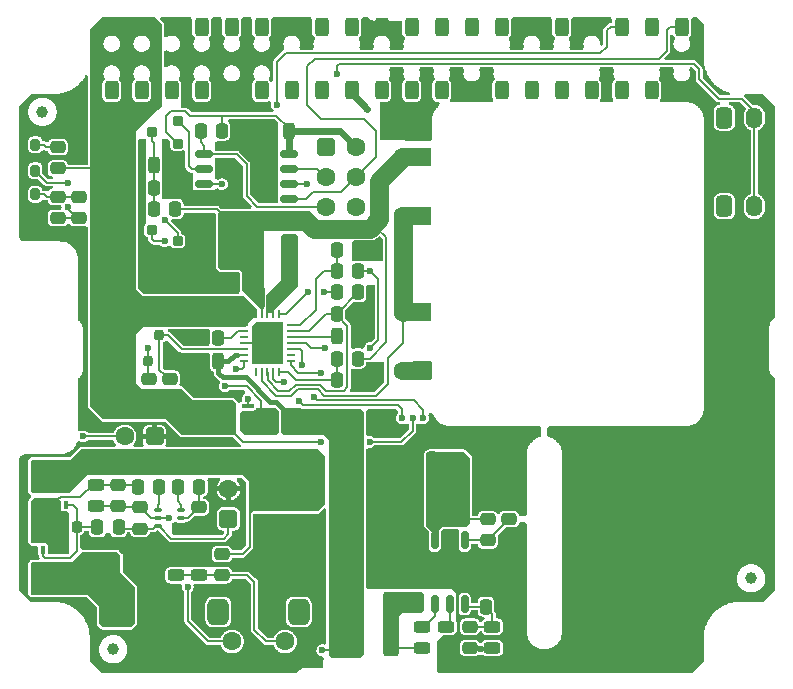
<source format=gtl>
G04*
G04 #@! TF.GenerationSoftware,Altium Limited,Altium Designer,19.1.8 (144)*
G04*
G04 Layer_Physical_Order=1*
G04 Layer_Color=25308*
%FSLAX25Y25*%
%MOIN*%
G70*
G01*
G75*
%ADD10C,0.00787*%
%ADD13C,0.01575*%
%ADD26R,0.12205X0.09449*%
%ADD56C,0.02362*%
G04:AMPARAMS|DCode=57|XSize=55.12mil|YSize=39.37mil|CornerRadius=9.84mil|HoleSize=0mil|Usage=FLASHONLY|Rotation=0.000|XOffset=0mil|YOffset=0mil|HoleType=Round|Shape=RoundedRectangle|*
%AMROUNDEDRECTD57*
21,1,0.05512,0.01968,0,0,0.0*
21,1,0.03543,0.03937,0,0,0.0*
1,1,0.01968,0.01772,-0.00984*
1,1,0.01968,-0.01772,-0.00984*
1,1,0.01968,-0.01772,0.00984*
1,1,0.01968,0.01772,0.00984*
%
%ADD57ROUNDEDRECTD57*%
G04:AMPARAMS|DCode=58|XSize=51.18mil|YSize=39.37mil|CornerRadius=9.84mil|HoleSize=0mil|Usage=FLASHONLY|Rotation=180.000|XOffset=0mil|YOffset=0mil|HoleType=Round|Shape=RoundedRectangle|*
%AMROUNDEDRECTD58*
21,1,0.05118,0.01968,0,0,180.0*
21,1,0.03150,0.03937,0,0,180.0*
1,1,0.01968,-0.01575,0.00984*
1,1,0.01968,0.01575,0.00984*
1,1,0.01968,0.01575,-0.00984*
1,1,0.01968,-0.01575,-0.00984*
%
%ADD58ROUNDEDRECTD58*%
G04:AMPARAMS|DCode=59|XSize=31.5mil|YSize=35.43mil|CornerRadius=7.87mil|HoleSize=0mil|Usage=FLASHONLY|Rotation=180.000|XOffset=0mil|YOffset=0mil|HoleType=Round|Shape=RoundedRectangle|*
%AMROUNDEDRECTD59*
21,1,0.03150,0.01968,0,0,180.0*
21,1,0.01575,0.03543,0,0,180.0*
1,1,0.01575,-0.00787,0.00984*
1,1,0.01575,0.00787,0.00984*
1,1,0.01575,0.00787,-0.00984*
1,1,0.01575,-0.00787,-0.00984*
%
%ADD59ROUNDEDRECTD59*%
G04:AMPARAMS|DCode=60|XSize=31.5mil|YSize=39.37mil|CornerRadius=7.87mil|HoleSize=0mil|Usage=FLASHONLY|Rotation=180.000|XOffset=0mil|YOffset=0mil|HoleType=Round|Shape=RoundedRectangle|*
%AMROUNDEDRECTD60*
21,1,0.03150,0.02362,0,0,180.0*
21,1,0.01575,0.03937,0,0,180.0*
1,1,0.01575,-0.00787,0.01181*
1,1,0.01575,0.00787,0.01181*
1,1,0.01575,0.00787,-0.01181*
1,1,0.01575,-0.00787,-0.01181*
%
%ADD60ROUNDEDRECTD60*%
G04:AMPARAMS|DCode=61|XSize=55.12mil|YSize=39.37mil|CornerRadius=9.84mil|HoleSize=0mil|Usage=FLASHONLY|Rotation=90.000|XOffset=0mil|YOffset=0mil|HoleType=Round|Shape=RoundedRectangle|*
%AMROUNDEDRECTD61*
21,1,0.05512,0.01968,0,0,90.0*
21,1,0.03543,0.03937,0,0,90.0*
1,1,0.01968,0.00984,0.01772*
1,1,0.01968,0.00984,-0.01772*
1,1,0.01968,-0.00984,-0.01772*
1,1,0.01968,-0.00984,0.01772*
%
%ADD61ROUNDEDRECTD61*%
G04:AMPARAMS|DCode=62|XSize=51.18mil|YSize=39.37mil|CornerRadius=9.84mil|HoleSize=0mil|Usage=FLASHONLY|Rotation=270.000|XOffset=0mil|YOffset=0mil|HoleType=Round|Shape=RoundedRectangle|*
%AMROUNDEDRECTD62*
21,1,0.05118,0.01968,0,0,270.0*
21,1,0.03150,0.03937,0,0,270.0*
1,1,0.01968,-0.00984,-0.01575*
1,1,0.01968,-0.00984,0.01575*
1,1,0.01968,0.00984,0.01575*
1,1,0.01968,0.00984,-0.01575*
%
%ADD62ROUNDEDRECTD62*%
G04:AMPARAMS|DCode=63|XSize=23.62mil|YSize=59.06mil|CornerRadius=5.91mil|HoleSize=0mil|Usage=FLASHONLY|Rotation=90.000|XOffset=0mil|YOffset=0mil|HoleType=Round|Shape=RoundedRectangle|*
%AMROUNDEDRECTD63*
21,1,0.02362,0.04724,0,0,90.0*
21,1,0.01181,0.05906,0,0,90.0*
1,1,0.01181,0.02362,0.00591*
1,1,0.01181,0.02362,-0.00591*
1,1,0.01181,-0.02362,-0.00591*
1,1,0.01181,-0.02362,0.00591*
%
%ADD63ROUNDEDRECTD63*%
G04:AMPARAMS|DCode=64|XSize=31.5mil|YSize=35.43mil|CornerRadius=7.87mil|HoleSize=0mil|Usage=FLASHONLY|Rotation=90.000|XOffset=0mil|YOffset=0mil|HoleType=Round|Shape=RoundedRectangle|*
%AMROUNDEDRECTD64*
21,1,0.03150,0.01968,0,0,90.0*
21,1,0.01575,0.03543,0,0,90.0*
1,1,0.01575,0.00984,0.00787*
1,1,0.01575,0.00984,-0.00787*
1,1,0.01575,-0.00984,-0.00787*
1,1,0.01575,-0.00984,0.00787*
%
%ADD64ROUNDEDRECTD64*%
%ADD65R,0.05906X0.10236*%
%ADD66O,0.00984X0.02953*%
%ADD67O,0.02953X0.00984*%
G04:AMPARAMS|DCode=68|XSize=23.62mil|YSize=59.06mil|CornerRadius=5.91mil|HoleSize=0mil|Usage=FLASHONLY|Rotation=180.000|XOffset=0mil|YOffset=0mil|HoleType=Round|Shape=RoundedRectangle|*
%AMROUNDEDRECTD68*
21,1,0.02362,0.04724,0,0,180.0*
21,1,0.01181,0.05906,0,0,180.0*
1,1,0.01181,-0.00591,0.02362*
1,1,0.01181,0.00591,0.02362*
1,1,0.01181,0.00591,-0.02362*
1,1,0.01181,-0.00591,-0.02362*
%
%ADD68ROUNDEDRECTD68*%
G04:AMPARAMS|DCode=69|XSize=15.75mil|YSize=39.37mil|CornerRadius=3.94mil|HoleSize=0mil|Usage=FLASHONLY|Rotation=270.000|XOffset=0mil|YOffset=0mil|HoleType=Round|Shape=RoundedRectangle|*
%AMROUNDEDRECTD69*
21,1,0.01575,0.03150,0,0,270.0*
21,1,0.00787,0.03937,0,0,270.0*
1,1,0.00787,-0.01575,-0.00394*
1,1,0.00787,-0.01575,0.00394*
1,1,0.00787,0.01575,0.00394*
1,1,0.00787,0.01575,-0.00394*
%
%ADD69ROUNDEDRECTD69*%
G04:AMPARAMS|DCode=70|XSize=15.75mil|YSize=35.43mil|CornerRadius=3.94mil|HoleSize=0mil|Usage=FLASHONLY|Rotation=90.000|XOffset=0mil|YOffset=0mil|HoleType=Round|Shape=RoundedRectangle|*
%AMROUNDEDRECTD70*
21,1,0.01575,0.02756,0,0,90.0*
21,1,0.00787,0.03543,0,0,90.0*
1,1,0.00787,0.01378,0.00394*
1,1,0.00787,0.01378,-0.00394*
1,1,0.00787,-0.01378,-0.00394*
1,1,0.00787,-0.01378,0.00394*
%
%ADD70ROUNDEDRECTD70*%
G04:AMPARAMS|DCode=71|XSize=86.61mil|YSize=68.9mil|CornerRadius=3.45mil|HoleSize=0mil|Usage=FLASHONLY|Rotation=90.000|XOffset=0mil|YOffset=0mil|HoleType=Round|Shape=RoundedRectangle|*
%AMROUNDEDRECTD71*
21,1,0.08661,0.06201,0,0,90.0*
21,1,0.07972,0.06890,0,0,90.0*
1,1,0.00689,0.03100,0.03986*
1,1,0.00689,0.03100,-0.03986*
1,1,0.00689,-0.03100,-0.03986*
1,1,0.00689,-0.03100,0.03986*
%
%ADD71ROUNDEDRECTD71*%
%ADD72C,0.03937*%
G04:AMPARAMS|DCode=73|XSize=62.99mil|YSize=137.8mil|CornerRadius=15.75mil|HoleSize=0mil|Usage=FLASHONLY|Rotation=0.000|XOffset=0mil|YOffset=0mil|HoleType=Round|Shape=RoundedRectangle|*
%AMROUNDEDRECTD73*
21,1,0.06299,0.10630,0,0,0.0*
21,1,0.03150,0.13780,0,0,0.0*
1,1,0.03150,0.01575,-0.05315*
1,1,0.03150,-0.01575,-0.05315*
1,1,0.03150,-0.01575,0.05315*
1,1,0.03150,0.01575,0.05315*
%
%ADD73ROUNDEDRECTD73*%
G04:AMPARAMS|DCode=74|XSize=66.93mil|YSize=70.87mil|CornerRadius=16.73mil|HoleSize=0mil|Usage=FLASHONLY|Rotation=270.000|XOffset=0mil|YOffset=0mil|HoleType=Round|Shape=RoundedRectangle|*
%AMROUNDEDRECTD74*
21,1,0.06693,0.03740,0,0,270.0*
21,1,0.03347,0.07087,0,0,270.0*
1,1,0.03346,-0.01870,-0.01673*
1,1,0.03346,-0.01870,0.01673*
1,1,0.03346,0.01870,0.01673*
1,1,0.03346,0.01870,-0.01673*
%
%ADD74ROUNDEDRECTD74*%
G04:AMPARAMS|DCode=75|XSize=35.43mil|YSize=37.4mil|CornerRadius=8.86mil|HoleSize=0mil|Usage=FLASHONLY|Rotation=0.000|XOffset=0mil|YOffset=0mil|HoleType=Round|Shape=RoundedRectangle|*
%AMROUNDEDRECTD75*
21,1,0.03543,0.01968,0,0,0.0*
21,1,0.01772,0.03740,0,0,0.0*
1,1,0.01772,0.00886,-0.00984*
1,1,0.01772,-0.00886,-0.00984*
1,1,0.01772,-0.00886,0.00984*
1,1,0.01772,0.00886,0.00984*
%
%ADD75ROUNDEDRECTD75*%
G04:AMPARAMS|DCode=76|XSize=94.49mil|YSize=66.93mil|CornerRadius=3.35mil|HoleSize=0mil|Usage=FLASHONLY|Rotation=180.000|XOffset=0mil|YOffset=0mil|HoleType=Round|Shape=RoundedRectangle|*
%AMROUNDEDRECTD76*
21,1,0.09449,0.06024,0,0,180.0*
21,1,0.08780,0.06693,0,0,180.0*
1,1,0.00669,-0.04390,0.03012*
1,1,0.00669,0.04390,0.03012*
1,1,0.00669,0.04390,-0.03012*
1,1,0.00669,-0.04390,-0.03012*
%
%ADD76ROUNDEDRECTD76*%
G04:AMPARAMS|DCode=77|XSize=15.75mil|YSize=27.56mil|CornerRadius=3.94mil|HoleSize=0mil|Usage=FLASHONLY|Rotation=180.000|XOffset=0mil|YOffset=0mil|HoleType=Round|Shape=RoundedRectangle|*
%AMROUNDEDRECTD77*
21,1,0.01575,0.01968,0,0,180.0*
21,1,0.00787,0.02756,0,0,180.0*
1,1,0.00787,-0.00394,0.00984*
1,1,0.00787,0.00394,0.00984*
1,1,0.00787,0.00394,-0.00984*
1,1,0.00787,-0.00394,-0.00984*
%
%ADD77ROUNDEDRECTD77*%
G04:AMPARAMS|DCode=78|XSize=15.75mil|YSize=23.62mil|CornerRadius=3.94mil|HoleSize=0mil|Usage=FLASHONLY|Rotation=270.000|XOffset=0mil|YOffset=0mil|HoleType=Round|Shape=RoundedRectangle|*
%AMROUNDEDRECTD78*
21,1,0.01575,0.01575,0,0,270.0*
21,1,0.00787,0.02362,0,0,270.0*
1,1,0.00787,-0.00787,-0.00394*
1,1,0.00787,-0.00787,0.00394*
1,1,0.00787,0.00787,0.00394*
1,1,0.00787,0.00787,-0.00394*
%
%ADD78ROUNDEDRECTD78*%
G04:AMPARAMS|DCode=79|XSize=110.24mil|YSize=39.37mil|CornerRadius=9.84mil|HoleSize=0mil|Usage=FLASHONLY|Rotation=0.000|XOffset=0mil|YOffset=0mil|HoleType=Round|Shape=RoundedRectangle|*
%AMROUNDEDRECTD79*
21,1,0.11024,0.01968,0,0,0.0*
21,1,0.09055,0.03937,0,0,0.0*
1,1,0.01968,0.04528,-0.00984*
1,1,0.01968,-0.04528,-0.00984*
1,1,0.01968,-0.04528,0.00984*
1,1,0.01968,0.04528,0.00984*
%
%ADD79ROUNDEDRECTD79*%
G04:AMPARAMS|DCode=80|XSize=110.24mil|YSize=39.37mil|CornerRadius=9.84mil|HoleSize=0mil|Usage=FLASHONLY|Rotation=270.000|XOffset=0mil|YOffset=0mil|HoleType=Round|Shape=RoundedRectangle|*
%AMROUNDEDRECTD80*
21,1,0.11024,0.01968,0,0,270.0*
21,1,0.09055,0.03937,0,0,270.0*
1,1,0.01968,-0.00984,-0.04528*
1,1,0.01968,-0.00984,0.04528*
1,1,0.01968,0.00984,0.04528*
1,1,0.01968,0.00984,-0.04528*
%
%ADD80ROUNDEDRECTD80*%
G04:AMPARAMS|DCode=81|XSize=70.87mil|YSize=39.37mil|CornerRadius=9.84mil|HoleSize=0mil|Usage=FLASHONLY|Rotation=90.000|XOffset=0mil|YOffset=0mil|HoleType=Round|Shape=RoundedRectangle|*
%AMROUNDEDRECTD81*
21,1,0.07087,0.01968,0,0,90.0*
21,1,0.05118,0.03937,0,0,90.0*
1,1,0.01968,0.00984,0.02559*
1,1,0.01968,0.00984,-0.02559*
1,1,0.01968,-0.00984,-0.02559*
1,1,0.01968,-0.00984,0.02559*
%
%ADD81ROUNDEDRECTD81*%
G04:AMPARAMS|DCode=82|XSize=55.12mil|YSize=216.54mil|CornerRadius=13.78mil|HoleSize=0mil|Usage=FLASHONLY|Rotation=180.000|XOffset=0mil|YOffset=0mil|HoleType=Round|Shape=RoundedRectangle|*
%AMROUNDEDRECTD82*
21,1,0.05512,0.18898,0,0,180.0*
21,1,0.02756,0.21654,0,0,180.0*
1,1,0.02756,-0.01378,0.09449*
1,1,0.02756,0.01378,0.09449*
1,1,0.02756,0.01378,-0.09449*
1,1,0.02756,-0.01378,-0.09449*
%
%ADD82ROUNDEDRECTD82*%
G04:AMPARAMS|DCode=83|XSize=62.99mil|YSize=47.24mil|CornerRadius=11.81mil|HoleSize=0mil|Usage=FLASHONLY|Rotation=90.000|XOffset=0mil|YOffset=0mil|HoleType=Round|Shape=RoundedRectangle|*
%AMROUNDEDRECTD83*
21,1,0.06299,0.02362,0,0,90.0*
21,1,0.03937,0.04724,0,0,90.0*
1,1,0.02362,0.01181,0.01968*
1,1,0.02362,0.01181,-0.01968*
1,1,0.02362,-0.01181,-0.01968*
1,1,0.02362,-0.01181,0.01968*
%
%ADD83ROUNDEDRECTD83*%
G04:AMPARAMS|DCode=84|XSize=47.24mil|YSize=185.04mil|CornerRadius=11.81mil|HoleSize=0mil|Usage=FLASHONLY|Rotation=180.000|XOffset=0mil|YOffset=0mil|HoleType=Round|Shape=RoundedRectangle|*
%AMROUNDEDRECTD84*
21,1,0.04724,0.16142,0,0,180.0*
21,1,0.02362,0.18504,0,0,180.0*
1,1,0.02362,-0.01181,0.08071*
1,1,0.02362,0.01181,0.08071*
1,1,0.02362,0.01181,-0.08071*
1,1,0.02362,-0.01181,-0.08071*
%
%ADD84ROUNDEDRECTD84*%
G04:AMPARAMS|DCode=85|XSize=82.68mil|YSize=31.5mil|CornerRadius=7.87mil|HoleSize=0mil|Usage=FLASHONLY|Rotation=270.000|XOffset=0mil|YOffset=0mil|HoleType=Round|Shape=RoundedRectangle|*
%AMROUNDEDRECTD85*
21,1,0.08268,0.01575,0,0,270.0*
21,1,0.06693,0.03150,0,0,270.0*
1,1,0.01575,-0.00787,-0.03347*
1,1,0.01575,-0.00787,0.03347*
1,1,0.01575,0.00787,0.03347*
1,1,0.01575,0.00787,-0.03347*
%
%ADD85ROUNDEDRECTD85*%
%ADD86C,0.02362*%
%ADD87C,0.06299*%
%ADD88C,0.01968*%
%ADD89R,0.09843X0.11417*%
%ADD90R,0.09252X0.06299*%
%ADD91C,0.06299*%
G04:AMPARAMS|DCode=92|XSize=62.99mil|YSize=62.99mil|CornerRadius=15.75mil|HoleSize=0mil|Usage=FLASHONLY|Rotation=0.000|XOffset=0mil|YOffset=0mil|HoleType=Round|Shape=RoundedRectangle|*
%AMROUNDEDRECTD92*
21,1,0.06299,0.03150,0,0,0.0*
21,1,0.03150,0.06299,0,0,0.0*
1,1,0.03150,0.01575,-0.01575*
1,1,0.03150,-0.01575,-0.01575*
1,1,0.03150,-0.01575,0.01575*
1,1,0.03150,0.01575,0.01575*
%
%ADD92ROUNDEDRECTD92*%
G04:AMPARAMS|DCode=93|XSize=70.87mil|YSize=86.61mil|CornerRadius=17.72mil|HoleSize=0mil|Usage=FLASHONLY|Rotation=180.000|XOffset=0mil|YOffset=0mil|HoleType=Round|Shape=RoundedRectangle|*
%AMROUNDEDRECTD93*
21,1,0.07087,0.05118,0,0,180.0*
21,1,0.03543,0.08661,0,0,180.0*
1,1,0.03543,-0.01772,0.02559*
1,1,0.03543,0.01772,0.02559*
1,1,0.03543,0.01772,-0.02559*
1,1,0.03543,-0.01772,-0.02559*
%
%ADD93ROUNDEDRECTD93*%
G04:AMPARAMS|DCode=94|XSize=55.12mil|YSize=70.87mil|CornerRadius=13.78mil|HoleSize=0mil|Usage=FLASHONLY|Rotation=0.000|XOffset=0mil|YOffset=0mil|HoleType=Round|Shape=RoundedRectangle|*
%AMROUNDEDRECTD94*
21,1,0.05512,0.04331,0,0,0.0*
21,1,0.02756,0.07087,0,0,0.0*
1,1,0.02756,0.01378,-0.02165*
1,1,0.02756,-0.01378,-0.02165*
1,1,0.02756,-0.01378,0.02165*
1,1,0.02756,0.01378,0.02165*
%
%ADD94ROUNDEDRECTD94*%
%ADD95O,0.05512X0.07087*%
%ADD96O,0.07874X0.09449*%
G04:AMPARAMS|DCode=97|XSize=78.74mil|YSize=94.49mil|CornerRadius=19.68mil|HoleSize=0mil|Usage=FLASHONLY|Rotation=0.000|XOffset=0mil|YOffset=0mil|HoleType=Round|Shape=RoundedRectangle|*
%AMROUNDEDRECTD97*
21,1,0.07874,0.05512,0,0,0.0*
21,1,0.03937,0.09449,0,0,0.0*
1,1,0.03937,0.01968,-0.02756*
1,1,0.03937,-0.01968,-0.02756*
1,1,0.03937,-0.01968,0.02756*
1,1,0.03937,0.01968,0.02756*
%
%ADD97ROUNDEDRECTD97*%
G36*
X199488Y220262D02*
X199802Y219800D01*
X199835Y219647D01*
X199812Y219512D01*
X199800Y219291D01*
Y218508D01*
X199213D01*
X199027Y218493D01*
X198846Y218450D01*
X198675Y218378D01*
X198516Y218281D01*
X198375Y218161D01*
X197115Y216901D01*
X196994Y216759D01*
X196897Y216601D01*
X196826Y216429D01*
X196783Y216248D01*
X196768Y216063D01*
Y211482D01*
X196201Y210990D01*
X195699Y211422D01*
X195712Y211693D01*
X195699Y211963D01*
X195659Y212231D01*
X195593Y212494D01*
X195502Y212749D01*
X195386Y212994D01*
X195247Y213226D01*
X195086Y213443D01*
X194904Y213644D01*
X194703Y213826D01*
X194486Y213987D01*
X194253Y214126D01*
X194009Y214242D01*
X193754Y214333D01*
X193491Y214399D01*
X193223Y214439D01*
X192953Y214452D01*
X192682Y214439D01*
X192414Y214399D01*
X192152Y214333D01*
X191897Y214242D01*
X191652Y214126D01*
X191420Y213987D01*
X191202Y213826D01*
X191002Y213644D01*
X190820Y213443D01*
X190658Y213226D01*
X190519Y212994D01*
X190403Y212749D01*
X190312Y212494D01*
X190246Y212231D01*
X190207Y211963D01*
X190193Y211693D01*
X190207Y211422D01*
X190246Y211155D01*
X190312Y210892D01*
X190403Y210637D01*
X190519Y210392D01*
X190182Y209755D01*
X190057Y209649D01*
X185848D01*
X185723Y209755D01*
X185386Y210392D01*
X185502Y210637D01*
X185593Y210892D01*
X185659Y211155D01*
X185699Y211422D01*
X185712Y211693D01*
X185699Y211963D01*
X185659Y212231D01*
X185593Y212494D01*
X185502Y212749D01*
X185386Y212993D01*
X185275Y213370D01*
X185351Y213754D01*
X185528Y213960D01*
X185675Y214125D01*
X185803Y214305D01*
X185910Y214499D01*
X185995Y214703D01*
X186056Y214916D01*
X186093Y215134D01*
X186105Y215354D01*
Y219291D01*
X186093Y219512D01*
X186070Y219647D01*
X186103Y219800D01*
X186417Y220262D01*
X186643Y220434D01*
X199262D01*
X199488Y220262D01*
D02*
G37*
G36*
X179488D02*
X179802Y219800D01*
X179835Y219647D01*
X179812Y219512D01*
X179800Y219291D01*
Y215354D01*
X179812Y215134D01*
X179849Y214916D01*
X179911Y214703D01*
X179995Y214499D01*
X180102Y214305D01*
X180230Y214125D01*
X180377Y213960D01*
X180554Y213754D01*
X180630Y213370D01*
X180519Y212993D01*
X180403Y212749D01*
X180312Y212494D01*
X180246Y212231D01*
X180207Y211963D01*
X180193Y211693D01*
X180207Y211422D01*
X180246Y211155D01*
X180312Y210892D01*
X180403Y210637D01*
X180519Y210392D01*
X180182Y209755D01*
X180057Y209649D01*
X175848D01*
X175723Y209755D01*
X175386Y210392D01*
X175502Y210637D01*
X175593Y210892D01*
X175659Y211155D01*
X175699Y211422D01*
X175712Y211693D01*
X175699Y211963D01*
X175659Y212231D01*
X175593Y212494D01*
X175502Y212749D01*
X175386Y212994D01*
X175247Y213226D01*
X175085Y213443D01*
X174904Y213644D01*
X174703Y213826D01*
X174486Y213987D01*
X174253Y214126D01*
X174009Y214242D01*
X173754Y214333D01*
X173491Y214399D01*
X173223Y214439D01*
X172953Y214452D01*
X172682Y214439D01*
X172414Y214399D01*
X172152Y214333D01*
X171897Y214242D01*
X171652Y214126D01*
X171420Y213987D01*
X171202Y213826D01*
X171002Y213644D01*
X170820Y213443D01*
X170658Y213226D01*
X170519Y212994D01*
X170403Y212749D01*
X170312Y212494D01*
X170246Y212231D01*
X170207Y211963D01*
X170193Y211693D01*
X170207Y211422D01*
X170246Y211155D01*
X170312Y210892D01*
X170403Y210637D01*
X170519Y210392D01*
X170182Y209755D01*
X170057Y209649D01*
X165849D01*
X165723Y209755D01*
X165386Y210392D01*
X165502Y210637D01*
X165593Y210892D01*
X165659Y211155D01*
X165699Y211422D01*
X165712Y211693D01*
X165699Y211963D01*
X165659Y212231D01*
X165593Y212494D01*
X165502Y212749D01*
X165386Y212993D01*
X165275Y213370D01*
X165351Y213754D01*
X165528Y213960D01*
X165675Y214125D01*
X165803Y214305D01*
X165910Y214499D01*
X165995Y214703D01*
X166056Y214916D01*
X166093Y215134D01*
X166105Y215354D01*
Y219291D01*
X166093Y219512D01*
X166070Y219647D01*
X166103Y219800D01*
X166417Y220262D01*
X166643Y220434D01*
X179262D01*
X179488Y220262D01*
D02*
G37*
G36*
X118636Y220211D02*
X118866Y220003D01*
X119114Y219819D01*
X119380Y219660D01*
X119659Y219528D01*
X119951Y219423D01*
X120251Y219348D01*
X120252Y219348D01*
X120557Y219303D01*
X120866Y219287D01*
Y219288D01*
X129800D01*
Y215354D01*
X129812Y215134D01*
X129849Y214916D01*
X129911Y214703D01*
X129995Y214499D01*
X130102Y214305D01*
X130230Y214125D01*
X130377Y213960D01*
X130554Y213754D01*
X130630Y213370D01*
X130519Y212993D01*
X130403Y212749D01*
X130312Y212494D01*
X130246Y212231D01*
X130207Y211963D01*
X130193Y211693D01*
X130207Y211422D01*
X130246Y211155D01*
X130312Y210892D01*
X130403Y210637D01*
X130519Y210392D01*
X130182Y209755D01*
X130057Y209649D01*
X125848D01*
X125723Y209755D01*
X125386Y210392D01*
X125502Y210637D01*
X125593Y210892D01*
X125659Y211155D01*
X125699Y211422D01*
X125712Y211693D01*
X125699Y211963D01*
X125659Y212231D01*
X125593Y212494D01*
X125502Y212749D01*
X125386Y212994D01*
X125247Y213226D01*
X125085Y213443D01*
X124904Y213644D01*
X124703Y213826D01*
X124486Y213987D01*
X124253Y214126D01*
X124009Y214242D01*
X123754Y214333D01*
X123491Y214399D01*
X123223Y214439D01*
X122953Y214452D01*
X122682Y214439D01*
X122414Y214399D01*
X122152Y214333D01*
X121897Y214242D01*
X121652Y214126D01*
X121420Y213987D01*
X121202Y213826D01*
X121002Y213644D01*
X120820Y213443D01*
X120658Y213226D01*
X120519Y212994D01*
X120403Y212749D01*
X120312Y212494D01*
X120246Y212231D01*
X120207Y211963D01*
X120193Y211693D01*
X120207Y211422D01*
X120246Y211155D01*
X120312Y210892D01*
X120403Y210637D01*
X120519Y210392D01*
X120182Y209755D01*
X120057Y209649D01*
X115849D01*
X115723Y209755D01*
X115386Y210392D01*
X115502Y210637D01*
X115593Y210892D01*
X115659Y211155D01*
X115699Y211422D01*
X115712Y211693D01*
X115699Y211963D01*
X115659Y212231D01*
X115593Y212494D01*
X115502Y212749D01*
X115386Y212993D01*
X115275Y213370D01*
X115351Y213754D01*
X115528Y213960D01*
X115675Y214125D01*
X115803Y214305D01*
X115910Y214499D01*
X115995Y214703D01*
X116056Y214916D01*
X116093Y215134D01*
X116105Y215354D01*
Y219291D01*
X116093Y219512D01*
X116070Y219647D01*
X116103Y219800D01*
X116417Y220262D01*
X116643Y220434D01*
X118434D01*
X118636Y220211D01*
D02*
G37*
G36*
X230311Y218013D02*
Y206693D01*
X230311Y206691D01*
X230326Y206113D01*
X230368Y205535D01*
X230439Y204959D01*
X230538Y204388D01*
X230665Y203822D01*
X230820Y203263D01*
X231002Y202713D01*
X231211Y202172D01*
X231446Y201642D01*
X231706Y201124D01*
X231992Y200619D01*
X232302Y200129D01*
X232636Y199655D01*
X232993Y199198D01*
X233372Y198759D01*
X233772Y198339D01*
X234192Y197939D01*
X234631Y197560D01*
X235088Y197203D01*
X235562Y196870D01*
X236052Y196559D01*
X236557Y196273D01*
X237075Y196013D01*
X237605Y195778D01*
X238146Y195569D01*
X238696Y195387D01*
X239086Y195279D01*
X238979Y194492D01*
X235727D01*
X229925Y200294D01*
Y203150D01*
X229910Y203335D01*
X229867Y203516D01*
X229796Y203688D01*
X229699Y203846D01*
X229578Y203987D01*
X227806Y205759D01*
X227665Y205880D01*
X227506Y205977D01*
X227335Y206048D01*
X227154Y206091D01*
X226969Y206106D01*
X217472D01*
X217170Y206834D01*
X218791Y208454D01*
X218911Y208595D01*
X219008Y208753D01*
X219079Y208925D01*
X219123Y209106D01*
X219138Y209291D01*
Y214542D01*
X219911Y214703D01*
X219995Y214499D01*
X220102Y214305D01*
X220230Y214125D01*
X220377Y213960D01*
X220554Y213754D01*
X220630Y213370D01*
X220519Y212993D01*
X220403Y212749D01*
X220312Y212494D01*
X220246Y212231D01*
X220207Y211963D01*
X220193Y211693D01*
X220207Y211422D01*
X220246Y211155D01*
X220312Y210892D01*
X220403Y210637D01*
X220519Y210392D01*
X220658Y210160D01*
X220820Y209942D01*
X221002Y209742D01*
X221202Y209560D01*
X221420Y209399D01*
X221652Y209259D01*
X221897Y209144D01*
X222152Y209052D01*
X222414Y208987D01*
X222682Y208947D01*
X222953Y208934D01*
X223223Y208947D01*
X223491Y208987D01*
X223754Y209052D01*
X224008Y209144D01*
X224253Y209259D01*
X224486Y209399D01*
X224703Y209560D01*
X224904Y209742D01*
X225085Y209942D01*
X225247Y210160D01*
X225386Y210392D01*
X225502Y210637D01*
X225593Y210892D01*
X225659Y211155D01*
X225698Y211422D01*
X225712Y211693D01*
X225698Y211963D01*
X225659Y212231D01*
X225593Y212494D01*
X225502Y212749D01*
X225386Y212993D01*
X225275Y213370D01*
X225351Y213754D01*
X225528Y213960D01*
X225675Y214125D01*
X225803Y214305D01*
X225910Y214499D01*
X225995Y214703D01*
X226056Y214916D01*
X226093Y215134D01*
X226105Y215354D01*
Y219291D01*
X226093Y219512D01*
X226070Y219647D01*
X226103Y219800D01*
X226417Y220262D01*
X226643Y220434D01*
X227891D01*
X230311Y218013D01*
D02*
G37*
G36*
X99488Y220262D02*
X99802Y219800D01*
X99835Y219647D01*
X99812Y219512D01*
X99800Y219291D01*
Y215354D01*
X99812Y215134D01*
X99849Y214916D01*
X99911Y214703D01*
X99995Y214499D01*
X100102Y214305D01*
X100230Y214125D01*
X100377Y213960D01*
X100554Y213754D01*
X100630Y213370D01*
X100519Y212993D01*
X100403Y212749D01*
X100312Y212494D01*
X100246Y212231D01*
X100207Y211963D01*
X100193Y211693D01*
X100207Y211422D01*
X100246Y211155D01*
X100312Y210892D01*
X100403Y210637D01*
X100519Y210392D01*
X100182Y209755D01*
X100057Y209649D01*
X95849D01*
X95723Y209755D01*
X95386Y210392D01*
X95502Y210637D01*
X95593Y210892D01*
X95659Y211155D01*
X95699Y211422D01*
X95712Y211693D01*
X95699Y211963D01*
X95659Y212231D01*
X95593Y212494D01*
X95502Y212749D01*
X95386Y212994D01*
X95247Y213226D01*
X95086Y213443D01*
X94904Y213644D01*
X94703Y213826D01*
X94486Y213987D01*
X94253Y214126D01*
X94008Y214242D01*
X93754Y214333D01*
X93491Y214399D01*
X93223Y214439D01*
X92953Y214452D01*
X92682Y214439D01*
X92414Y214399D01*
X92152Y214333D01*
X91897Y214242D01*
X91652Y214126D01*
X91420Y213987D01*
X91202Y213826D01*
X91002Y213644D01*
X90820Y213443D01*
X90658Y213226D01*
X90519Y212994D01*
X90403Y212749D01*
X90312Y212494D01*
X90246Y212231D01*
X90207Y211963D01*
X90193Y211693D01*
X90207Y211422D01*
X90246Y211155D01*
X90312Y210892D01*
X90403Y210637D01*
X90519Y210392D01*
X90523Y210370D01*
X90521Y210125D01*
X90476Y209915D01*
X90434Y209789D01*
X90229Y209450D01*
X90225Y209446D01*
X90187Y209423D01*
X90045Y209302D01*
X87115Y206372D01*
X87079Y206329D01*
X87036Y206293D01*
X86915Y206152D01*
X86818Y205993D01*
X86747Y205822D01*
X86704Y205641D01*
X86689Y205455D01*
Y199063D01*
X85910Y198887D01*
X85803Y199080D01*
X85675Y199261D01*
X85528Y199426D01*
X85351Y199632D01*
X85275Y200016D01*
X85386Y200392D01*
X85502Y200637D01*
X85593Y200892D01*
X85659Y201154D01*
X85699Y201422D01*
X85712Y201693D01*
X85699Y201963D01*
X85659Y202231D01*
X85593Y202494D01*
X85502Y202749D01*
X85386Y202993D01*
X85247Y203226D01*
X85085Y203443D01*
X84904Y203644D01*
X84703Y203826D01*
X84486Y203987D01*
X84253Y204126D01*
X84009Y204242D01*
X83754Y204333D01*
X83491Y204399D01*
X83223Y204439D01*
X82953Y204452D01*
X82682Y204439D01*
X82414Y204399D01*
X82152Y204333D01*
X81897Y204242D01*
X81652Y204126D01*
X81420Y203987D01*
X81202Y203826D01*
X81002Y203644D01*
X80820Y203443D01*
X80658Y203226D01*
X80519Y202993D01*
X80403Y202749D01*
X80312Y202494D01*
X80246Y202231D01*
X80207Y201963D01*
X80193Y201693D01*
X80207Y201422D01*
X80246Y201154D01*
X80312Y200892D01*
X80403Y200637D01*
X80519Y200392D01*
X80630Y200016D01*
X80554Y199632D01*
X80377Y199426D01*
X80230Y199261D01*
X80102Y199080D01*
X79995Y198887D01*
X79911Y198683D01*
X79849Y198470D01*
X79812Y198252D01*
X79800Y198031D01*
Y194095D01*
X79812Y193874D01*
X79849Y193656D01*
X79911Y193443D01*
X79995Y193239D01*
X80102Y193045D01*
X80230Y192865D01*
X80377Y192700D01*
X80542Y192553D01*
X80723Y192425D01*
X80916Y192318D01*
X81120Y192234D01*
X81333Y192172D01*
X81551Y192135D01*
X81771Y192123D01*
X84134D01*
X84355Y192135D01*
X84572Y192172D01*
X84785Y192234D01*
X84989Y192318D01*
X85183Y192425D01*
X85363Y192553D01*
X85528Y192700D01*
X86098Y192194D01*
X86013Y191990D01*
X85952Y191777D01*
X85915Y191559D01*
X85902Y191339D01*
X85915Y191118D01*
X85952Y190900D01*
X86013Y190687D01*
X86098Y190483D01*
X86205Y190290D01*
X86333Y190109D01*
X86480Y189945D01*
X86645Y189797D01*
X86825Y189669D01*
X87019Y189562D01*
X86842Y188783D01*
X59546D01*
X58318Y190011D01*
X58177Y190132D01*
X58018Y190229D01*
X57846Y190300D01*
X57666Y190343D01*
X57480Y190358D01*
X56105D01*
Y196653D01*
X56105Y196655D01*
Y198031D01*
X56093Y198252D01*
X56056Y198470D01*
X55995Y198683D01*
X55910Y198887D01*
X55803Y199080D01*
X55675Y199261D01*
X55528Y199426D01*
X55351Y199632D01*
X55275Y200016D01*
X55386Y200392D01*
X55502Y200637D01*
X55593Y200892D01*
X55659Y201154D01*
X55699Y201422D01*
X55712Y201693D01*
X55699Y201963D01*
X55659Y202231D01*
X55593Y202494D01*
X55502Y202749D01*
X55386Y202993D01*
X55247Y203226D01*
X55085Y203443D01*
X54904Y203644D01*
X54703Y203826D01*
X54486Y203987D01*
X54253Y204126D01*
X54009Y204242D01*
X53754Y204333D01*
X53491Y204399D01*
X53223Y204439D01*
X52953Y204452D01*
X52682Y204439D01*
X52414Y204399D01*
X52152Y204333D01*
X51897Y204242D01*
X51652Y204126D01*
X51420Y203987D01*
X51202Y203826D01*
X51187Y203812D01*
X50555Y204022D01*
X50400Y204152D01*
X50400Y206811D01*
Y209233D01*
X50555Y209364D01*
X51187Y209574D01*
X51202Y209560D01*
X51420Y209399D01*
X51652Y209259D01*
X51897Y209144D01*
X52152Y209052D01*
X52414Y208987D01*
X52682Y208947D01*
X52953Y208934D01*
X53223Y208947D01*
X53491Y208987D01*
X53754Y209052D01*
X54009Y209144D01*
X54253Y209259D01*
X54486Y209399D01*
X54703Y209560D01*
X54904Y209742D01*
X55085Y209942D01*
X55247Y210160D01*
X55386Y210392D01*
X55502Y210637D01*
X55593Y210892D01*
X55659Y211155D01*
X55699Y211422D01*
X55712Y211693D01*
X55699Y211963D01*
X55659Y212231D01*
X55593Y212494D01*
X55502Y212749D01*
X55386Y212994D01*
X55247Y213226D01*
X55085Y213443D01*
X54904Y213644D01*
X54703Y213826D01*
X54486Y213987D01*
X54253Y214126D01*
X54009Y214242D01*
X53754Y214333D01*
X53491Y214399D01*
X53223Y214439D01*
X52953Y214452D01*
X52682Y214439D01*
X52414Y214399D01*
X52152Y214333D01*
X51897Y214242D01*
X51652Y214126D01*
X51420Y213987D01*
X51202Y213826D01*
X51187Y213812D01*
X50555Y214022D01*
X50400Y214152D01*
Y218138D01*
X50384Y218292D01*
X50340Y218441D01*
X50266Y218578D01*
X50168Y218697D01*
X49159Y219707D01*
X49461Y220434D01*
X59262D01*
X59488Y220262D01*
X59802Y219800D01*
X59835Y219647D01*
X59812Y219512D01*
X59800Y219291D01*
Y215354D01*
X59812Y215134D01*
X59849Y214916D01*
X59911Y214703D01*
X59995Y214499D01*
X60102Y214305D01*
X60230Y214125D01*
X60377Y213960D01*
X60554Y213754D01*
X60630Y213370D01*
X60519Y212993D01*
X60403Y212749D01*
X60312Y212494D01*
X60246Y212231D01*
X60207Y211963D01*
X60193Y211693D01*
X60207Y211422D01*
X60246Y211155D01*
X60312Y210892D01*
X60403Y210637D01*
X60519Y210392D01*
X60658Y210160D01*
X60820Y209942D01*
X61002Y209742D01*
X61202Y209560D01*
X61420Y209399D01*
X61652Y209259D01*
X61897Y209144D01*
X62152Y209052D01*
X62414Y208987D01*
X62682Y208947D01*
X62953Y208934D01*
X63223Y208947D01*
X63491Y208987D01*
X63754Y209052D01*
X64008Y209144D01*
X64253Y209259D01*
X64486Y209399D01*
X64703Y209560D01*
X64904Y209742D01*
X65086Y209942D01*
X65247Y210160D01*
X65386Y210392D01*
X65502Y210637D01*
X65593Y210892D01*
X65659Y211155D01*
X65699Y211422D01*
X65712Y211693D01*
X65699Y211963D01*
X65659Y212231D01*
X65593Y212494D01*
X65502Y212749D01*
X65386Y212993D01*
X65275Y213370D01*
X65351Y213754D01*
X65528Y213960D01*
X65675Y214125D01*
X65803Y214305D01*
X65910Y214499D01*
X65995Y214703D01*
X66056Y214916D01*
X66093Y215134D01*
X66105Y215354D01*
Y219291D01*
X66093Y219512D01*
X66070Y219647D01*
X66104Y219800D01*
X66417Y220262D01*
X66643Y220434D01*
X69262D01*
X69488Y220262D01*
X69802Y219800D01*
X69835Y219647D01*
X69812Y219512D01*
X69800Y219291D01*
Y215354D01*
X69812Y215134D01*
X69849Y214916D01*
X69911Y214703D01*
X69995Y214499D01*
X70102Y214305D01*
X70230Y214125D01*
X70377Y213960D01*
X70554Y213754D01*
X70630Y213370D01*
X70519Y212993D01*
X70403Y212749D01*
X70312Y212494D01*
X70246Y212231D01*
X70207Y211963D01*
X70193Y211693D01*
X70207Y211422D01*
X70246Y211155D01*
X70312Y210892D01*
X70403Y210637D01*
X70519Y210392D01*
X70658Y210160D01*
X70820Y209942D01*
X71002Y209742D01*
X71202Y209560D01*
X71420Y209399D01*
X71652Y209259D01*
X71897Y209144D01*
X72152Y209052D01*
X72414Y208987D01*
X72682Y208947D01*
X72953Y208934D01*
X73223Y208947D01*
X73491Y208987D01*
X73754Y209052D01*
X74009Y209144D01*
X74253Y209259D01*
X74486Y209399D01*
X74703Y209560D01*
X74904Y209742D01*
X75086Y209942D01*
X75247Y210160D01*
X75386Y210392D01*
X75502Y210637D01*
X75593Y210892D01*
X75659Y211155D01*
X75699Y211422D01*
X75712Y211693D01*
X75699Y211963D01*
X75659Y212231D01*
X75593Y212494D01*
X75502Y212749D01*
X75386Y212993D01*
X75275Y213370D01*
X75351Y213754D01*
X75528Y213960D01*
X75675Y214125D01*
X75803Y214305D01*
X75910Y214499D01*
X75995Y214703D01*
X76056Y214916D01*
X76093Y215134D01*
X76105Y215354D01*
Y219291D01*
X76093Y219512D01*
X76070Y219647D01*
X76104Y219800D01*
X76417Y220262D01*
X76643Y220434D01*
X79262D01*
X79488Y220262D01*
X79802Y219800D01*
X79835Y219647D01*
X79812Y219512D01*
X79800Y219291D01*
Y215354D01*
X79812Y215134D01*
X79849Y214916D01*
X79911Y214703D01*
X79995Y214499D01*
X80102Y214305D01*
X80230Y214125D01*
X80377Y213960D01*
X80554Y213754D01*
X80630Y213370D01*
X80519Y212993D01*
X80403Y212749D01*
X80312Y212494D01*
X80246Y212231D01*
X80207Y211963D01*
X80193Y211693D01*
X80207Y211422D01*
X80246Y211155D01*
X80312Y210892D01*
X80403Y210637D01*
X80519Y210392D01*
X80658Y210160D01*
X80820Y209942D01*
X81002Y209742D01*
X81202Y209560D01*
X81420Y209399D01*
X81652Y209259D01*
X81897Y209144D01*
X82152Y209052D01*
X82414Y208987D01*
X82682Y208947D01*
X82953Y208934D01*
X83223Y208947D01*
X83491Y208987D01*
X83754Y209052D01*
X84009Y209144D01*
X84253Y209259D01*
X84486Y209399D01*
X84703Y209560D01*
X84904Y209742D01*
X85085Y209942D01*
X85247Y210160D01*
X85386Y210392D01*
X85502Y210637D01*
X85593Y210892D01*
X85659Y211155D01*
X85699Y211422D01*
X85712Y211693D01*
X85699Y211963D01*
X85659Y212231D01*
X85593Y212494D01*
X85502Y212749D01*
X85386Y212993D01*
X85275Y213370D01*
X85351Y213754D01*
X85528Y213960D01*
X85675Y214125D01*
X85803Y214305D01*
X85910Y214499D01*
X85995Y214703D01*
X86056Y214916D01*
X86093Y215134D01*
X86105Y215354D01*
Y219291D01*
X86093Y219512D01*
X86070Y219647D01*
X86103Y219800D01*
X86417Y220262D01*
X86643Y220434D01*
X99262D01*
X99488Y220262D01*
D02*
G37*
G36*
X227555Y202659D02*
Y199803D01*
X227570Y199618D01*
X227613Y199437D01*
X227684Y199265D01*
X227782Y199107D01*
X227902Y198965D01*
X234399Y192469D01*
X234540Y192349D01*
X234698Y192252D01*
X234870Y192180D01*
X235051Y192137D01*
X235236Y192122D01*
X235601D01*
X235623Y191335D01*
X235505Y191328D01*
X235265Y191288D01*
X235032Y191220D01*
X234807Y191127D01*
X234594Y191010D01*
X234396Y190869D01*
X234214Y190707D01*
X234052Y190525D01*
X233912Y190327D01*
X233794Y190114D01*
X233701Y189890D01*
X233634Y189656D01*
X233593Y189416D01*
X233579Y189173D01*
Y184843D01*
X233593Y184600D01*
X233634Y184360D01*
X233701Y184126D01*
X233794Y183902D01*
X233912Y183689D01*
X234052Y183490D01*
X234214Y183309D01*
X234396Y183147D01*
X234594Y183006D01*
X234807Y182888D01*
X235032Y182796D01*
X235265Y182728D01*
X235505Y182687D01*
X235748Y182674D01*
X238504D01*
X238747Y182687D01*
X238986Y182728D01*
X239220Y182796D01*
X239445Y182888D01*
X239658Y183006D01*
X239856Y183147D01*
X240037Y183309D01*
X240199Y183490D01*
X240340Y183689D01*
X240458Y183902D01*
X240551Y184126D01*
X240618Y184360D01*
X240659Y184600D01*
X240673Y184843D01*
Y189173D01*
X240659Y189416D01*
X240618Y189656D01*
X240551Y189890D01*
X240458Y190114D01*
X240340Y190327D01*
X240199Y190525D01*
X240037Y190707D01*
X239856Y190869D01*
X239658Y191010D01*
X239445Y191127D01*
X239220Y191220D01*
X238986Y191288D01*
X238747Y191328D01*
X238629Y191335D01*
X238651Y192122D01*
X242423D01*
X244438Y190107D01*
X244409Y190075D01*
X244221Y189830D01*
X244055Y189569D01*
X243912Y189294D01*
X243793Y189008D01*
X243700Y188713D01*
X243633Y188411D01*
X243593Y188104D01*
X243579Y187795D01*
Y186221D01*
X243593Y185911D01*
X243633Y185605D01*
X243700Y185302D01*
X243793Y185007D01*
X243912Y184722D01*
X244055Y184447D01*
X244221Y184186D01*
X244409Y183941D01*
X244618Y183713D01*
X244846Y183504D01*
X245092Y183315D01*
X245353Y183149D01*
X245627Y183006D01*
X245913Y182888D01*
X245941Y182879D01*
Y161609D01*
X245913Y161600D01*
X245627Y161482D01*
X245353Y161339D01*
X245092Y161173D01*
X244846Y160985D01*
X244618Y160776D01*
X244409Y160547D01*
X244221Y160302D01*
X244055Y160041D01*
X243912Y159767D01*
X243793Y159481D01*
X243700Y159186D01*
X243633Y158884D01*
X243593Y158577D01*
X243579Y158268D01*
Y156693D01*
X243593Y156384D01*
X243633Y156077D01*
X243700Y155775D01*
X243793Y155480D01*
X243912Y155194D01*
X244055Y154920D01*
X244221Y154659D01*
X244409Y154413D01*
X244618Y154185D01*
X244846Y153976D01*
X245092Y153788D01*
X245353Y153621D01*
X245627Y153479D01*
X245913Y153360D01*
X246208Y153267D01*
X246510Y153200D01*
X246817Y153160D01*
X247126Y153146D01*
X247435Y153160D01*
X247742Y153200D01*
X248044Y153267D01*
X248339Y153360D01*
X248625Y153479D01*
X248899Y153621D01*
X249160Y153788D01*
X249406Y153976D01*
X249634Y154185D01*
X249843Y154413D01*
X250031Y154659D01*
X250198Y154920D01*
X250340Y155194D01*
X250459Y155480D01*
X250552Y155775D01*
X250619Y156077D01*
X250659Y156384D01*
X250673Y156693D01*
Y158268D01*
X250659Y158577D01*
X250619Y158884D01*
X250552Y159186D01*
X250459Y159481D01*
X250340Y159767D01*
X250198Y160041D01*
X250031Y160302D01*
X249843Y160547D01*
X249634Y160776D01*
X249406Y160985D01*
X249160Y161173D01*
X248899Y161339D01*
X248625Y161482D01*
X248339Y161600D01*
X248311Y161609D01*
Y182879D01*
X248339Y182888D01*
X248625Y183006D01*
X248899Y183149D01*
X249160Y183315D01*
X249406Y183504D01*
X249634Y183713D01*
X249843Y183941D01*
X250031Y184186D01*
X250198Y184447D01*
X250340Y184722D01*
X250459Y185007D01*
X250552Y185302D01*
X250619Y185605D01*
X250659Y185911D01*
X250673Y186221D01*
Y187795D01*
X250659Y188104D01*
X250619Y188411D01*
X250552Y188713D01*
X250459Y189008D01*
X250340Y189294D01*
X250198Y189569D01*
X250031Y189830D01*
X249843Y190075D01*
X249634Y190303D01*
X249406Y190512D01*
X249160Y190700D01*
X248899Y190867D01*
X248625Y191010D01*
X248339Y191128D01*
X248044Y191221D01*
X247742Y191288D01*
X247435Y191328D01*
X247126Y191342D01*
X246817Y191328D01*
X246597Y191299D01*
X243805Y194091D01*
X243827Y194315D01*
X244078Y194878D01*
X249903D01*
X253899Y190883D01*
Y120137D01*
X253829Y120104D01*
X253563Y119945D01*
X253314Y119761D01*
X253085Y119553D01*
X252877Y119323D01*
X252693Y119075D01*
X252534Y118809D01*
X252402Y118530D01*
X252297Y118238D01*
X252222Y117938D01*
X252222Y117938D01*
X252177Y117632D01*
X252162Y117323D01*
X252162D01*
Y103150D01*
X252162Y103150D01*
X252177Y102840D01*
X252222Y102535D01*
X252222Y102534D01*
X252256Y102401D01*
X252256Y102401D01*
X252257Y102395D01*
X252297Y102234D01*
X252402Y101943D01*
X252534Y101663D01*
X252693Y101398D01*
X252877Y101149D01*
X253085Y100920D01*
X253314Y100712D01*
X253563Y100528D01*
X253829Y100368D01*
X253899Y100335D01*
Y29590D01*
X249903Y25594D01*
X242126D01*
X242124Y25594D01*
X241546Y25580D01*
X240968Y25537D01*
X240392Y25466D01*
X239821Y25367D01*
X239255Y25240D01*
X238696Y25085D01*
X238146Y24904D01*
X237605Y24695D01*
X237075Y24460D01*
X236557Y24199D01*
X236052Y23913D01*
X235562Y23603D01*
X235088Y23269D01*
X234631Y22912D01*
X234192Y22534D01*
X233772Y22134D01*
X233372Y21714D01*
X232993Y21275D01*
X232636Y20818D01*
X232302Y20343D01*
X231992Y19853D01*
X231706Y19349D01*
X231446Y18831D01*
X231211Y18301D01*
X231002Y17760D01*
X230820Y17209D01*
X230665Y16650D01*
X230538Y16084D01*
X230439Y15513D01*
X230368Y14938D01*
X230326Y14359D01*
X230311Y13781D01*
X230311Y13780D01*
Y6003D01*
X226316Y2007D01*
X142288D01*
X142189Y2033D01*
X141539Y2362D01*
Y12386D01*
X143715Y14563D01*
X146260D01*
X146492Y14578D01*
X146719Y14623D01*
X146939Y14698D01*
X147148Y14801D01*
X147341Y14930D01*
X147515Y15083D01*
X147668Y15257D01*
X147797Y15451D01*
X147900Y15659D01*
X147975Y15879D01*
X148020Y16106D01*
X148035Y16338D01*
Y18307D01*
X148020Y18539D01*
X147975Y18766D01*
X147900Y18986D01*
X147838Y19113D01*
Y27953D01*
X147826Y28107D01*
X147789Y28258D01*
X147730Y28401D01*
X147649Y28533D01*
X147548Y28651D01*
X146564Y29635D01*
X146447Y29736D01*
X146314Y29817D01*
X146171Y29876D01*
X146021Y29912D01*
X145866Y29924D01*
X118508D01*
X117982Y30247D01*
X117838Y30391D01*
X117751Y30523D01*
X117720Y30603D01*
X117720Y76454D01*
X117914Y76683D01*
X118442Y77004D01*
X118508Y77007D01*
X118677Y76978D01*
X118898Y76965D01*
X119118Y76978D01*
X119336Y77015D01*
X119549Y77076D01*
X119753Y77161D01*
X119947Y77268D01*
X120127Y77396D01*
X120292Y77543D01*
X120439Y77708D01*
X120471Y77752D01*
X129528D01*
X129713Y77767D01*
X129894Y77810D01*
X130065Y77881D01*
X130224Y77978D01*
X130365Y78099D01*
X134106Y81839D01*
X134226Y81981D01*
X134323Y82139D01*
X134395Y82311D01*
X134438Y82492D01*
X134452Y82677D01*
Y84839D01*
X136811D01*
X136835Y84841D01*
X137032Y84852D01*
X137250Y84889D01*
X137462Y84950D01*
X137666Y85035D01*
X137860Y85142D01*
X138040Y85270D01*
X138205Y85417D01*
X138353Y85582D01*
X138480Y85762D01*
X138587Y85956D01*
X138672Y86160D01*
X138733Y86372D01*
X138770Y86590D01*
X138783Y86811D01*
X138770Y87032D01*
X138733Y87250D01*
X138672Y87462D01*
X138587Y87666D01*
X138518Y87792D01*
X138606Y88097D01*
X138798Y88458D01*
X138927Y88579D01*
X139370D01*
X139555Y88594D01*
X139848Y88506D01*
X140062Y88255D01*
X140359Y87538D01*
X140395Y87463D01*
X140429Y87388D01*
X140443Y87364D01*
X140455Y87339D01*
X140499Y87269D01*
X140541Y87197D01*
X140972Y86552D01*
X141022Y86486D01*
X141070Y86418D01*
X141088Y86398D01*
X141105Y86376D01*
X141162Y86315D01*
X141217Y86254D01*
X141765Y85705D01*
X141827Y85650D01*
X141888Y85593D01*
X141910Y85576D01*
X141930Y85558D01*
X141998Y85510D01*
X142064Y85460D01*
X142709Y85029D01*
X142780Y84987D01*
X142851Y84943D01*
X142876Y84931D01*
X142900Y84917D01*
X142975Y84883D01*
X143050Y84847D01*
X143766Y84550D01*
X143845Y84523D01*
X143922Y84493D01*
X143949Y84486D01*
X143975Y84477D01*
X144056Y84459D01*
X144136Y84438D01*
X144897Y84287D01*
X144979Y84275D01*
X145061Y84261D01*
X145088Y84260D01*
X145116Y84256D01*
X145199Y84254D01*
X145282Y84249D01*
X175499D01*
X175580Y84217D01*
X175712Y84131D01*
X176178Y83661D01*
Y81299D01*
X176190Y81145D01*
X176169Y80949D01*
X175607Y80503D01*
X175604Y80502D01*
X175135Y80376D01*
X175100Y80365D01*
X175065Y80356D01*
X174995Y80330D01*
X174925Y80307D01*
X174892Y80292D01*
X174857Y80279D01*
X174792Y80246D01*
X174724Y80215D01*
X174693Y80196D01*
X174660Y80179D01*
X173762Y79661D01*
X173731Y79641D01*
X173699Y79623D01*
X173639Y79580D01*
X173577Y79540D01*
X173549Y79516D01*
X173519Y79495D01*
X173464Y79446D01*
X173407Y79399D01*
X173381Y79372D01*
X173354Y79348D01*
X172621Y78615D01*
X172596Y78587D01*
X172570Y78562D01*
X172523Y78505D01*
X172474Y78450D01*
X172452Y78420D01*
X172429Y78391D01*
X172388Y78330D01*
X172346Y78269D01*
X172328Y78237D01*
X172308Y78206D01*
X171789Y77309D01*
X171773Y77276D01*
X171754Y77244D01*
X171723Y77177D01*
X171689Y77111D01*
X171677Y77077D01*
X171661Y77043D01*
X171638Y76973D01*
X171613Y76904D01*
X171604Y76868D01*
X171592Y76833D01*
X171324Y75832D01*
X171316Y75796D01*
X171306Y75760D01*
X171294Y75687D01*
X171279Y75615D01*
X171275Y75578D01*
X171269Y75542D01*
X171265Y75469D01*
X171258Y75395D01*
X171259Y75358D01*
X171257Y75322D01*
Y74803D01*
Y54878D01*
X171217Y54751D01*
X170866Y54137D01*
X168898D01*
X168693Y54361D01*
X168644Y54593D01*
X168569Y54813D01*
X168467Y55022D01*
X168338Y55215D01*
X168185Y55389D01*
X168010Y55542D01*
X167817Y55671D01*
X167609Y55774D01*
X167389Y55849D01*
X167161Y55894D01*
X166929Y55909D01*
X163779D01*
X163548Y55894D01*
X163320Y55849D01*
X163100Y55774D01*
X162892Y55671D01*
X162699Y55542D01*
X162524Y55389D01*
X162371Y55215D01*
X162242Y55022D01*
X161957Y54943D01*
X161666D01*
X161380Y55022D01*
X161251Y55215D01*
X161098Y55389D01*
X160923Y55542D01*
X160730Y55671D01*
X160522Y55774D01*
X160302Y55849D01*
X160074Y55894D01*
X159843Y55909D01*
X156693D01*
X156461Y55894D01*
X156233Y55849D01*
X156014Y55774D01*
X155805Y55671D01*
X155612Y55542D01*
X155438Y55389D01*
X155284Y55215D01*
X155155Y55022D01*
X155053Y54813D01*
X154978Y54593D01*
X154933Y54366D01*
X154931Y54334D01*
X153154D01*
X153153Y65354D01*
X153153Y73622D01*
X153138Y73776D01*
X153093Y73925D01*
X153020Y74062D01*
X152922Y74181D01*
X150952Y76151D01*
X150832Y76249D01*
X150696Y76322D01*
X150547Y76367D01*
X150393Y76382D01*
X140627Y76382D01*
X138779D01*
X138548Y76367D01*
X138320Y76321D01*
X138100Y76247D01*
X137892Y76144D01*
X137699Y76015D01*
X137524Y75862D01*
X137371Y75687D01*
X137242Y75494D01*
X137139Y75286D01*
X137065Y75066D01*
X137019Y74838D01*
X137004Y74606D01*
Y74410D01*
X137004Y74409D01*
X137004Y55713D01*
X137004Y55709D01*
Y52165D01*
X137004Y52161D01*
Y50984D01*
X137019Y50830D01*
X137064Y50681D01*
X137137Y50545D01*
X137236Y50425D01*
X138639Y49022D01*
Y46063D01*
X138639Y46060D01*
Y43701D01*
X138651Y43521D01*
X138686Y43343D01*
X138744Y43172D01*
X138824Y43010D01*
X138924Y42860D01*
X139043Y42724D01*
X139179Y42605D01*
X139329Y42505D01*
X139491Y42425D01*
X139662Y42367D01*
X139839Y42332D01*
X140020Y42320D01*
X141201D01*
X141381Y42332D01*
X141558Y42367D01*
X141729Y42425D01*
X141891Y42505D01*
X142041Y42605D01*
X142177Y42724D01*
X142296Y42860D01*
X142397Y43010D01*
X142477Y43172D01*
X142535Y43343D01*
X142570Y43521D01*
X142582Y43701D01*
Y46060D01*
X142582Y46063D01*
Y48957D01*
X143284Y49799D01*
X148345Y49799D01*
X148498Y49658D01*
X148618Y49458D01*
X148773Y49012D01*
X148744Y48954D01*
X148686Y48783D01*
X148651Y48605D01*
X148639Y48425D01*
Y43701D01*
X148651Y43521D01*
X148686Y43343D01*
X148744Y43172D01*
X148824Y43010D01*
X148924Y42860D01*
X149043Y42724D01*
X149179Y42605D01*
X149329Y42505D01*
X149491Y42425D01*
X149662Y42367D01*
X149839Y42332D01*
X150020Y42320D01*
X151201D01*
X151381Y42332D01*
X151558Y42367D01*
X151729Y42425D01*
X151891Y42505D01*
X152041Y42605D01*
X152177Y42724D01*
X152296Y42860D01*
X152397Y43010D01*
X152477Y43172D01*
X152535Y43343D01*
X152570Y43521D01*
X152582Y43701D01*
Y44878D01*
X154931D01*
X154933Y44847D01*
X154978Y44619D01*
X155053Y44399D01*
X155155Y44191D01*
X155284Y43998D01*
X155438Y43823D01*
X155612Y43670D01*
X155805Y43541D01*
X156014Y43438D01*
X156233Y43364D01*
X156461Y43319D01*
X156693Y43303D01*
X159843D01*
X160074Y43319D01*
X160302Y43364D01*
X160522Y43438D01*
X160730Y43541D01*
X160923Y43670D01*
X161098Y43823D01*
X161251Y43998D01*
X161380Y44191D01*
X161483Y44399D01*
X161557Y44619D01*
X161603Y44847D01*
X161618Y45079D01*
Y47047D01*
X161603Y47279D01*
X161557Y47507D01*
X161514Y47634D01*
X164169Y50289D01*
X164255Y50390D01*
X166929D01*
X167161Y50405D01*
X167389Y50450D01*
X167609Y50525D01*
X167817Y50628D01*
X168010Y50757D01*
X168185Y50910D01*
X168338Y51085D01*
X168467Y51278D01*
X168569Y51486D01*
X168644Y51706D01*
X168693Y51938D01*
X168898Y52162D01*
X170866D01*
X171217Y51548D01*
X171257Y51421D01*
Y15748D01*
Y15230D01*
X171259Y15193D01*
X171258Y15156D01*
X171265Y15082D01*
X171269Y15009D01*
X171275Y14973D01*
X171279Y14936D01*
X171294Y14864D01*
X171306Y14791D01*
X171316Y14755D01*
X171324Y14719D01*
X171592Y13718D01*
X171604Y13683D01*
X171613Y13647D01*
X171638Y13578D01*
X171661Y13508D01*
X171677Y13475D01*
X171689Y13440D01*
X171723Y13374D01*
X171754Y13307D01*
X171773Y13276D01*
X171789Y13243D01*
X172308Y12345D01*
X172328Y12314D01*
X172346Y12282D01*
X172388Y12222D01*
X172429Y12160D01*
X172452Y12132D01*
X172474Y12101D01*
X172523Y12046D01*
X172570Y11990D01*
X172596Y11964D01*
X172621Y11936D01*
X173354Y11203D01*
X173381Y11179D01*
X173407Y11152D01*
X173464Y11105D01*
X173519Y11056D01*
X173549Y11035D01*
X173577Y11011D01*
X173639Y10971D01*
X173699Y10928D01*
X173731Y10910D01*
X173762Y10890D01*
X174660Y10372D01*
X174693Y10355D01*
X174724Y10336D01*
X174792Y10305D01*
X174857Y10272D01*
X174892Y10259D01*
X174925Y10244D01*
X174996Y10221D01*
X175065Y10195D01*
X175100Y10186D01*
X175135Y10175D01*
X176137Y9907D01*
X176173Y9899D01*
X176208Y9889D01*
X176281Y9877D01*
X176353Y9861D01*
X176390Y9858D01*
X176426Y9852D01*
X176500Y9848D01*
X176573Y9841D01*
X176610Y9842D01*
X176647Y9839D01*
X177684D01*
X177720Y9842D01*
X177757Y9841D01*
X177831Y9848D01*
X177904Y9852D01*
X177941Y9858D01*
X177978Y9861D01*
X178050Y9877D01*
X178122Y9889D01*
X178158Y9899D01*
X178194Y9907D01*
X179195Y10175D01*
X179230Y10187D01*
X179266Y10195D01*
X179335Y10221D01*
X179405Y10244D01*
X179439Y10259D01*
X179473Y10272D01*
X179539Y10306D01*
X179606Y10336D01*
X179638Y10355D01*
X179671Y10372D01*
X180569Y10890D01*
X180599Y10910D01*
X180632Y10928D01*
X180692Y10971D01*
X180754Y11011D01*
X180782Y11035D01*
X180812Y11056D01*
X180867Y11105D01*
X180924Y11152D01*
X180949Y11179D01*
X180977Y11203D01*
X181710Y11936D01*
X181734Y11964D01*
X181761Y11990D01*
X181808Y12046D01*
X181857Y12101D01*
X181879Y12132D01*
X181902Y12160D01*
X181942Y12221D01*
X181985Y12282D01*
X182003Y12314D01*
X182023Y12345D01*
X182542Y13243D01*
X182558Y13275D01*
X182577Y13307D01*
X182608Y13374D01*
X182641Y13440D01*
X182654Y13475D01*
X182669Y13508D01*
X182692Y13578D01*
X182718Y13647D01*
X182727Y13683D01*
X182738Y13718D01*
X183007Y14719D01*
X183014Y14755D01*
X183025Y14791D01*
X183037Y14864D01*
X183052Y14936D01*
X183055Y14973D01*
X183062Y15009D01*
X183066Y15083D01*
X183073Y15156D01*
X183072Y15193D01*
X183074Y15230D01*
Y15748D01*
Y74803D01*
Y75322D01*
X183072Y75358D01*
X183073Y75395D01*
X183066Y75469D01*
X183062Y75542D01*
X183055Y75579D01*
X183052Y75615D01*
X183037Y75687D01*
X183025Y75760D01*
X183014Y75796D01*
X183007Y75832D01*
X182738Y76833D01*
X182727Y76868D01*
X182718Y76904D01*
X182692Y76973D01*
X182669Y77043D01*
X182654Y77077D01*
X182641Y77111D01*
X182608Y77177D01*
X182577Y77244D01*
X182558Y77276D01*
X182542Y77309D01*
X182023Y78206D01*
X182003Y78237D01*
X181985Y78269D01*
X181942Y78330D01*
X181902Y78391D01*
X181879Y78420D01*
X181857Y78450D01*
X181808Y78505D01*
X181761Y78562D01*
X181734Y78587D01*
X181710Y78615D01*
X180977Y79348D01*
X180949Y79372D01*
X180924Y79399D01*
X180867Y79446D01*
X180812Y79495D01*
X180782Y79516D01*
X180754Y79540D01*
X180692Y79580D01*
X180632Y79623D01*
X180599Y79641D01*
X180569Y79661D01*
X179671Y80179D01*
X179638Y80196D01*
X179606Y80215D01*
X179539Y80246D01*
X179473Y80279D01*
X179439Y80292D01*
X179405Y80307D01*
X179335Y80330D01*
X179266Y80356D01*
X179230Y80365D01*
X179195Y80376D01*
X178726Y80502D01*
X178724Y80503D01*
X178161Y80949D01*
X178140Y81145D01*
X178153Y81299D01*
Y83661D01*
X178619Y84131D01*
X178750Y84217D01*
X178832Y84249D01*
X224797D01*
X224880Y84254D01*
X224963Y84256D01*
X224990Y84260D01*
X225018Y84261D01*
X225100Y84275D01*
X225182Y84287D01*
X225942Y84438D01*
X226023Y84459D01*
X226104Y84477D01*
X226130Y84486D01*
X226156Y84493D01*
X226234Y84523D01*
X226312Y84550D01*
X227029Y84847D01*
X227104Y84883D01*
X227179Y84917D01*
X227203Y84931D01*
X227228Y84943D01*
X227298Y84987D01*
X227370Y85029D01*
X228014Y85460D01*
X228081Y85510D01*
X228148Y85558D01*
X228169Y85576D01*
X228191Y85593D01*
X228252Y85650D01*
X228313Y85705D01*
X228862Y86254D01*
X228917Y86315D01*
X228974Y86376D01*
X228991Y86398D01*
X229009Y86418D01*
X229057Y86486D01*
X229107Y86552D01*
X229538Y87197D01*
X229580Y87269D01*
X229624Y87339D01*
X229636Y87364D01*
X229650Y87388D01*
X229684Y87463D01*
X229720Y87538D01*
X230017Y88255D01*
X230044Y88333D01*
X230074Y88410D01*
X230081Y88437D01*
X230090Y88463D01*
X230108Y88544D01*
X230129Y88624D01*
X230280Y89385D01*
X230292Y89467D01*
X230306Y89549D01*
X230307Y89577D01*
X230311Y89604D01*
X230313Y89687D01*
X230318Y89770D01*
Y90158D01*
Y186221D01*
Y186608D01*
X230313Y186691D01*
X230311Y186774D01*
X230307Y186801D01*
X230306Y186829D01*
X230292Y186911D01*
X230280Y186993D01*
X230129Y187753D01*
X230108Y187834D01*
X230090Y187915D01*
X230081Y187941D01*
X230074Y187968D01*
X230044Y188045D01*
X230017Y188123D01*
X229720Y188840D01*
X229684Y188915D01*
X229650Y188990D01*
X229636Y189014D01*
X229624Y189039D01*
X229580Y189109D01*
X229538Y189181D01*
X229107Y189825D01*
X229057Y189892D01*
X229009Y189959D01*
X228991Y189980D01*
X228974Y190002D01*
X228917Y190063D01*
X228862Y190124D01*
X228313Y190673D01*
X228252Y190728D01*
X228191Y190785D01*
X228169Y190802D01*
X228148Y190820D01*
X228081Y190868D01*
X228014Y190918D01*
X227370Y191349D01*
X227298Y191391D01*
X227228Y191435D01*
X227203Y191447D01*
X227179Y191461D01*
X227104Y191495D01*
X227029Y191531D01*
X226312Y191828D01*
X226234Y191855D01*
X226157Y191885D01*
X226130Y191892D01*
X226104Y191901D01*
X226023Y191919D01*
X225942Y191940D01*
X225182Y192091D01*
X225100Y192103D01*
X225018Y192117D01*
X224990Y192118D01*
X224963Y192122D01*
X224880Y192124D01*
X224797Y192129D01*
X216060D01*
X215976Y192219D01*
X215758Y192688D01*
X215711Y192917D01*
X215803Y193045D01*
X215910Y193239D01*
X215995Y193443D01*
X216056Y193656D01*
X216093Y193874D01*
X216105Y194095D01*
Y198031D01*
X216093Y198252D01*
X216056Y198470D01*
X215995Y198683D01*
X215910Y198887D01*
X215803Y199080D01*
X215675Y199261D01*
X215528Y199426D01*
X215351Y199632D01*
X215275Y200016D01*
X215386Y200392D01*
X215502Y200637D01*
X215593Y200892D01*
X215659Y201154D01*
X215699Y201422D01*
X215712Y201693D01*
X215699Y201963D01*
X215659Y202231D01*
X215593Y202494D01*
X215502Y202749D01*
X215386Y202993D01*
X215723Y203630D01*
X215848Y203736D01*
X220057D01*
X220182Y203630D01*
X220519Y202993D01*
X220403Y202749D01*
X220312Y202494D01*
X220246Y202231D01*
X220207Y201963D01*
X220193Y201693D01*
X220207Y201422D01*
X220246Y201154D01*
X220312Y200892D01*
X220403Y200637D01*
X220519Y200392D01*
X220658Y200160D01*
X220820Y199942D01*
X221002Y199742D01*
X221202Y199560D01*
X221420Y199399D01*
X221652Y199259D01*
X221897Y199144D01*
X222152Y199052D01*
X222414Y198987D01*
X222682Y198947D01*
X222953Y198933D01*
X223223Y198947D01*
X223491Y198987D01*
X223754Y199052D01*
X224008Y199144D01*
X224253Y199259D01*
X224486Y199399D01*
X224703Y199560D01*
X224904Y199742D01*
X225085Y199942D01*
X225247Y200160D01*
X225386Y200392D01*
X225502Y200637D01*
X225593Y200892D01*
X225659Y201154D01*
X225698Y201422D01*
X225712Y201693D01*
X225698Y201963D01*
X225659Y202231D01*
X225593Y202494D01*
X225502Y202749D01*
X225386Y202993D01*
X225723Y203630D01*
X225848Y203736D01*
X226478D01*
X227555Y202659D01*
D02*
G37*
G36*
X160182Y203630D02*
X160519Y202993D01*
X160403Y202749D01*
X160312Y202494D01*
X160246Y202231D01*
X160207Y201963D01*
X160193Y201693D01*
X160207Y201422D01*
X160246Y201154D01*
X160312Y200892D01*
X160403Y200637D01*
X160519Y200392D01*
X160630Y200016D01*
X160554Y199632D01*
X160377Y199426D01*
X160230Y199261D01*
X160102Y199080D01*
X159995Y198887D01*
X159911Y198683D01*
X159849Y198470D01*
X159812Y198252D01*
X159800Y198031D01*
Y194095D01*
X159812Y193874D01*
X159849Y193656D01*
X159911Y193443D01*
X159995Y193239D01*
X160102Y193045D01*
X160194Y192917D01*
X160147Y192688D01*
X159929Y192219D01*
X159845Y192129D01*
X146060D01*
X145976Y192219D01*
X145758Y192688D01*
X145712Y192917D01*
X145803Y193045D01*
X145910Y193239D01*
X145995Y193443D01*
X146056Y193656D01*
X146093Y193874D01*
X146105Y194095D01*
Y198031D01*
X146093Y198252D01*
X146056Y198470D01*
X145995Y198683D01*
X145910Y198887D01*
X145803Y199080D01*
X145675Y199261D01*
X145528Y199426D01*
X145351Y199632D01*
X145275Y200016D01*
X145386Y200392D01*
X145502Y200637D01*
X145593Y200892D01*
X145659Y201154D01*
X145699Y201422D01*
X145712Y201693D01*
X145699Y201963D01*
X145659Y202231D01*
X145593Y202494D01*
X145502Y202749D01*
X145386Y202993D01*
X145723Y203630D01*
X145848Y203736D01*
X150057D01*
X150182Y203630D01*
X150519Y202993D01*
X150403Y202749D01*
X150312Y202494D01*
X150246Y202231D01*
X150207Y201963D01*
X150193Y201693D01*
X150207Y201422D01*
X150246Y201154D01*
X150312Y200892D01*
X150403Y200637D01*
X150519Y200392D01*
X150658Y200160D01*
X150820Y199942D01*
X151002Y199742D01*
X151202Y199560D01*
X151420Y199399D01*
X151652Y199259D01*
X151897Y199144D01*
X152152Y199052D01*
X152414Y198987D01*
X152682Y198947D01*
X152953Y198933D01*
X153223Y198947D01*
X153491Y198987D01*
X153754Y199052D01*
X154008Y199144D01*
X154253Y199259D01*
X154486Y199399D01*
X154703Y199560D01*
X154904Y199742D01*
X155086Y199942D01*
X155247Y200160D01*
X155386Y200392D01*
X155502Y200637D01*
X155593Y200892D01*
X155659Y201154D01*
X155699Y201422D01*
X155712Y201693D01*
X155699Y201963D01*
X155659Y202231D01*
X155593Y202494D01*
X155502Y202749D01*
X155386Y202993D01*
X155723Y203630D01*
X155848Y203736D01*
X160057D01*
X160182Y203630D01*
D02*
G37*
G36*
X200182D02*
X200519Y202993D01*
X200403Y202749D01*
X200312Y202494D01*
X200246Y202231D01*
X200207Y201963D01*
X200193Y201693D01*
X200207Y201422D01*
X200246Y201154D01*
X200312Y200892D01*
X200403Y200637D01*
X200519Y200392D01*
X200630Y200016D01*
X200554Y199632D01*
X200377Y199426D01*
X200230Y199261D01*
X200102Y199080D01*
X199995Y198887D01*
X199911Y198683D01*
X199849Y198470D01*
X199812Y198252D01*
X199800Y198031D01*
Y194095D01*
X199812Y193874D01*
X199849Y193656D01*
X199911Y193443D01*
X199995Y193239D01*
X200102Y193045D01*
X200194Y192917D01*
X200147Y192688D01*
X199929Y192219D01*
X199845Y192129D01*
X196060D01*
X195976Y192219D01*
X195758Y192688D01*
X195712Y192917D01*
X195803Y193045D01*
X195910Y193239D01*
X195995Y193443D01*
X196056Y193656D01*
X196093Y193874D01*
X196105Y194095D01*
Y198031D01*
X196093Y198252D01*
X196056Y198470D01*
X195995Y198683D01*
X195910Y198887D01*
X195803Y199080D01*
X195675Y199261D01*
X195528Y199426D01*
X195351Y199632D01*
X195275Y200016D01*
X195386Y200392D01*
X195502Y200637D01*
X195593Y200892D01*
X195659Y201154D01*
X195699Y201422D01*
X195712Y201693D01*
X195699Y201963D01*
X195659Y202231D01*
X195593Y202494D01*
X195502Y202749D01*
X195386Y202993D01*
X195723Y203630D01*
X195848Y203736D01*
X200057D01*
X200182Y203630D01*
D02*
G37*
G36*
X140182D02*
X140519Y202993D01*
X140403Y202749D01*
X140312Y202494D01*
X140246Y202231D01*
X140207Y201963D01*
X140193Y201693D01*
X140207Y201422D01*
X140246Y201154D01*
X140312Y200892D01*
X140403Y200637D01*
X140519Y200392D01*
X140630Y200016D01*
X140554Y199632D01*
X140377Y199426D01*
X140230Y199261D01*
X140102Y199080D01*
X139995Y198887D01*
X139911Y198683D01*
X139849Y198470D01*
X139812Y198252D01*
X139800Y198031D01*
Y194095D01*
X139812Y193874D01*
X139849Y193656D01*
X139911Y193443D01*
X139995Y193239D01*
X140102Y193045D01*
X140230Y192865D01*
X140377Y192700D01*
X140542Y192553D01*
X140723Y192425D01*
X140916Y192318D01*
X141120Y192234D01*
X141333Y192172D01*
X141551Y192135D01*
X141771Y192123D01*
X142184D01*
X142276Y192004D01*
X142106Y190946D01*
X142064Y190918D01*
X141998Y190868D01*
X141930Y190820D01*
X141910Y190802D01*
X141888Y190785D01*
X141827Y190728D01*
X141765Y190673D01*
X141217Y190124D01*
X141162Y190062D01*
X141105Y190002D01*
X141088Y189980D01*
X141070Y189959D01*
X141022Y189892D01*
X140972Y189825D01*
X140541Y189181D01*
X140499Y189109D01*
X140455Y189039D01*
X140443Y189014D01*
X140429Y188990D01*
X140395Y188915D01*
X140359Y188840D01*
X140062Y188123D01*
X140035Y188045D01*
X140005Y187968D01*
X139998Y187941D01*
X139989Y187915D01*
X139971Y187834D01*
X139950Y187753D01*
X139799Y186993D01*
X139787Y186911D01*
X139773Y186829D01*
X139771Y186801D01*
X139768Y186774D01*
X139765Y186691D01*
X139761Y186608D01*
X139761Y186220D01*
Y180080D01*
X139737Y179990D01*
X139689Y179904D01*
X138973Y179336D01*
X122248Y179389D01*
Y182480D01*
Y192123D01*
X124134D01*
X124355Y192135D01*
X124572Y192172D01*
X124785Y192234D01*
X124989Y192318D01*
X125183Y192425D01*
X125363Y192553D01*
X125528Y192700D01*
X125675Y192865D01*
X125803Y193045D01*
X125910Y193239D01*
X125995Y193443D01*
X126056Y193656D01*
X126093Y193874D01*
X126105Y194095D01*
Y198031D01*
X126093Y198252D01*
X126056Y198470D01*
X125995Y198683D01*
X125910Y198887D01*
X125803Y199080D01*
X125675Y199261D01*
X125528Y199426D01*
X125351Y199632D01*
X125275Y200016D01*
X125386Y200392D01*
X125502Y200637D01*
X125593Y200892D01*
X125659Y201154D01*
X125699Y201422D01*
X125712Y201693D01*
X125699Y201963D01*
X125659Y202231D01*
X125593Y202494D01*
X125502Y202749D01*
X125386Y202993D01*
X125723Y203630D01*
X125848Y203736D01*
X130057D01*
X130182Y203630D01*
X130519Y202993D01*
X130403Y202749D01*
X130312Y202494D01*
X130246Y202231D01*
X130207Y201963D01*
X130193Y201693D01*
X130207Y201422D01*
X130246Y201154D01*
X130312Y200892D01*
X130403Y200637D01*
X130519Y200392D01*
X130630Y200016D01*
X130554Y199632D01*
X130377Y199426D01*
X130230Y199261D01*
X130102Y199080D01*
X129995Y198887D01*
X129911Y198683D01*
X129849Y198470D01*
X129812Y198252D01*
X129800Y198031D01*
Y194095D01*
X129812Y193874D01*
X129849Y193656D01*
X129911Y193443D01*
X129995Y193239D01*
X130102Y193045D01*
X130230Y192865D01*
X130377Y192700D01*
X130542Y192553D01*
X130723Y192425D01*
X130916Y192318D01*
X131120Y192234D01*
X131333Y192172D01*
X131551Y192135D01*
X131772Y192123D01*
X134134D01*
X134354Y192135D01*
X134572Y192172D01*
X134785Y192234D01*
X134989Y192318D01*
X135183Y192425D01*
X135363Y192553D01*
X135528Y192700D01*
X135675Y192865D01*
X135803Y193045D01*
X135910Y193239D01*
X135995Y193443D01*
X136056Y193656D01*
X136093Y193874D01*
X136105Y194095D01*
Y198031D01*
X136093Y198252D01*
X136056Y198470D01*
X135995Y198683D01*
X135910Y198887D01*
X135803Y199080D01*
X135675Y199261D01*
X135528Y199426D01*
X135351Y199632D01*
X135275Y200016D01*
X135386Y200392D01*
X135502Y200637D01*
X135593Y200892D01*
X135659Y201154D01*
X135699Y201422D01*
X135712Y201693D01*
X135699Y201963D01*
X135659Y202231D01*
X135593Y202494D01*
X135502Y202749D01*
X135386Y202993D01*
X135723Y203630D01*
X135848Y203736D01*
X140057D01*
X140182Y203630D01*
D02*
G37*
G36*
X88382Y185336D02*
Y158583D01*
X88278Y158468D01*
X81987D01*
X79137Y161318D01*
Y171457D01*
X79123Y171642D01*
X79080Y171823D01*
X79008Y171995D01*
X78911Y172153D01*
X78790Y172294D01*
X75424Y175661D01*
X75283Y175781D01*
X75125Y175878D01*
X74953Y175950D01*
X74772Y175993D01*
X74587Y176008D01*
X67523D01*
Y178830D01*
X67683Y179033D01*
X68195Y179358D01*
X68311Y179374D01*
X68469Y179342D01*
X68701Y179327D01*
X70669D01*
X70901Y179342D01*
X71129Y179387D01*
X71349Y179462D01*
X71557Y179565D01*
X71750Y179694D01*
X71925Y179847D01*
X72078Y180022D01*
X72207Y180215D01*
X72310Y180423D01*
X72384Y180643D01*
X72430Y180871D01*
X72445Y181102D01*
Y184252D01*
X72430Y184484D01*
X72384Y184712D01*
X72310Y184931D01*
X72207Y185140D01*
X72078Y185333D01*
X71925Y185507D01*
X71789Y185626D01*
X71790Y185764D01*
X72040Y186414D01*
X87305D01*
X88382Y185336D01*
D02*
G37*
G36*
X24996Y200956D02*
Y171264D01*
X18298D01*
X18296Y171295D01*
X18250Y171522D01*
X18176Y171742D01*
X18073Y171951D01*
X17944Y172144D01*
X17791Y172318D01*
X17616Y172472D01*
X17423Y172601D01*
X17215Y172703D01*
X16995Y172778D01*
X16767Y172823D01*
X16535Y172838D01*
X13386D01*
X13154Y172823D01*
X12926Y172778D01*
X12706Y172703D01*
X12498Y172601D01*
X12305Y172472D01*
X12130Y172318D01*
X11977Y172144D01*
X11848Y171951D01*
X11745Y171742D01*
X11671Y171522D01*
X11626Y171295D01*
X11610Y171063D01*
Y169095D01*
X11626Y168863D01*
X11671Y168635D01*
X11745Y168415D01*
X11848Y168207D01*
X11977Y168014D01*
X12130Y167839D01*
X12305Y167686D01*
X12498Y167557D01*
X12706Y167454D01*
X12926Y167379D01*
X13154Y167334D01*
X13272Y167326D01*
X13247Y166539D01*
X11728D01*
X9846Y168421D01*
Y170473D01*
X9832Y170679D01*
X9792Y170881D01*
X9726Y171077D01*
X9634Y171262D01*
X9520Y171433D01*
X9384Y171589D01*
X9228Y171725D01*
X9057Y171839D01*
X8872Y171931D01*
X8676Y171997D01*
X8474Y172037D01*
X8268Y172051D01*
X6693D01*
X6487Y172037D01*
X6284Y171997D01*
X6089Y171931D01*
X5904Y171839D01*
X5732Y171725D01*
X5577Y171589D01*
X5441Y171433D01*
X5326Y171262D01*
X5235Y171077D01*
X5169Y170881D01*
X5128Y170679D01*
X5115Y170473D01*
Y168111D01*
X5128Y167905D01*
X5169Y167702D01*
X5235Y167507D01*
X5326Y167322D01*
X5441Y167150D01*
X5577Y166995D01*
X5732Y166858D01*
X5904Y166744D01*
X6089Y166653D01*
X6284Y166586D01*
X6487Y166546D01*
X6693Y166532D01*
X8268D01*
X8376Y166540D01*
X10399Y164517D01*
X10541Y164396D01*
X10699Y164299D01*
X10871Y164228D01*
X11052Y164184D01*
X11237Y164170D01*
X13247D01*
X13272Y163382D01*
X13154Y163374D01*
X12926Y163329D01*
X12706Y163254D01*
X12498Y163152D01*
X12305Y163023D01*
X12130Y162870D01*
X11977Y162695D01*
X11964Y162675D01*
X11769Y162557D01*
X11472Y162473D01*
X11091Y162444D01*
X10974Y162471D01*
X10971Y162473D01*
X10799Y162544D01*
X10618Y162588D01*
X10433Y162602D01*
X9846D01*
X9832Y162805D01*
X9792Y163007D01*
X9726Y163203D01*
X9634Y163388D01*
X9520Y163559D01*
X9384Y163715D01*
X9228Y163851D01*
X9057Y163965D01*
X8872Y164057D01*
X8676Y164123D01*
X8474Y164163D01*
X8268Y164177D01*
X6693D01*
X6487Y164163D01*
X6284Y164123D01*
X6089Y164057D01*
X5904Y163965D01*
X5732Y163851D01*
X5577Y163715D01*
X5441Y163559D01*
X5326Y163388D01*
X5235Y163203D01*
X5169Y163007D01*
X5128Y162805D01*
X5115Y162599D01*
Y160237D01*
X5128Y160031D01*
X5169Y159828D01*
X5235Y159633D01*
X5326Y159448D01*
X5441Y159276D01*
X5577Y159121D01*
X5732Y158984D01*
X5904Y158870D01*
X6089Y158779D01*
X6284Y158712D01*
X6487Y158672D01*
X6693Y158658D01*
X8268D01*
X8474Y158672D01*
X8676Y158712D01*
X8872Y158779D01*
X9057Y158870D01*
X9228Y158984D01*
X9384Y159121D01*
X9520Y159276D01*
X9634Y159448D01*
X10036Y159633D01*
X10123Y159652D01*
X10524Y159671D01*
X10683Y159574D01*
X10854Y159503D01*
X11035Y159460D01*
X11220Y159445D01*
X11624D01*
X11626Y159414D01*
X11671Y159186D01*
X11745Y158966D01*
X11848Y158758D01*
X11977Y158565D01*
X12130Y158390D01*
X12305Y158237D01*
X12498Y158108D01*
X12706Y158005D01*
X12926Y157931D01*
X13154Y157885D01*
X13386Y157870D01*
X15862D01*
X16022Y157793D01*
X16122Y157701D01*
X16532Y157087D01*
X16122Y156473D01*
X16022Y156380D01*
X15862Y156303D01*
X13386D01*
X13154Y156288D01*
X12926Y156243D01*
X12706Y156168D01*
X12498Y156065D01*
X12305Y155936D01*
X12130Y155783D01*
X11977Y155608D01*
X11848Y155415D01*
X11745Y155207D01*
X11671Y154987D01*
X11626Y154759D01*
X11610Y154528D01*
Y152559D01*
X11626Y152327D01*
X11671Y152100D01*
X11745Y151880D01*
X11848Y151671D01*
X11977Y151478D01*
X12130Y151304D01*
X12305Y151151D01*
X12498Y151022D01*
X12706Y150919D01*
X12926Y150844D01*
X13154Y150799D01*
X13386Y150784D01*
X16535D01*
X16767Y150799D01*
X16995Y150844D01*
X17215Y150919D01*
X17423Y151022D01*
X17616Y151151D01*
X17791Y151304D01*
X17944Y151478D01*
X18019Y151591D01*
X18039Y151599D01*
X18455Y151654D01*
X18870Y151599D01*
X18890Y151591D01*
X18966Y151478D01*
X19119Y151304D01*
X19293Y151151D01*
X19486Y151022D01*
X19695Y150919D01*
X19915Y150844D01*
X20142Y150799D01*
X20374Y150784D01*
X23524D01*
X23755Y150799D01*
X23983Y150844D01*
X24203Y150919D01*
X24209Y150922D01*
X24767Y150683D01*
X24996Y150465D01*
Y90776D01*
X25003Y90709D01*
X25008Y90642D01*
X25010Y90632D01*
X25011Y90622D01*
X25031Y90557D01*
X25049Y90493D01*
X25053Y90483D01*
X25056Y90473D01*
X25088Y90414D01*
X25118Y90354D01*
X25125Y90346D01*
X25130Y90336D01*
X25172Y90285D01*
X25213Y90231D01*
X29347Y85873D01*
X29355Y85866D01*
X29362Y85858D01*
X29414Y85815D01*
X29464Y85771D01*
X29474Y85766D01*
X29482Y85760D01*
X29541Y85728D01*
X29599Y85695D01*
X29609Y85691D01*
X29618Y85686D01*
X29683Y85667D01*
X29746Y85646D01*
X29757Y85644D01*
X29767Y85641D01*
X29834Y85635D01*
X29900Y85626D01*
X29911Y85627D01*
X29921Y85626D01*
X50595Y85626D01*
X55717Y80727D01*
X55771Y80685D01*
X55824Y80641D01*
X55832Y80637D01*
X55839Y80632D01*
X55900Y80601D01*
X55961Y80568D01*
X55969Y80566D01*
X55977Y80562D01*
X56043Y80543D01*
X56109Y80523D01*
X56118Y80522D01*
X56126Y80520D01*
X56195Y80515D01*
X56263Y80508D01*
X73425Y80508D01*
X73453Y80511D01*
X75864Y78099D01*
X76006Y77978D01*
X76067Y77941D01*
X76043Y77608D01*
X75848Y77169D01*
X51268Y77169D01*
X51245Y77188D01*
X50958Y77655D01*
X50867Y77957D01*
X50950Y78107D01*
X51052Y78352D01*
X51126Y78607D01*
X51170Y78869D01*
X51185Y79134D01*
Y79921D01*
X43303D01*
Y79134D01*
X43318Y78869D01*
X43363Y78607D01*
X43436Y78352D01*
X43538Y78107D01*
X43621Y77957D01*
X43530Y77655D01*
X43243Y77188D01*
X43220Y77169D01*
X40374D01*
X40075Y77826D01*
X40062Y77957D01*
X40263Y78176D01*
X40472Y78448D01*
X40657Y78738D01*
X40816Y79043D01*
X40947Y79361D01*
X41051Y79689D01*
X41125Y80024D01*
X41170Y80365D01*
X41185Y80709D01*
X41170Y81052D01*
X41125Y81393D01*
X41051Y81729D01*
X40947Y82056D01*
X40816Y82374D01*
X40657Y82679D01*
X40472Y82969D01*
X40263Y83242D01*
X40031Y83495D01*
X39777Y83727D01*
X39504Y83937D01*
X39215Y84122D01*
X38910Y84280D01*
X38592Y84412D01*
X38264Y84515D01*
X37928Y84589D01*
X37587Y84634D01*
X37244Y84649D01*
X36901Y84634D01*
X36560Y84589D01*
X36224Y84515D01*
X35896Y84412D01*
X35579Y84280D01*
X35274Y84122D01*
X34984Y83937D01*
X34711Y83727D01*
X34458Y83495D01*
X34225Y83242D01*
X34016Y82969D01*
X33831Y82679D01*
X33673Y82374D01*
X33541Y82056D01*
X33490Y81893D01*
X25060D01*
X25028Y81938D01*
X24881Y82103D01*
X24716Y82250D01*
X24536Y82378D01*
X24342Y82485D01*
X24138Y82570D01*
X23926Y82631D01*
X23708Y82668D01*
X23487Y82680D01*
X23266Y82668D01*
X23048Y82631D01*
X22836Y82570D01*
X22632Y82485D01*
X22479Y82401D01*
X22260Y82459D01*
X21853Y82644D01*
X21692Y82801D01*
Y100051D01*
X21831Y100134D01*
X22079Y100318D01*
X22309Y100526D01*
X22516Y100755D01*
X22701Y101004D01*
X22860Y101269D01*
X22992Y101549D01*
X23096Y101840D01*
X23172Y102141D01*
X23172Y102141D01*
X23217Y102447D01*
X23232Y102756D01*
X23232D01*
Y116929D01*
X23232Y116929D01*
X23217Y117238D01*
X23172Y117544D01*
X23172Y117544D01*
X23138Y117677D01*
X23138Y117678D01*
X23137Y117683D01*
X23096Y117844D01*
X22992Y118136D01*
X22860Y118416D01*
X22701Y118681D01*
X22516Y118930D01*
X22309Y119159D01*
X22079Y119367D01*
X21831Y119551D01*
X21692Y119634D01*
Y139764D01*
X21682Y139813D01*
X21690Y139862D01*
X21671Y140248D01*
X21634Y140392D01*
Y140541D01*
X21484Y141298D01*
X21408Y141481D01*
X21370Y141675D01*
X21074Y142388D01*
X20965Y142552D01*
X20889Y142735D01*
X20460Y143377D01*
X20320Y143516D01*
X20211Y143681D01*
X19665Y144226D01*
X19500Y144336D01*
X19361Y144476D01*
X18719Y144905D01*
X18536Y144980D01*
X18372Y145090D01*
X17659Y145386D01*
X17465Y145424D01*
X17282Y145500D01*
X16525Y145650D01*
X16377D01*
X16232Y145686D01*
X15846Y145705D01*
X15797Y145698D01*
X15748Y145708D01*
X3747D01*
X3374Y145782D01*
X3023Y145928D01*
X2707Y146139D01*
X2438Y146407D01*
X2227Y146724D01*
X2081Y147075D01*
X2007Y147448D01*
Y147638D01*
Y190883D01*
X6003Y194878D01*
X13780D01*
X13781Y194878D01*
X14359Y194893D01*
X14938Y194935D01*
X15513Y195006D01*
X16084Y195105D01*
X16650Y195232D01*
X17209Y195387D01*
X17760Y195569D01*
X18301Y195778D01*
X18831Y196013D01*
X19349Y196273D01*
X19853Y196559D01*
X20343Y196870D01*
X20818Y197203D01*
X21275Y197560D01*
X21714Y197939D01*
X22134Y198339D01*
X22534Y198759D01*
X22912Y199198D01*
X23269Y199655D01*
X23603Y200129D01*
X23913Y200619D01*
X24199Y201124D01*
X24209Y201143D01*
X24996Y200956D01*
D02*
G37*
G36*
X52361Y179166D02*
X52359Y179134D01*
Y177559D01*
X52372Y177353D01*
X52413Y177150D01*
X52479Y176955D01*
X52570Y176770D01*
X52685Y176598D01*
X52821Y176443D01*
X52976Y176307D01*
X53148Y176192D01*
X53333Y176101D01*
X53529Y176034D01*
X53731Y175994D01*
X53937Y175981D01*
X55906D01*
X56112Y175994D01*
X56314Y176034D01*
X56510Y176101D01*
X56695Y176192D01*
X57234Y175998D01*
X57477Y175795D01*
Y170866D01*
X57491Y170681D01*
X57535Y170500D01*
X57606Y170328D01*
X57703Y170170D01*
X57824Y170028D01*
X58867Y168985D01*
X59008Y168864D01*
X59167Y168767D01*
X59339Y168696D01*
X59519Y168653D01*
X59705Y168638D01*
X60036D01*
Y163583D01*
X60051Y163428D01*
X60096Y163280D01*
X60169Y163143D01*
X60267Y163023D01*
X60387Y162925D01*
X60524Y162852D01*
X60672Y162807D01*
X60827Y162792D01*
X66732D01*
X66887Y162807D01*
X67035Y162852D01*
X67172Y162925D01*
X67292Y163023D01*
X67390Y163143D01*
X67452Y163259D01*
X67640Y163350D01*
X67964Y163428D01*
X68291Y163429D01*
X68456Y163281D01*
X68636Y163153D01*
X68830Y163047D01*
X69034Y162962D01*
X69246Y162901D01*
X69464Y162864D01*
X69685Y162851D01*
X69906Y162864D01*
X70124Y162901D01*
X70336Y162962D01*
X70540Y163047D01*
X70734Y163153D01*
X70914Y163281D01*
X71079Y163429D01*
X71227Y163594D01*
X71354Y163774D01*
X71461Y163967D01*
X71546Y164172D01*
X71607Y164384D01*
X71644Y164602D01*
X71657Y164823D01*
X71644Y165044D01*
X71607Y165262D01*
X71546Y165474D01*
X71461Y165678D01*
X71354Y165872D01*
X71227Y166052D01*
X71079Y166217D01*
X70914Y166364D01*
X70734Y166492D01*
X70540Y166599D01*
X70336Y166684D01*
X70124Y166745D01*
X69906Y166782D01*
X69685Y166794D01*
X69464Y166782D01*
X69246Y166745D01*
X69034Y166684D01*
X68830Y166599D01*
X68636Y166492D01*
X68456Y166364D01*
X68311Y166235D01*
X68217Y166243D01*
X67619Y166450D01*
X67523Y166522D01*
Y173638D01*
X74096D01*
X76768Y170966D01*
Y160827D01*
X76783Y160641D01*
X76826Y160461D01*
X76897Y160289D01*
X76994Y160130D01*
X77115Y159989D01*
X79680Y157424D01*
X79378Y156697D01*
X69388Y156697D01*
X68751Y157334D01*
X68610Y157455D01*
X68451Y157552D01*
X68279Y157623D01*
X68099Y157666D01*
X67913Y157681D01*
X56894D01*
Y158071D01*
X56878Y158303D01*
X56833Y158530D01*
X56758Y158750D01*
X56656Y158959D01*
X56527Y159152D01*
X56392Y159305D01*
X56392Y159307D01*
X56310Y159439D01*
X56210Y159556D01*
X56092Y159657D01*
X55960Y159738D01*
X55817Y159797D01*
X55666Y159833D01*
X55512Y159846D01*
X55129D01*
X55118Y159846D01*
X53150D01*
X53138Y159846D01*
X49806D01*
Y161996D01*
X49807Y162008D01*
Y165157D01*
X49806Y165169D01*
Y169275D01*
X49807Y169291D01*
Y172835D01*
X49806Y172851D01*
Y179721D01*
X51772D01*
X51799Y179724D01*
X52361Y179166D01*
D02*
G37*
G36*
X123225Y146556D02*
Y139177D01*
X112996D01*
Y145472D01*
X113450Y145933D01*
X113644Y146059D01*
X118898D01*
X119241Y146074D01*
X119582Y146119D01*
X119918Y146194D01*
X120246Y146297D01*
X120563Y146429D01*
X120868Y146587D01*
X121158Y146772D01*
X121431Y146981D01*
X121684Y147213D01*
X122126Y147655D01*
X123225Y146556D01*
D02*
G37*
G36*
X44288Y172841D02*
X44288Y172835D01*
Y169291D01*
X44288Y169285D01*
Y165169D01*
X44287Y165157D01*
Y162008D01*
X44288Y161996D01*
Y158082D01*
X44287Y158071D01*
Y154921D01*
X44288Y154910D01*
Y151623D01*
X44160Y151510D01*
X44023Y151355D01*
X43909Y151183D01*
X43817Y150998D01*
X43751Y150802D01*
X43711Y150600D01*
X43697Y150394D01*
Y148819D01*
X43711Y148613D01*
X43751Y148411D01*
X43817Y148215D01*
X43909Y148030D01*
X44023Y147858D01*
X44160Y147703D01*
X44315Y147567D01*
X44486Y147452D01*
X44672Y147361D01*
X44867Y147295D01*
X45070Y147254D01*
X45075Y147254D01*
Y146654D01*
X45090Y146468D01*
X45133Y146288D01*
X45204Y146116D01*
X45301Y145957D01*
X45422Y145816D01*
X46209Y145028D01*
X46351Y144908D01*
X46509Y144811D01*
X46681Y144739D01*
X46862Y144696D01*
X47047Y144682D01*
X49017D01*
X49049Y144637D01*
X49196Y144472D01*
X49361Y144325D01*
X49542Y144197D01*
X49735Y144090D01*
X49939Y144005D01*
X50152Y143944D01*
X50370Y143907D01*
X50590Y143895D01*
X50811Y143907D01*
X51029Y143944D01*
X51242Y144005D01*
X51446Y144090D01*
X51639Y144197D01*
X51722Y144255D01*
X51822Y144284D01*
X52038Y144286D01*
X52534Y144194D01*
X52675Y144123D01*
X52704Y144096D01*
X52821Y143963D01*
X52976Y143827D01*
X53148Y143712D01*
X53333Y143621D01*
X53528Y143554D01*
X53731Y143514D01*
X53937Y143501D01*
X55905D01*
X56111Y143514D01*
X56314Y143554D01*
X56509Y143621D01*
X56695Y143712D01*
X56866Y143827D01*
X57021Y143963D01*
X57157Y144118D01*
X57272Y144290D01*
X57363Y144475D01*
X57430Y144670D01*
X57470Y144873D01*
X57484Y145079D01*
Y146654D01*
X57470Y146860D01*
X57430Y147062D01*
X57363Y147258D01*
X57272Y147443D01*
X57157Y147614D01*
X57021Y147770D01*
X56866Y147906D01*
X56695Y148020D01*
X56509Y148112D01*
X56314Y148178D01*
X56111Y148218D01*
X56106Y148219D01*
Y148622D01*
X56091Y148807D01*
X56048Y148988D01*
X55977Y149160D01*
X55880Y149318D01*
X55759Y149460D01*
X52821Y152398D01*
X53115Y153068D01*
X53142Y153097D01*
X53340Y153146D01*
X55118D01*
X55350Y153161D01*
X55578Y153206D01*
X55797Y153281D01*
X56006Y153384D01*
X56199Y153513D01*
X56374Y153666D01*
X56527Y153840D01*
X56656Y154034D01*
X56758Y154242D01*
X56833Y154462D01*
X56878Y154690D01*
X56894Y154921D01*
Y155311D01*
X67423D01*
X67713Y155021D01*
X67713Y137205D01*
X67728Y137050D01*
X67773Y136902D01*
X67846Y136765D01*
X67945Y136645D01*
X68929Y135661D01*
X69049Y135563D01*
X69185Y135490D01*
X69334Y135444D01*
X69450Y135433D01*
X69473Y135431D01*
X69488Y135429D01*
X69488D01*
X72838Y135429D01*
D01*
X75460Y135429D01*
X75587Y135302D01*
X75587Y129332D01*
X75593Y129267D01*
X75602Y129178D01*
X75621Y129115D01*
X75356Y128549D01*
X75147Y128350D01*
X43635D01*
X41736Y130249D01*
Y130705D01*
D01*
X41736Y137405D01*
D01*
X41736Y178291D01*
X41734Y178313D01*
X41735Y178335D01*
X41734Y178347D01*
X41735Y178358D01*
X41734Y178380D01*
X41736Y178402D01*
Y178947D01*
X41929Y179721D01*
X44288D01*
Y172841D01*
D02*
G37*
G36*
X120666Y113482D02*
X119369Y112186D01*
X119316Y112195D01*
X119095Y112208D01*
X118874Y112195D01*
X118656Y112158D01*
X118444Y112097D01*
X118239Y112013D01*
X118046Y111906D01*
X117866Y111778D01*
X117701Y111630D01*
X117553Y111466D01*
X117425Y111285D01*
X117318Y111092D01*
X117234Y110887D01*
X117173Y110675D01*
X117148Y110528D01*
X117039Y110365D01*
X116538Y110030D01*
X116455Y110001D01*
X116348Y109994D01*
X116177Y110028D01*
X115945Y110043D01*
X113976D01*
X113745Y110028D01*
X113517Y109983D01*
X113390Y109939D01*
X112989Y110106D01*
X112717Y110280D01*
X112602Y110427D01*
Y117649D01*
X112587Y117834D01*
X112544Y118015D01*
X112473Y118187D01*
X112376Y118345D01*
X112255Y118487D01*
X110634Y120108D01*
Y122752D01*
X110735Y122839D01*
X113390Y125494D01*
X113517Y125450D01*
X113745Y125405D01*
X113976Y125390D01*
X115945D01*
X116177Y125405D01*
X116404Y125450D01*
X116624Y125525D01*
X116833Y125628D01*
X117026Y125757D01*
X117200Y125910D01*
X117353Y126084D01*
X117482Y126278D01*
X117585Y126486D01*
X117660Y126706D01*
X117705Y126934D01*
X117720Y127165D01*
Y130315D01*
X117708Y130508D01*
X117711Y130556D01*
X118070Y131114D01*
X118283Y131290D01*
X118295Y131295D01*
X120666D01*
Y113482D01*
D02*
G37*
G36*
X99015Y155905D02*
X103150Y151772D01*
X103150Y150951D01*
X102593Y150394D01*
X85040Y150394D01*
X83661Y149016D01*
X83661Y127961D01*
X83661Y127956D01*
Y125170D01*
X83658Y125129D01*
Y124458D01*
X83658Y124456D01*
Y123618D01*
X82876Y122836D01*
X76378Y129332D01*
X76378Y135630D01*
X75787Y136221D01*
X69488Y136221D01*
X68504Y137205D01*
X68504Y155349D01*
X69061Y155905D01*
X99015Y155905D01*
D02*
G37*
G36*
X94882Y147638D02*
X94882Y130468D01*
X87204Y122880D01*
X87205Y122407D01*
X86648Y121850D01*
X84449D01*
X84449Y124456D01*
X84452Y124508D01*
Y127956D01*
X89370Y132874D01*
X89370Y147638D01*
X89961Y148228D01*
X94291Y148228D01*
X94882Y147638D01*
D02*
G37*
G36*
X65507Y116417D02*
X65681Y116145D01*
X65848Y115744D01*
X65805Y115617D01*
X65759Y115389D01*
X65744Y115157D01*
Y112008D01*
X65757Y111815D01*
X65754Y111767D01*
X65394Y111208D01*
X65182Y111032D01*
X65170Y111027D01*
X56790D01*
X52413Y115405D01*
X52271Y115525D01*
X52113Y115622D01*
X51941Y115694D01*
X51760Y115737D01*
X51669Y115744D01*
X51699Y116500D01*
X51757Y116532D01*
X65360D01*
X65507Y116417D01*
D02*
G37*
G36*
X89764Y118898D02*
X89803Y118898D01*
X89810Y118895D01*
X89958D01*
Y118747D01*
X89961Y118740D01*
Y118701D01*
X89961Y104921D01*
X89961Y104921D01*
X89961Y104882D01*
X89958Y104875D01*
Y104727D01*
X89810D01*
X89803Y104724D01*
X79921D01*
X79921Y104724D01*
X79882Y104724D01*
X79875Y104727D01*
X79727D01*
Y104875D01*
X79724Y104882D01*
Y104921D01*
X79724Y117323D01*
X79727Y117326D01*
Y117701D01*
X80921Y118895D01*
X81296D01*
X81299Y118897D01*
X89764Y118898D01*
X89764Y118898D01*
D02*
G37*
G36*
X123815Y98719D02*
X120572Y95476D01*
X112550D01*
X112344Y95974D01*
X112301Y96263D01*
X112376Y96351D01*
X112473Y96509D01*
X112544Y96681D01*
X112587Y96862D01*
X112602Y97047D01*
Y102959D01*
X112717Y103106D01*
X112989Y103280D01*
X113390Y103446D01*
X113517Y103403D01*
X113745Y103358D01*
X113976Y103343D01*
X115945D01*
X116177Y103358D01*
X116404Y103403D01*
X116624Y103478D01*
X116833Y103580D01*
X117026Y103710D01*
X117200Y103863D01*
X117353Y104037D01*
X117482Y104230D01*
X117585Y104439D01*
X117660Y104659D01*
X117705Y104886D01*
X117720Y105118D01*
Y105508D01*
X123815D01*
Y98719D01*
D02*
G37*
G36*
X139735Y105053D02*
X139761Y104959D01*
Y100159D01*
X139735Y100065D01*
X139370Y99413D01*
X133447D01*
X133258Y99641D01*
X133074Y100200D01*
X133149Y100299D01*
X133334Y100589D01*
X133493Y100894D01*
X133624Y101211D01*
X133728Y101539D01*
X133779Y101772D01*
X129921D01*
Y103347D01*
X133779D01*
X133728Y103579D01*
X133624Y103907D01*
X133493Y104225D01*
X133334Y104529D01*
X133149Y104819D01*
X133074Y104918D01*
X133258Y105477D01*
X133446Y105705D01*
X139370D01*
X139735Y105053D01*
D02*
G37*
G36*
X51768Y112693D02*
X51777Y112689D01*
X55462Y109005D01*
X55603Y108884D01*
X55761Y108787D01*
X55933Y108716D01*
X56114Y108672D01*
X56299Y108658D01*
X65247D01*
X65450Y108498D01*
X65775Y107986D01*
X65791Y107870D01*
X65759Y107712D01*
X65744Y107480D01*
Y103937D01*
X65759Y103705D01*
X65804Y103478D01*
X65879Y103258D01*
X65982Y103049D01*
X66111Y102856D01*
X66264Y102682D01*
X66439Y102529D01*
X66632Y102400D01*
X66840Y102297D01*
X66925Y102268D01*
Y101969D01*
X66939Y101763D01*
X66979Y101560D01*
X67046Y101365D01*
X67137Y101180D01*
X67252Y101008D01*
X67388Y100853D01*
X68786Y99454D01*
X68982Y99206D01*
X69071Y98881D01*
X69001Y98494D01*
X68920Y98345D01*
X68893Y98296D01*
X68808Y98092D01*
X68747Y97880D01*
X68710Y97662D01*
X68698Y97441D01*
X68710Y97220D01*
X68747Y97002D01*
X68808Y96790D01*
X68893Y96586D01*
X69000Y96392D01*
X69128Y96212D01*
X69275Y96047D01*
X69440Y95899D01*
X69620Y95771D01*
X69814Y95665D01*
X70018Y95580D01*
X70231Y95519D01*
X70448Y95482D01*
X70669Y95469D01*
X70890Y95482D01*
X71108Y95519D01*
X71320Y95580D01*
X71525Y95665D01*
X71718Y95771D01*
X71899Y95899D01*
X72063Y96047D01*
X72211Y96212D01*
X72242Y96256D01*
X77031D01*
X77513Y95818D01*
X77492Y95611D01*
X77298Y94977D01*
X77117Y94849D01*
X76952Y94701D01*
X76805Y94536D01*
X76677Y94356D01*
X76570Y94162D01*
X76486Y93958D01*
X76424Y93746D01*
X76387Y93528D01*
X76375Y93307D01*
X76387Y93086D01*
X76424Y92868D01*
X76412Y92551D01*
X76234Y92296D01*
X76075Y92199D01*
X75934Y92078D01*
X75754Y92040D01*
X75589Y92025D01*
X75443Y92036D01*
X75067Y92137D01*
X75024Y92190D01*
X74981Y92244D01*
X74005Y93264D01*
X73999Y93269D01*
X73993Y93276D01*
X73940Y93320D01*
X73887Y93365D01*
X73880Y93369D01*
X73873Y93374D01*
X73812Y93407D01*
X73752Y93441D01*
X73744Y93443D01*
X73736Y93448D01*
X73671Y93467D01*
X73605Y93489D01*
X73596Y93490D01*
X73588Y93493D01*
X73519Y93499D01*
X73451Y93507D01*
X73442Y93507D01*
X73434Y93508D01*
X60367Y93508D01*
X56662Y97213D01*
X56542Y97311D01*
X56405Y97385D01*
X56257Y97430D01*
X56102Y97445D01*
X55947D01*
X55892Y97490D01*
X55661Y97844D01*
X55526Y98232D01*
X55577Y98336D01*
X55652Y98556D01*
X55697Y98784D01*
X55712Y99016D01*
Y100984D01*
X55697Y101216D01*
X55652Y101444D01*
X55577Y101664D01*
X55475Y101872D01*
X55346Y102065D01*
X55192Y102240D01*
X55018Y102393D01*
X54825Y102522D01*
X54616Y102624D01*
X54396Y102699D01*
X54169Y102744D01*
X53937Y102760D01*
X50787D01*
X50694Y102753D01*
X50003Y103444D01*
Y112056D01*
X50015Y112058D01*
X50210Y112125D01*
X50395Y112216D01*
X50567Y112331D01*
X50722Y112467D01*
X50799Y112554D01*
X50934Y112634D01*
X51505Y112726D01*
X51768Y112693D01*
D02*
G37*
G36*
X87433Y90354D02*
X88579Y89209D01*
X88579Y82087D01*
X88579Y82083D01*
X87795Y81299D01*
X77165Y81299D01*
X75590Y82874D01*
X75591Y88386D01*
X76507Y89302D01*
X76586Y89283D01*
X76772Y89268D01*
X79921D01*
X80107Y89283D01*
X80287Y89326D01*
X80459Y89397D01*
X80618Y89494D01*
X80759Y89615D01*
X80880Y89756D01*
X80977Y89915D01*
X81048Y90087D01*
X81053Y90108D01*
X81299Y90354D01*
X87433Y90354D01*
D02*
G37*
G36*
X49608Y218138D02*
X49608Y206811D01*
X49608Y190947D01*
X48241Y189580D01*
X48239Y189578D01*
X48121Y189478D01*
X48020Y189360D01*
X48018Y189357D01*
X45472Y186811D01*
X40945Y182283D01*
Y180748D01*
X40942Y180709D01*
X40945Y180670D01*
X40945Y178402D01*
X40942Y178347D01*
X40945Y178291D01*
X40945Y129921D01*
X43307Y127559D01*
X76968D01*
X81299Y123228D01*
Y120869D01*
X80512D01*
X80357Y120857D01*
X80207Y120821D01*
X80064Y120762D01*
X79931Y120681D01*
X79814Y120580D01*
X78042Y118808D01*
X77941Y118691D01*
X77860Y118559D01*
X77801Y118415D01*
X77765Y118265D01*
X77753Y118110D01*
Y117323D01*
X73694Y117323D01*
X43307D01*
X40945Y114961D01*
X40945Y98425D01*
X42717Y96653D01*
X56102D01*
X60039Y92716D01*
X73434Y92716D01*
X74409Y91697D01*
X74410Y82284D01*
X73425Y81299D01*
X56263Y81299D01*
X50913Y86417D01*
X29921Y86417D01*
X25787Y90776D01*
Y216632D01*
X29590Y220434D01*
X47313D01*
X49608Y218138D01*
D02*
G37*
G36*
X128540Y89273D02*
Y88384D01*
X128495Y88353D01*
X128330Y88205D01*
X128183Y88040D01*
X128055Y87860D01*
X127948Y87666D01*
X127864Y87462D01*
X127802Y87250D01*
X127765Y87032D01*
X127753Y86811D01*
X127765Y86590D01*
X127802Y86372D01*
X127864Y86160D01*
X127948Y85956D01*
X128055Y85762D01*
X128183Y85582D01*
X128330Y85417D01*
X128495Y85270D01*
X128675Y85142D01*
X128869Y85035D01*
X129073Y84950D01*
X129286Y84889D01*
X129504Y84852D01*
X129700Y84841D01*
X129724Y84839D01*
X132083D01*
Y83168D01*
X129037Y80122D01*
X120471D01*
X120439Y80166D01*
X120292Y80331D01*
X120127Y80479D01*
X119947Y80606D01*
X119753Y80713D01*
X119549Y80798D01*
X119336Y80859D01*
X119118Y80896D01*
X118898Y80909D01*
X118677Y80896D01*
X118508Y80867D01*
X118442Y80870D01*
X117914Y81191D01*
X117720Y81420D01*
X117720Y88898D01*
X117715Y88956D01*
X117712Y89015D01*
X117752Y89282D01*
X117929Y89548D01*
X118118Y89691D01*
X118259Y89812D01*
X118404Y89957D01*
X127856D01*
X128540Y89273D01*
D02*
G37*
G36*
X33541Y79361D02*
X33673Y79043D01*
X33831Y78738D01*
X34016Y78448D01*
X34225Y78176D01*
X34426Y77957D01*
X34413Y77826D01*
X34114Y77169D01*
X32339D01*
X32317Y77167D01*
X32294Y77168D01*
X32283Y77167D01*
X32273Y77168D01*
X32250Y77167D01*
X32228Y77169D01*
X22835D01*
X22680Y77154D01*
X22532Y77109D01*
X22395Y77036D01*
X22275Y76937D01*
X19161Y73823D01*
X6299Y73823D01*
X6145Y73808D01*
X5996Y73762D01*
X5860Y73689D01*
X5740Y73591D01*
X5346Y73197D01*
X5248Y73077D01*
X5175Y72940D01*
X5129Y72792D01*
X5114Y72638D01*
X5114Y62401D01*
X5130Y62247D01*
X5130Y62247D01*
X5175Y62099D01*
X5175Y62099D01*
X5248Y61962D01*
X5248Y61962D01*
X5302Y61895D01*
X5346Y61842D01*
X5740Y61448D01*
X5860Y61350D01*
X5860Y61350D01*
X5928Y61314D01*
X5996Y61277D01*
X6079Y61109D01*
X6166Y60787D01*
X6170Y60438D01*
X5346Y59615D01*
X5248Y59495D01*
X5175Y59358D01*
X5130Y59210D01*
X5114Y59055D01*
X5114Y45703D01*
X5129Y45549D01*
X5175Y45400D01*
X5248Y45263D01*
X5346Y45144D01*
X5970Y44519D01*
X6090Y44421D01*
X6227Y44348D01*
X6375Y44303D01*
X6530Y44288D01*
X7616D01*
X7710Y44262D01*
X8363Y43898D01*
Y41929D01*
X8377Y41744D01*
X8421Y41563D01*
X8492Y41391D01*
X8589Y41233D01*
X8709Y41091D01*
X8756Y41052D01*
Y40846D01*
X8771Y40661D01*
X8814Y40480D01*
X8885Y40309D01*
X8642Y39785D01*
X8442Y39571D01*
X6299Y39571D01*
X6145Y39555D01*
X5996Y39511D01*
X5860Y39437D01*
X5740Y39339D01*
X5346Y38945D01*
X5248Y38825D01*
X5175Y38689D01*
X5130Y38540D01*
X5114Y38386D01*
X5114Y28346D01*
X5130Y28192D01*
X5175Y28044D01*
X5248Y27907D01*
X5346Y27787D01*
X5740Y27393D01*
X5860Y27295D01*
X5996Y27222D01*
X6145Y27177D01*
X6299Y27161D01*
X21063Y27161D01*
X24672D01*
X27949Y23885D01*
Y18307D01*
X27964Y18153D01*
X28009Y18004D01*
X28082Y17867D01*
X28181Y17748D01*
X29362Y16567D01*
X29482Y16468D01*
X29618Y16395D01*
X29767Y16350D01*
X29921Y16335D01*
X39370Y16335D01*
X39524Y16350D01*
X39673Y16395D01*
X39810Y16468D01*
X39930Y16567D01*
X41111Y17748D01*
X41209Y17867D01*
X41282Y18004D01*
X41327Y18153D01*
X41342Y18307D01*
X41342Y30512D01*
X41327Y30666D01*
X41282Y30815D01*
X41209Y30951D01*
X41111Y31071D01*
X36618Y35564D01*
X36618Y41142D01*
X36603Y41296D01*
X36558Y41445D01*
X36485Y41581D01*
X36386Y41701D01*
X35402Y42685D01*
X35282Y42784D01*
X35145Y42857D01*
X34997Y42902D01*
X34843Y42917D01*
X23031D01*
X22571Y43371D01*
X22445Y43565D01*
Y47763D01*
X22580Y47790D01*
X22787Y47860D01*
X22984Y47957D01*
X23167Y48079D01*
X23331Y48224D01*
X23476Y48389D01*
X23598Y48571D01*
X23695Y48768D01*
X23765Y48976D01*
X23808Y49191D01*
X23809Y49209D01*
X25390D01*
Y48819D01*
X25405Y48587D01*
X25450Y48359D01*
X25525Y48140D01*
X25628Y47931D01*
X25757Y47738D01*
X25910Y47563D01*
X26085Y47410D01*
X26278Y47281D01*
X26486Y47179D01*
X26706Y47104D01*
X26934Y47059D01*
X27165Y47043D01*
X29134D01*
X29366Y47059D01*
X29593Y47104D01*
X29813Y47179D01*
X30022Y47281D01*
X30215Y47410D01*
X30389Y47563D01*
X30542Y47738D01*
X30671Y47931D01*
X30774Y48140D01*
X30849Y48359D01*
X30894Y48587D01*
X30896Y48618D01*
X32490D01*
X32492Y48587D01*
X32537Y48359D01*
X32612Y48140D01*
X32714Y47931D01*
X32843Y47738D01*
X32996Y47563D01*
X33171Y47410D01*
X33364Y47281D01*
X33573Y47179D01*
X33792Y47104D01*
X34020Y47059D01*
X34252Y47043D01*
X36220D01*
X36452Y47059D01*
X36680Y47104D01*
X36900Y47179D01*
X37108Y47281D01*
X37301Y47410D01*
X37476Y47563D01*
X37629Y47738D01*
X37758Y47931D01*
X37861Y48140D01*
X37935Y48359D01*
X37981Y48587D01*
X37996Y48815D01*
X38986D01*
X38988Y48784D01*
X39033Y48556D01*
X39108Y48336D01*
X39210Y48128D01*
X39340Y47935D01*
X39493Y47760D01*
X39667Y47607D01*
X39860Y47478D01*
X40069Y47376D01*
X40288Y47301D01*
X40516Y47256D01*
X40748Y47240D01*
X43898D01*
X44129Y47256D01*
X44357Y47301D01*
X44577Y47376D01*
X44785Y47478D01*
X44978Y47607D01*
X45153Y47760D01*
X45306Y47935D01*
X45435Y48128D01*
X45538Y48336D01*
X45613Y48556D01*
X45658Y48784D01*
X45660Y48815D01*
X46850D01*
X47036Y48830D01*
X47216Y48873D01*
X47388Y48944D01*
X47547Y49042D01*
X47688Y49162D01*
X47932Y49406D01*
X48396D01*
X51986Y45816D01*
X52127Y45695D01*
X52286Y45598D01*
X52457Y45527D01*
X52638Y45483D01*
X52824Y45469D01*
X70276D01*
X70461Y45483D01*
X70642Y45527D01*
X70814Y45598D01*
X70972Y45695D01*
X71113Y45816D01*
X72688Y47391D01*
X72809Y47532D01*
X72906Y47690D01*
X72977Y47862D01*
X73021Y48043D01*
X73035Y48228D01*
Y49326D01*
X73425D01*
X73690Y49341D01*
X73952Y49386D01*
X74207Y49459D01*
X74452Y49561D01*
X74684Y49689D01*
X74900Y49843D01*
X75098Y50019D01*
X75275Y50217D01*
X75428Y50433D01*
X75557Y50666D01*
X75658Y50911D01*
X75732Y51166D01*
X75776Y51427D01*
X75791Y51692D01*
Y54842D01*
X75776Y55107D01*
X75732Y55368D01*
X75658Y55623D01*
X75557Y55868D01*
X75428Y56101D01*
X75275Y56317D01*
X75098Y56515D01*
X74900Y56692D01*
X74684Y56845D01*
X74452Y56973D01*
X74207Y57075D01*
X73952Y57148D01*
X73690Y57193D01*
X73425Y57208D01*
X70276D01*
X70011Y57193D01*
X69749Y57148D01*
X69494Y57075D01*
X69249Y56973D01*
X69017Y56845D01*
X68800Y56692D01*
X68603Y56515D01*
X68426Y56317D01*
X68272Y56101D01*
X68144Y55868D01*
X68042Y55623D01*
X67969Y55368D01*
X67924Y55107D01*
X67910Y54842D01*
Y51692D01*
X67924Y51427D01*
X67969Y51166D01*
X68042Y50911D01*
X68144Y50666D01*
X68272Y50433D01*
X68426Y50217D01*
X68603Y50019D01*
X68800Y49843D01*
X69017Y49689D01*
X69249Y49561D01*
X69494Y49459D01*
X69749Y49386D01*
X70011Y49341D01*
X70236Y49329D01*
X70306Y49211D01*
X70486Y48539D01*
X69785Y47838D01*
X53834D01*
X53631Y47955D01*
X53153Y48425D01*
Y51772D01*
X53148Y51837D01*
X53214Y51874D01*
X53395Y52002D01*
X53559Y52149D01*
X53595Y52189D01*
X53823Y52268D01*
X54196Y52293D01*
X54437Y52275D01*
X54583Y52221D01*
X54619Y52191D01*
X54777Y52094D01*
X54949Y52023D01*
X55130Y51979D01*
X55315Y51965D01*
X56890D01*
X57075Y51979D01*
X57256Y52023D01*
X57428Y52094D01*
X57586Y52191D01*
X57727Y52312D01*
X57767Y52359D01*
X58268D01*
X58453Y52373D01*
X58634Y52416D01*
X58806Y52488D01*
X58964Y52585D01*
X59105Y52706D01*
X60724Y54324D01*
X60726Y54327D01*
X63583D01*
X63814Y54342D01*
X64042Y54387D01*
X64262Y54462D01*
X64470Y54565D01*
X64663Y54694D01*
X64838Y54847D01*
X64991Y55022D01*
X65120Y55215D01*
X65223Y55423D01*
X65298Y55643D01*
X65343Y55871D01*
X65358Y56102D01*
Y58071D01*
X65343Y58303D01*
X65298Y58530D01*
X65223Y58750D01*
X65120Y58959D01*
X64991Y59152D01*
X64838Y59326D01*
X64663Y59479D01*
X64470Y59608D01*
X64262Y59711D01*
X64042Y59786D01*
X63814Y59831D01*
X63583Y59846D01*
X63330D01*
X63305Y60634D01*
X63421Y60641D01*
X63648Y60687D01*
X63868Y60761D01*
X64077Y60864D01*
X64270Y60993D01*
X64444Y61146D01*
X64597Y61321D01*
X64727Y61514D01*
X64829Y61722D01*
X64904Y61942D01*
X64949Y62170D01*
X64964Y62402D01*
Y65551D01*
X64949Y65783D01*
X64904Y66011D01*
X64861Y66138D01*
X65027Y66539D01*
X65201Y66810D01*
X65349Y66925D01*
X68857D01*
X69000Y66727D01*
X69156Y66138D01*
X69064Y66054D01*
X68832Y65800D01*
X68622Y65527D01*
X68438Y65237D01*
X68279Y64933D01*
X68147Y64615D01*
X68044Y64287D01*
X67992Y64055D01*
X75708D01*
X75657Y64287D01*
X75554Y64615D01*
X75422Y64933D01*
X75263Y65237D01*
X75078Y65527D01*
X74869Y65800D01*
X74637Y66054D01*
X74545Y66138D01*
X74701Y66727D01*
X74844Y66925D01*
X76247D01*
X77752Y65420D01*
X77752Y55360D01*
X77752Y55358D01*
Y44388D01*
X76085Y42721D01*
X73023D01*
X73020Y42752D01*
X72975Y42980D01*
X72900Y43200D01*
X72798Y43408D01*
X72669Y43601D01*
X72516Y43776D01*
X72341Y43929D01*
X72148Y44058D01*
X71940Y44161D01*
X71720Y44235D01*
X71492Y44281D01*
X71260Y44296D01*
X68111D01*
X67879Y44281D01*
X67651Y44235D01*
X67431Y44161D01*
X67223Y44058D01*
X67030Y43929D01*
X66855Y43776D01*
X66702Y43601D01*
X66573Y43408D01*
X66470Y43200D01*
X66396Y42980D01*
X66350Y42752D01*
X66335Y42520D01*
Y40552D01*
X66350Y40320D01*
X66396Y40092D01*
X66470Y39872D01*
X66573Y39664D01*
X66702Y39471D01*
X66855Y39296D01*
X67030Y39143D01*
X67223Y39014D01*
X67431Y38912D01*
X67651Y38837D01*
X67879Y38792D01*
X68111Y38776D01*
X71260D01*
X71492Y38792D01*
X71720Y38837D01*
X71940Y38912D01*
X72148Y39014D01*
X72341Y39143D01*
X72516Y39296D01*
X72669Y39471D01*
X72798Y39664D01*
X72900Y39872D01*
X72975Y40092D01*
X73020Y40320D01*
X73023Y40351D01*
X76576D01*
X76761Y40366D01*
X76942Y40409D01*
X77114Y40481D01*
X77272Y40578D01*
X77413Y40698D01*
X79775Y43060D01*
X79896Y43201D01*
X79993Y43360D01*
X80064Y43532D01*
X80107Y43712D01*
X80122Y43898D01*
X80122Y43901D01*
Y54790D01*
X80249Y54917D01*
X101575D01*
X101729Y54933D01*
X101878Y54978D01*
X102014Y55051D01*
X102134Y55149D01*
X103736Y56751D01*
X104524Y56425D01*
X104524Y11838D01*
X104350Y11633D01*
X103847Y11337D01*
X103736Y11328D01*
X103588Y11371D01*
X103370Y11408D01*
X103150Y11420D01*
X102929Y11408D01*
X102711Y11371D01*
X102498Y11310D01*
X102294Y11225D01*
X102101Y11118D01*
X101920Y10990D01*
X101755Y10843D01*
X101608Y10678D01*
X101480Y10498D01*
X101373Y10304D01*
X101289Y10100D01*
X101227Y9888D01*
X101190Y9670D01*
X101178Y9449D01*
X101190Y9228D01*
X101227Y9010D01*
X101289Y8798D01*
X101373Y8593D01*
X101480Y8400D01*
X101608Y8219D01*
X101755Y8055D01*
X101920Y7907D01*
X102101Y7779D01*
X102294Y7672D01*
X102498Y7588D01*
X102711Y7527D01*
X102929Y7490D01*
X103150Y7477D01*
X103207Y7480D01*
X103500Y7143D01*
X103648Y6747D01*
X103589Y6604D01*
X103552Y6454D01*
X103540Y6299D01*
Y3547D01*
X97441D01*
X97441Y3547D01*
X97132Y3532D01*
X96826Y3487D01*
X96826Y3487D01*
X96693Y3453D01*
X96692Y3453D01*
X96687Y3452D01*
X96526Y3412D01*
X96234Y3307D01*
X95954Y3175D01*
X95689Y3016D01*
X95440Y2832D01*
X95211Y2624D01*
X95003Y2394D01*
X94819Y2146D01*
X94736Y2007D01*
X29590D01*
X25594Y6002D01*
Y13780D01*
X25594Y13781D01*
X25580Y14359D01*
X25537Y14938D01*
X25466Y15513D01*
X25367Y16084D01*
X25240Y16650D01*
X25085Y17209D01*
X24904Y17760D01*
X24695Y18301D01*
X24460Y18831D01*
X24199Y19349D01*
X23913Y19853D01*
X23603Y20343D01*
X23269Y20818D01*
X22912Y21275D01*
X22534Y21714D01*
X22134Y22134D01*
X21714Y22534D01*
X21275Y22912D01*
X20818Y23269D01*
X20343Y23603D01*
X19853Y23913D01*
X19349Y24199D01*
X18831Y24460D01*
X18301Y24695D01*
X17760Y24904D01*
X17209Y25085D01*
X16650Y25240D01*
X16084Y25367D01*
X15513Y25466D01*
X14938Y25537D01*
X14359Y25580D01*
X13781Y25594D01*
X13780Y25594D01*
X6003D01*
X2007Y29590D01*
Y72835D01*
Y73025D01*
X2081Y73398D01*
X2227Y73749D01*
X2438Y74065D01*
X2707Y74334D01*
X3023Y74545D01*
X3374Y74691D01*
X3747Y74765D01*
X15748D01*
X15797Y74774D01*
X15846Y74767D01*
X16232Y74786D01*
X16377Y74822D01*
X16525D01*
X17282Y74973D01*
X17465Y75048D01*
X17659Y75087D01*
X18372Y75382D01*
X18536Y75492D01*
X18719Y75568D01*
X19361Y75997D01*
X19500Y76136D01*
X19665Y76246D01*
X20211Y76792D01*
X20320Y76956D01*
X20460Y77096D01*
X20889Y77738D01*
X20965Y77920D01*
X21074Y78085D01*
X21370Y78798D01*
X21393Y78916D01*
X21684Y79088D01*
X22040Y79169D01*
X22258Y79167D01*
X22438Y79039D01*
X22632Y78932D01*
X22836Y78848D01*
X23048Y78786D01*
X23266Y78750D01*
X23487Y78737D01*
X23708Y78750D01*
X23926Y78786D01*
X24138Y78848D01*
X24342Y78932D01*
X24536Y79039D01*
X24716Y79167D01*
X24881Y79315D01*
X25028Y79479D01*
X25060Y79524D01*
X33490D01*
X33541Y79361D01*
D02*
G37*
G36*
X101772Y76378D02*
X103937Y74212D01*
X103937Y58071D01*
X101575Y55709D01*
X79921D01*
X79271Y55058D01*
X78543Y55360D01*
X78543Y65748D01*
X76575Y67716D01*
X24803Y67716D01*
X19094Y62008D01*
X6299Y62008D01*
X5906Y62402D01*
X5906Y72638D01*
X6299Y73032D01*
X19488Y73032D01*
X22835Y76378D01*
X32228D01*
X32283Y76375D01*
X32339Y76378D01*
X101772Y76378D01*
D02*
G37*
G36*
X152362Y73622D02*
X152362Y65354D01*
X152362Y51969D01*
X150984Y50590D01*
X142913Y50590D01*
X141339Y48701D01*
Y47253D01*
X139764D01*
Y49016D01*
X137795Y50984D01*
X137795Y74409D01*
X138976Y75590D01*
X150393Y75591D01*
X152362Y73622D01*
D02*
G37*
G36*
X16073Y59123D02*
X16054Y59044D01*
X16040Y58858D01*
Y56890D01*
X16054Y56704D01*
X16098Y56524D01*
X16142Y56417D01*
X16142Y56102D01*
X16535Y55709D01*
X16766Y55709D01*
X17178Y55709D01*
X17224Y55705D01*
X18012D01*
X18059Y55709D01*
X18077D01*
X18701Y55084D01*
X18701Y51433D01*
X18697Y51378D01*
Y49409D01*
X18701Y49355D01*
X18701Y41929D01*
X18307Y41535D01*
X12238Y41535D01*
X11614Y42160D01*
X11614Y44488D01*
X11024Y45079D01*
X10380D01*
X10335Y45082D01*
X9547D01*
X9501Y45079D01*
X6530Y45079D01*
X5906Y45703D01*
X5906Y59055D01*
X6890Y60039D01*
X15157Y60039D01*
X16073Y59123D01*
D02*
G37*
G36*
X136811Y26969D02*
X136811Y23031D01*
X135630Y21850D01*
X129724Y21850D01*
X127953Y20079D01*
X125163Y20079D01*
X124606Y20636D01*
X124606Y27950D01*
X135830D01*
X136811Y26969D01*
D02*
G37*
G36*
X35827Y41142D02*
X35827Y35236D01*
X40551Y30512D01*
X40551Y18307D01*
X39370Y17126D01*
X29921Y17126D01*
X28740Y18307D01*
Y24213D01*
X25000Y27953D01*
X21063D01*
X6299Y27953D01*
X5906Y28346D01*
X5906Y38386D01*
X6299Y38780D01*
X19685Y38780D01*
X23031Y42126D01*
X34843D01*
X35827Y41142D01*
D02*
G37*
G36*
X96457Y89764D02*
X116142Y89764D01*
X116927Y88900D01*
X116927Y88897D01*
Y88879D01*
X116929Y88859D01*
X116929Y81420D01*
X116929Y81420D01*
X116929Y78993D01*
X116926Y78937D01*
X116929Y78881D01*
X116929Y8071D01*
X115748Y6890D01*
X106299Y6890D01*
X105315Y7874D01*
Y11838D01*
Y11838D01*
X105315Y31148D01*
X105315Y79527D01*
X103543Y81299D01*
X90158Y81299D01*
X89370Y82087D01*
X89370Y89567D01*
X90158Y90354D01*
X95866Y90354D01*
X96457Y89764D01*
D02*
G37*
%LPC*%
G36*
X72953Y204452D02*
X72682Y204439D01*
X72414Y204399D01*
X72152Y204333D01*
X71897Y204242D01*
X71652Y204126D01*
X71420Y203987D01*
X71202Y203826D01*
X71002Y203644D01*
X70820Y203443D01*
X70658Y203226D01*
X70519Y202993D01*
X70403Y202749D01*
X70312Y202494D01*
X70246Y202231D01*
X70207Y201963D01*
X70193Y201693D01*
X70207Y201422D01*
X70246Y201154D01*
X70312Y200892D01*
X70403Y200637D01*
X70519Y200392D01*
X70658Y200160D01*
X70820Y199942D01*
X71002Y199742D01*
X71202Y199560D01*
X71420Y199399D01*
X71652Y199259D01*
X71897Y199144D01*
X72152Y199052D01*
X72414Y198987D01*
X72682Y198947D01*
X72953Y198933D01*
X73223Y198947D01*
X73491Y198987D01*
X73754Y199052D01*
X74009Y199144D01*
X74253Y199259D01*
X74486Y199399D01*
X74703Y199560D01*
X74904Y199742D01*
X75086Y199942D01*
X75247Y200160D01*
X75386Y200392D01*
X75502Y200637D01*
X75593Y200892D01*
X75659Y201154D01*
X75699Y201422D01*
X75712Y201693D01*
X75699Y201963D01*
X75659Y202231D01*
X75593Y202494D01*
X75502Y202749D01*
X75386Y202993D01*
X75247Y203226D01*
X75086Y203443D01*
X74904Y203644D01*
X74703Y203826D01*
X74486Y203987D01*
X74253Y204126D01*
X74009Y204242D01*
X73754Y204333D01*
X73491Y204399D01*
X73223Y204439D01*
X72953Y204452D01*
D02*
G37*
G36*
X62953D02*
X62682Y204439D01*
X62414Y204399D01*
X62152Y204333D01*
X61897Y204242D01*
X61652Y204126D01*
X61420Y203987D01*
X61202Y203826D01*
X61002Y203644D01*
X60820Y203443D01*
X60658Y203226D01*
X60519Y202993D01*
X60403Y202749D01*
X60312Y202494D01*
X60246Y202231D01*
X60207Y201963D01*
X60193Y201693D01*
X60207Y201422D01*
X60246Y201154D01*
X60312Y200892D01*
X60403Y200637D01*
X60519Y200392D01*
X60630Y200016D01*
X60554Y199632D01*
X60377Y199426D01*
X60230Y199261D01*
X60102Y199080D01*
X59995Y198887D01*
X59911Y198683D01*
X59849Y198470D01*
X59812Y198252D01*
X59800Y198031D01*
Y194095D01*
X59812Y193874D01*
X59849Y193656D01*
X59911Y193443D01*
X59995Y193239D01*
X60102Y193045D01*
X60230Y192865D01*
X60377Y192700D01*
X60542Y192553D01*
X60723Y192425D01*
X60916Y192318D01*
X61120Y192234D01*
X61333Y192172D01*
X61551Y192135D01*
X61772Y192123D01*
X64134D01*
X64354Y192135D01*
X64572Y192172D01*
X64785Y192234D01*
X64989Y192318D01*
X65183Y192425D01*
X65363Y192553D01*
X65528Y192700D01*
X65675Y192865D01*
X65803Y193045D01*
X65910Y193239D01*
X65995Y193443D01*
X66056Y193656D01*
X66093Y193874D01*
X66105Y194095D01*
Y198031D01*
X66093Y198252D01*
X66056Y198470D01*
X65995Y198683D01*
X65910Y198887D01*
X65803Y199080D01*
X65675Y199261D01*
X65528Y199426D01*
X65351Y199632D01*
X65275Y200016D01*
X65386Y200392D01*
X65502Y200637D01*
X65593Y200892D01*
X65659Y201154D01*
X65699Y201422D01*
X65712Y201693D01*
X65699Y201963D01*
X65659Y202231D01*
X65593Y202494D01*
X65502Y202749D01*
X65386Y202993D01*
X65247Y203226D01*
X65086Y203443D01*
X64904Y203644D01*
X64703Y203826D01*
X64486Y203987D01*
X64253Y204126D01*
X64008Y204242D01*
X63754Y204333D01*
X63491Y204399D01*
X63223Y204439D01*
X62953Y204452D01*
D02*
G37*
G36*
X238504Y161814D02*
X235748D01*
X235505Y161801D01*
X235265Y161760D01*
X235032Y161693D01*
X234807Y161600D01*
X234594Y161482D01*
X234396Y161341D01*
X234214Y161179D01*
X234052Y160998D01*
X233912Y160800D01*
X233794Y160587D01*
X233701Y160362D01*
X233634Y160128D01*
X233593Y159889D01*
X233579Y159646D01*
Y155315D01*
X233593Y155072D01*
X233634Y154832D01*
X233701Y154599D01*
X233794Y154374D01*
X233912Y154161D01*
X234052Y153963D01*
X234214Y153781D01*
X234396Y153619D01*
X234594Y153479D01*
X234807Y153361D01*
X235032Y153268D01*
X235265Y153201D01*
X235505Y153160D01*
X235748Y153146D01*
X238504D01*
X238747Y153160D01*
X238986Y153201D01*
X239220Y153268D01*
X239445Y153361D01*
X239658Y153479D01*
X239856Y153619D01*
X240037Y153781D01*
X240199Y153963D01*
X240340Y154161D01*
X240458Y154374D01*
X240551Y154599D01*
X240618Y154832D01*
X240659Y155072D01*
X240673Y155315D01*
Y159646D01*
X240659Y159889D01*
X240618Y160128D01*
X240551Y160362D01*
X240458Y160587D01*
X240340Y160800D01*
X240199Y160998D01*
X240037Y161179D01*
X239856Y161341D01*
X239658Y161482D01*
X239445Y161600D01*
X239220Y161693D01*
X238986Y161760D01*
X238747Y161801D01*
X238504Y161814D01*
D02*
G37*
G36*
X246063Y38193D02*
X245692Y38178D01*
X245323Y38134D01*
X244959Y38062D01*
X244602Y37961D01*
X244254Y37833D01*
X243917Y37677D01*
X243593Y37496D01*
X243284Y37290D01*
X242992Y37060D01*
X242720Y36808D01*
X242468Y36535D01*
X242238Y36244D01*
X242032Y35935D01*
X241850Y35611D01*
X241695Y35274D01*
X241566Y34926D01*
X241466Y34568D01*
X241393Y34204D01*
X241350Y33836D01*
X241335Y33465D01*
X241350Y33094D01*
X241393Y32725D01*
X241466Y32361D01*
X241566Y32004D01*
X241695Y31655D01*
X241850Y31318D01*
X242032Y30994D01*
X242238Y30685D01*
X242468Y30394D01*
X242720Y30121D01*
X242992Y29869D01*
X243284Y29640D01*
X243593Y29433D01*
X243917Y29252D01*
X244254Y29096D01*
X244602Y28968D01*
X244959Y28867D01*
X245323Y28795D01*
X245692Y28751D01*
X246063Y28736D01*
X246434Y28751D01*
X246803Y28795D01*
X247167Y28867D01*
X247524Y28968D01*
X247872Y29096D01*
X248210Y29252D01*
X248533Y29433D01*
X248842Y29640D01*
X249134Y29869D01*
X249406Y30121D01*
X249658Y30394D01*
X249888Y30685D01*
X250094Y30994D01*
X250276Y31318D01*
X250431Y31655D01*
X250560Y32004D01*
X250660Y32361D01*
X250733Y32725D01*
X250777Y33094D01*
X250791Y33465D01*
X250777Y33836D01*
X250733Y34204D01*
X250660Y34568D01*
X250560Y34926D01*
X250431Y35274D01*
X250276Y35611D01*
X250094Y35935D01*
X249888Y36244D01*
X249658Y36535D01*
X249406Y36808D01*
X249134Y37060D01*
X248842Y37290D01*
X248533Y37496D01*
X248210Y37677D01*
X247872Y37833D01*
X247524Y37961D01*
X247167Y38062D01*
X246803Y38134D01*
X246434Y38178D01*
X246063Y38193D01*
D02*
G37*
G36*
X151201Y28546D02*
X150020D01*
X149839Y28534D01*
X149662Y28499D01*
X149491Y28441D01*
X149329Y28361D01*
X149179Y28261D01*
X149043Y28142D01*
X148924Y28006D01*
X148824Y27856D01*
X148744Y27694D01*
X148686Y27523D01*
X148651Y27346D01*
X148639Y27165D01*
Y22441D01*
X148651Y22261D01*
X148686Y22084D01*
X148744Y21913D01*
X148824Y21750D01*
X148924Y21600D01*
X149043Y21464D01*
X149179Y21345D01*
X149329Y21245D01*
X149491Y21165D01*
X149662Y21107D01*
X149839Y21072D01*
X150020Y21060D01*
X151201D01*
X151381Y21072D01*
X151558Y21107D01*
X151729Y21165D01*
X151891Y21245D01*
X152041Y21345D01*
X152177Y21464D01*
X152296Y21600D01*
X152397Y21750D01*
X152477Y21913D01*
X152535Y22084D01*
X152570Y22261D01*
X152582Y22441D01*
Y22831D01*
X154918D01*
Y22441D01*
X154933Y22209D01*
X154978Y21981D01*
X155053Y21761D01*
X155155Y21553D01*
X155284Y21360D01*
X155438Y21185D01*
X155612Y21032D01*
X155805Y20903D01*
X156014Y20801D01*
X156233Y20726D01*
X156461Y20681D01*
X156693Y20665D01*
X157107D01*
X157232Y20349D01*
X157250Y19878D01*
X157183Y19845D01*
X156990Y19716D01*
X156816Y19563D01*
X156662Y19388D01*
X156533Y19195D01*
X156431Y18987D01*
X156413Y18936D01*
X156063Y18858D01*
X155946Y18858D01*
X155594Y18936D01*
X155577Y18986D01*
X155475Y19195D01*
X155346Y19388D01*
X155192Y19563D01*
X155018Y19716D01*
X154825Y19845D01*
X154616Y19947D01*
X154396Y20022D01*
X154169Y20067D01*
X153937Y20083D01*
X150787D01*
X150556Y20067D01*
X150328Y20022D01*
X150108Y19947D01*
X149900Y19845D01*
X149707Y19716D01*
X149532Y19563D01*
X149379Y19388D01*
X149250Y19195D01*
X149147Y18986D01*
X149073Y18767D01*
X149027Y18539D01*
X149012Y18307D01*
Y16339D01*
X149027Y16107D01*
X149073Y15879D01*
X149147Y15659D01*
X149250Y15451D01*
X149379Y15258D01*
X149532Y15083D01*
X149707Y14930D01*
X149900Y14801D01*
X150108Y14698D01*
X150328Y14624D01*
X150556Y14578D01*
X150787Y14563D01*
X153937D01*
X154169Y14578D01*
X154396Y14624D01*
X154616Y14698D01*
X154825Y14801D01*
X155018Y14930D01*
X155192Y15083D01*
X155346Y15258D01*
X155475Y15451D01*
X155577Y15659D01*
X155594Y15710D01*
X155945Y15788D01*
X156062Y15788D01*
X156414Y15710D01*
X156431Y15660D01*
X156533Y15451D01*
X156662Y15258D01*
X156816Y15084D01*
X156990Y14930D01*
X157183Y14801D01*
X157392Y14699D01*
X157611Y14624D01*
X157839Y14579D01*
X158071Y14563D01*
X161614D01*
X161846Y14579D01*
X162074Y14624D01*
X162294Y14699D01*
X162502Y14801D01*
X162695Y14930D01*
X162870Y15084D01*
X163023Y15258D01*
X163152Y15451D01*
X163254Y15660D01*
X163329Y15879D01*
X163374Y16107D01*
X163390Y16339D01*
Y18307D01*
X163374Y18539D01*
X163329Y18767D01*
X163254Y18987D01*
X163152Y19195D01*
X163023Y19388D01*
X162870Y19563D01*
X162695Y19716D01*
X162502Y19845D01*
X162294Y19948D01*
X162074Y20022D01*
X161846Y20068D01*
X161614Y20083D01*
X161027D01*
Y21389D01*
X161013Y21575D01*
X160969Y21755D01*
X160898Y21927D01*
X160801Y22085D01*
X160680Y22227D01*
X160437Y22470D01*
Y25591D01*
X160422Y25822D01*
X160376Y26050D01*
X160302Y26270D01*
X160199Y26478D01*
X160070Y26671D01*
X159917Y26846D01*
X159742Y26999D01*
X159549Y27128D01*
X159341Y27231D01*
X159121Y27305D01*
X158893Y27351D01*
X158661Y27366D01*
X156693D01*
X156461Y27351D01*
X156233Y27305D01*
X156014Y27231D01*
X155805Y27128D01*
X155612Y26999D01*
X155438Y26846D01*
X155284Y26671D01*
X155155Y26478D01*
X155053Y26270D01*
X154978Y26050D01*
X154933Y25822D01*
X154918Y25591D01*
Y25201D01*
X152582D01*
Y27165D01*
X152570Y27346D01*
X152535Y27523D01*
X152477Y27694D01*
X152397Y27856D01*
X152296Y28006D01*
X152177Y28142D01*
X152041Y28261D01*
X151891Y28361D01*
X151729Y28441D01*
X151558Y28499D01*
X151381Y28534D01*
X151201Y28546D01*
D02*
G37*
G36*
X161614Y12996D02*
X158071D01*
X157839Y12981D01*
X157611Y12936D01*
X157392Y12861D01*
X157183Y12758D01*
X156990Y12629D01*
X156816Y12476D01*
X156662Y12302D01*
X156533Y12109D01*
X156431Y11900D01*
X156381Y11754D01*
X156344Y11765D01*
X156126Y11802D01*
X155905Y11814D01*
X155684Y11802D01*
X155615Y11790D01*
X155577Y11900D01*
X155475Y12108D01*
X155346Y12301D01*
X155192Y12476D01*
X155018Y12629D01*
X154825Y12758D01*
X154616Y12861D01*
X154396Y12935D01*
X154169Y12981D01*
X153937Y12996D01*
X150787D01*
X150556Y12981D01*
X150328Y12935D01*
X150108Y12861D01*
X149900Y12758D01*
X149707Y12629D01*
X149532Y12476D01*
X149379Y12301D01*
X149250Y12108D01*
X149147Y11900D01*
X149073Y11680D01*
X149027Y11452D01*
X149012Y11220D01*
Y9252D01*
X149027Y9020D01*
X149073Y8792D01*
X149147Y8573D01*
X149250Y8364D01*
X149379Y8171D01*
X149532Y7997D01*
X149707Y7843D01*
X149900Y7714D01*
X150108Y7612D01*
X150328Y7537D01*
X150556Y7492D01*
X150787Y7476D01*
X153937D01*
X154169Y7492D01*
X154396Y7537D01*
X154616Y7612D01*
X154825Y7714D01*
X155018Y7843D01*
X155192Y7997D01*
X155199Y8004D01*
X155254Y7982D01*
X155466Y7920D01*
X155684Y7883D01*
X155905Y7871D01*
X156126Y7883D01*
X156344Y7920D01*
X156556Y7982D01*
X156756Y8064D01*
X156816Y7997D01*
X156990Y7844D01*
X157183Y7715D01*
X157392Y7612D01*
X157611Y7537D01*
X157839Y7492D01*
X158071Y7477D01*
X161614D01*
X161846Y7492D01*
X162074Y7537D01*
X162294Y7612D01*
X162502Y7715D01*
X162695Y7844D01*
X162870Y7997D01*
X163023Y8172D01*
X163152Y8365D01*
X163254Y8573D01*
X163329Y8793D01*
X163374Y9021D01*
X163390Y9252D01*
Y11221D01*
X163374Y11452D01*
X163329Y11680D01*
X163254Y11900D01*
X163152Y12109D01*
X163023Y12302D01*
X162870Y12476D01*
X162695Y12629D01*
X162502Y12758D01*
X162294Y12861D01*
X162074Y12936D01*
X161846Y12981D01*
X161614Y12996D01*
D02*
G37*
G36*
X9843Y193704D02*
X9472Y193690D01*
X9103Y193646D01*
X8739Y193574D01*
X8382Y193473D01*
X8033Y193344D01*
X7696Y193189D01*
X7372Y193008D01*
X7063Y192801D01*
X6772Y192572D01*
X6499Y192320D01*
X6247Y192047D01*
X6017Y191755D01*
X5811Y191447D01*
X5630Y191123D01*
X5474Y190786D01*
X5346Y190437D01*
X5245Y190080D01*
X5173Y189716D01*
X5129Y189347D01*
X5114Y188976D01*
X5129Y188605D01*
X5173Y188237D01*
X5245Y187873D01*
X5346Y187515D01*
X5474Y187167D01*
X5630Y186830D01*
X5811Y186506D01*
X6017Y186197D01*
X6247Y185906D01*
X6499Y185633D01*
X6772Y185381D01*
X7063Y185151D01*
X7372Y184945D01*
X7696Y184764D01*
X8033Y184608D01*
X8382Y184480D01*
X8739Y184379D01*
X9103Y184307D01*
X9472Y184263D01*
X9843Y184248D01*
X10214Y184263D01*
X10582Y184307D01*
X10946Y184379D01*
X11304Y184480D01*
X11652Y184608D01*
X11989Y184764D01*
X12313Y184945D01*
X12622Y185151D01*
X12913Y185381D01*
X13186Y185633D01*
X13438Y185906D01*
X13668Y186197D01*
X13874Y186506D01*
X14055Y186830D01*
X14211Y187167D01*
X14339Y187515D01*
X14440Y187873D01*
X14512Y188237D01*
X14556Y188605D01*
X14571Y188976D01*
X14556Y189347D01*
X14512Y189716D01*
X14440Y190080D01*
X14339Y190437D01*
X14211Y190786D01*
X14055Y191123D01*
X13874Y191447D01*
X13668Y191755D01*
X13438Y192047D01*
X13186Y192320D01*
X12913Y192572D01*
X12622Y192801D01*
X12313Y193008D01*
X11989Y193189D01*
X11652Y193344D01*
X11304Y193473D01*
X10946Y193574D01*
X10582Y193646D01*
X10214Y193690D01*
X9843Y193704D01*
D02*
G37*
G36*
X8268Y180712D02*
X6693D01*
X6487Y180699D01*
X6284Y180659D01*
X6089Y180592D01*
X5904Y180501D01*
X5732Y180386D01*
X5577Y180250D01*
X5441Y180095D01*
X5326Y179923D01*
X5235Y179738D01*
X5169Y179543D01*
X5128Y179340D01*
X5115Y179134D01*
Y176772D01*
X5128Y176566D01*
X5169Y176364D01*
X5235Y176168D01*
X5326Y175983D01*
X5441Y175811D01*
X5577Y175656D01*
X5732Y175520D01*
X5904Y175405D01*
X6089Y175314D01*
X6284Y175248D01*
X6487Y175207D01*
X6693Y175194D01*
X8268D01*
X8474Y175207D01*
X8676Y175248D01*
X8872Y175314D01*
X9057Y175405D01*
X9228Y175520D01*
X9384Y175656D01*
X9520Y175811D01*
X9547Y175853D01*
X9708Y175972D01*
X9759Y175999D01*
X9794Y176012D01*
X10383Y176118D01*
X10427Y176114D01*
X10531Y176091D01*
X10657Y176039D01*
X10838Y175995D01*
X11024Y175981D01*
X11624D01*
X11626Y175949D01*
X11671Y175722D01*
X11745Y175502D01*
X11848Y175293D01*
X11977Y175100D01*
X12130Y174926D01*
X12305Y174773D01*
X12498Y174644D01*
X12706Y174541D01*
X12926Y174466D01*
X13154Y174421D01*
X13386Y174406D01*
X16535D01*
X16767Y174421D01*
X16995Y174466D01*
X17215Y174541D01*
X17423Y174644D01*
X17616Y174773D01*
X17791Y174926D01*
X17944Y175100D01*
X18073Y175293D01*
X18176Y175502D01*
X18250Y175722D01*
X18296Y175949D01*
X18311Y176181D01*
Y178150D01*
X18296Y178381D01*
X18250Y178609D01*
X18176Y178829D01*
X18073Y179037D01*
X17944Y179230D01*
X17791Y179405D01*
X17616Y179558D01*
X17423Y179687D01*
X17215Y179790D01*
X16995Y179865D01*
X16767Y179910D01*
X16535Y179925D01*
X13386D01*
X13154Y179910D01*
X12926Y179865D01*
X12706Y179790D01*
X12498Y179687D01*
X12305Y179558D01*
X12130Y179405D01*
X11977Y179230D01*
X11885Y179093D01*
X11795Y179021D01*
X11400Y178895D01*
X11262Y178875D01*
X10940Y178905D01*
X10932Y178912D01*
X10774Y179009D01*
X10602Y179080D01*
X10421Y179123D01*
X10236Y179138D01*
X9846D01*
X9832Y179340D01*
X9792Y179543D01*
X9726Y179738D01*
X9634Y179923D01*
X9520Y180095D01*
X9384Y180250D01*
X9228Y180386D01*
X9057Y180501D01*
X8872Y180592D01*
X8676Y180659D01*
X8474Y180699D01*
X8268Y180712D01*
D02*
G37*
G36*
X48819Y84649D02*
X48031D01*
Y81496D01*
X51185D01*
Y82284D01*
X51170Y82548D01*
X51126Y82810D01*
X51052Y83065D01*
X50950Y83310D01*
X50822Y83542D01*
X50669Y83759D01*
X50492Y83956D01*
X50294Y84133D01*
X50078Y84287D01*
X49845Y84415D01*
X49600Y84517D01*
X49345Y84590D01*
X49084Y84635D01*
X48819Y84649D01*
D02*
G37*
G36*
X46457D02*
X45669D01*
X45404Y84635D01*
X45143Y84590D01*
X44888Y84517D01*
X44643Y84415D01*
X44410Y84287D01*
X44194Y84133D01*
X43996Y83956D01*
X43819Y83759D01*
X43666Y83542D01*
X43538Y83310D01*
X43436Y83065D01*
X43363Y82810D01*
X43318Y82548D01*
X43303Y82284D01*
Y81496D01*
X46457D01*
Y84649D01*
D02*
G37*
G36*
X42953Y214452D02*
X42682Y214439D01*
X42414Y214399D01*
X42152Y214333D01*
X41897Y214242D01*
X41652Y214126D01*
X41420Y213987D01*
X41202Y213826D01*
X41002Y213644D01*
X40820Y213443D01*
X40658Y213226D01*
X40519Y212994D01*
X40403Y212749D01*
X40312Y212494D01*
X40246Y212231D01*
X40207Y211963D01*
X40193Y211693D01*
X40207Y211422D01*
X40246Y211155D01*
X40312Y210892D01*
X40403Y210637D01*
X40519Y210392D01*
X40658Y210160D01*
X40820Y209942D01*
X41002Y209742D01*
X41202Y209560D01*
X41420Y209399D01*
X41652Y209259D01*
X41897Y209144D01*
X42152Y209052D01*
X42414Y208987D01*
X42682Y208947D01*
X42953Y208934D01*
X43223Y208947D01*
X43491Y208987D01*
X43754Y209052D01*
X44008Y209144D01*
X44253Y209259D01*
X44486Y209399D01*
X44703Y209560D01*
X44904Y209742D01*
X45085Y209942D01*
X45247Y210160D01*
X45386Y210392D01*
X45502Y210637D01*
X45593Y210892D01*
X45659Y211155D01*
X45699Y211422D01*
X45712Y211693D01*
X45699Y211963D01*
X45659Y212231D01*
X45593Y212494D01*
X45502Y212749D01*
X45386Y212994D01*
X45247Y213226D01*
X45085Y213443D01*
X44904Y213644D01*
X44703Y213826D01*
X44486Y213987D01*
X44253Y214126D01*
X44008Y214242D01*
X43754Y214333D01*
X43491Y214399D01*
X43223Y214439D01*
X42953Y214452D01*
D02*
G37*
G36*
X32953D02*
X32682Y214439D01*
X32414Y214399D01*
X32152Y214333D01*
X31897Y214242D01*
X31652Y214126D01*
X31420Y213987D01*
X31202Y213826D01*
X31002Y213644D01*
X30820Y213443D01*
X30658Y213226D01*
X30519Y212994D01*
X30403Y212749D01*
X30312Y212494D01*
X30246Y212231D01*
X30207Y211963D01*
X30193Y211693D01*
X30207Y211422D01*
X30246Y211155D01*
X30312Y210892D01*
X30403Y210637D01*
X30519Y210392D01*
X30658Y210160D01*
X30820Y209942D01*
X31002Y209742D01*
X31202Y209560D01*
X31420Y209399D01*
X31652Y209259D01*
X31897Y209144D01*
X32152Y209052D01*
X32414Y208987D01*
X32682Y208947D01*
X32953Y208934D01*
X33223Y208947D01*
X33491Y208987D01*
X33754Y209052D01*
X34008Y209144D01*
X34253Y209259D01*
X34486Y209399D01*
X34703Y209560D01*
X34904Y209742D01*
X35085Y209942D01*
X35247Y210160D01*
X35386Y210392D01*
X35502Y210637D01*
X35593Y210892D01*
X35659Y211155D01*
X35699Y211422D01*
X35712Y211693D01*
X35699Y211963D01*
X35659Y212231D01*
X35593Y212494D01*
X35502Y212749D01*
X35386Y212994D01*
X35247Y213226D01*
X35085Y213443D01*
X34904Y213644D01*
X34703Y213826D01*
X34486Y213987D01*
X34253Y214126D01*
X34008Y214242D01*
X33754Y214333D01*
X33491Y214399D01*
X33223Y214439D01*
X32953Y214452D01*
D02*
G37*
G36*
X42953Y204452D02*
X42682Y204439D01*
X42414Y204399D01*
X42152Y204333D01*
X41897Y204242D01*
X41652Y204126D01*
X41420Y203987D01*
X41202Y203826D01*
X41002Y203644D01*
X40820Y203443D01*
X40658Y203226D01*
X40519Y202993D01*
X40403Y202749D01*
X40312Y202494D01*
X40246Y202231D01*
X40207Y201963D01*
X40193Y201693D01*
X40207Y201422D01*
X40246Y201154D01*
X40312Y200892D01*
X40403Y200637D01*
X40519Y200392D01*
X40630Y200016D01*
X40554Y199632D01*
X40377Y199426D01*
X40230Y199261D01*
X40102Y199080D01*
X39995Y198887D01*
X39911Y198683D01*
X39849Y198470D01*
X39812Y198252D01*
X39800Y198031D01*
Y194095D01*
X39812Y193874D01*
X39849Y193656D01*
X39911Y193443D01*
X39995Y193239D01*
X40102Y193045D01*
X40230Y192865D01*
X40377Y192700D01*
X40542Y192553D01*
X40723Y192425D01*
X40916Y192318D01*
X41120Y192234D01*
X41333Y192172D01*
X41551Y192135D01*
X41772Y192123D01*
X44134D01*
X44355Y192135D01*
X44572Y192172D01*
X44785Y192234D01*
X44989Y192318D01*
X45183Y192425D01*
X45363Y192553D01*
X45528Y192700D01*
X45675Y192865D01*
X45803Y193045D01*
X45910Y193239D01*
X45995Y193443D01*
X46056Y193656D01*
X46093Y193874D01*
X46105Y194095D01*
Y198031D01*
X46093Y198252D01*
X46056Y198470D01*
X45995Y198683D01*
X45910Y198887D01*
X45803Y199080D01*
X45675Y199261D01*
X45528Y199426D01*
X45351Y199632D01*
X45275Y200016D01*
X45386Y200392D01*
X45502Y200637D01*
X45593Y200892D01*
X45659Y201154D01*
X45699Y201422D01*
X45712Y201693D01*
X45699Y201963D01*
X45659Y202231D01*
X45593Y202494D01*
X45502Y202749D01*
X45386Y202993D01*
X45247Y203226D01*
X45085Y203443D01*
X44904Y203644D01*
X44703Y203826D01*
X44486Y203987D01*
X44253Y204126D01*
X44008Y204242D01*
X43754Y204333D01*
X43491Y204399D01*
X43223Y204439D01*
X42953Y204452D01*
D02*
G37*
G36*
X32953D02*
X32682Y204439D01*
X32414Y204399D01*
X32152Y204333D01*
X31897Y204242D01*
X31652Y204126D01*
X31420Y203987D01*
X31202Y203826D01*
X31002Y203644D01*
X30820Y203443D01*
X30658Y203226D01*
X30519Y202993D01*
X30403Y202749D01*
X30312Y202494D01*
X30246Y202231D01*
X30207Y201963D01*
X30193Y201693D01*
X30207Y201422D01*
X30246Y201154D01*
X30312Y200892D01*
X30403Y200637D01*
X30519Y200392D01*
X30630Y200016D01*
X30554Y199632D01*
X30377Y199426D01*
X30230Y199261D01*
X30102Y199080D01*
X29995Y198887D01*
X29911Y198683D01*
X29849Y198470D01*
X29812Y198252D01*
X29800Y198031D01*
Y194095D01*
X29812Y193874D01*
X29849Y193656D01*
X29911Y193443D01*
X29995Y193239D01*
X30102Y193045D01*
X30230Y192865D01*
X30377Y192700D01*
X30542Y192553D01*
X30723Y192425D01*
X30916Y192318D01*
X31120Y192234D01*
X31333Y192172D01*
X31551Y192135D01*
X31771Y192123D01*
X34134D01*
X34354Y192135D01*
X34572Y192172D01*
X34785Y192234D01*
X34989Y192318D01*
X35183Y192425D01*
X35363Y192553D01*
X35528Y192700D01*
X35675Y192865D01*
X35803Y193045D01*
X35910Y193239D01*
X35995Y193443D01*
X36056Y193656D01*
X36093Y193874D01*
X36105Y194095D01*
Y198031D01*
X36093Y198252D01*
X36056Y198470D01*
X35995Y198683D01*
X35910Y198887D01*
X35803Y199080D01*
X35675Y199261D01*
X35528Y199426D01*
X35351Y199632D01*
X35275Y200016D01*
X35386Y200392D01*
X35502Y200637D01*
X35593Y200892D01*
X35659Y201154D01*
X35699Y201422D01*
X35712Y201693D01*
X35699Y201963D01*
X35659Y202231D01*
X35593Y202494D01*
X35502Y202749D01*
X35386Y202993D01*
X35247Y203226D01*
X35085Y203443D01*
X34904Y203644D01*
X34703Y203826D01*
X34486Y203987D01*
X34253Y204126D01*
X34008Y204242D01*
X33754Y204333D01*
X33491Y204399D01*
X33223Y204439D01*
X32953Y204452D01*
D02*
G37*
G36*
X75708Y62480D02*
X72638D01*
Y59409D01*
X72870Y59461D01*
X73198Y59564D01*
X73516Y59696D01*
X73821Y59854D01*
X74111Y60039D01*
X74383Y60248D01*
X74637Y60481D01*
X74869Y60734D01*
X75078Y61007D01*
X75263Y61297D01*
X75422Y61602D01*
X75554Y61919D01*
X75657Y62247D01*
X75708Y62480D01*
D02*
G37*
G36*
X71063D02*
X67992D01*
X68044Y62247D01*
X68147Y61919D01*
X68279Y61602D01*
X68438Y61297D01*
X68622Y61007D01*
X68832Y60734D01*
X69064Y60481D01*
X69317Y60248D01*
X69590Y60039D01*
X69880Y59854D01*
X70185Y59696D01*
X70503Y59564D01*
X70830Y59461D01*
X71063Y59409D01*
Y62480D01*
D02*
G37*
G36*
X63977Y37209D02*
X60433D01*
X60411Y37208D01*
X56112Y37208D01*
X56103Y37209D01*
X52559D01*
X52328Y37194D01*
X52100Y37148D01*
X51880Y37074D01*
X51672Y36971D01*
X51479Y36842D01*
X51304Y36689D01*
X51151Y36514D01*
X51022Y36321D01*
X50919Y36113D01*
X50844Y35893D01*
X50799Y35665D01*
X50784Y35433D01*
Y33465D01*
X50799Y33233D01*
X50844Y33005D01*
X50919Y32785D01*
X51022Y32577D01*
X51151Y32384D01*
X51304Y32210D01*
X51479Y32056D01*
X51672Y31927D01*
X51880Y31825D01*
X52100Y31750D01*
X52328Y31705D01*
X52559Y31689D01*
X52950D01*
X52953Y31689D01*
X55785Y31689D01*
X56015Y31495D01*
X56336Y30966D01*
X56337Y30902D01*
X56309Y30732D01*
X56296Y30511D01*
X56309Y30290D01*
X56346Y30073D01*
X56407Y29860D01*
X56491Y29656D01*
X56598Y29462D01*
X56726Y29282D01*
X56874Y29117D01*
X57038Y28970D01*
X57083Y28938D01*
Y19292D01*
X57083Y19292D01*
X57083Y19291D01*
X57098Y19106D01*
X57141Y18925D01*
X57212Y18754D01*
X57309Y18595D01*
X57430Y18454D01*
X64320Y11564D01*
X64461Y11443D01*
X64620Y11346D01*
X64791Y11275D01*
X64972Y11231D01*
X65158Y11217D01*
X69277D01*
X69328Y11054D01*
X69460Y10736D01*
X69619Y10431D01*
X69803Y10141D01*
X70013Y9868D01*
X70245Y9615D01*
X70498Y9383D01*
X70771Y9173D01*
X71061Y8989D01*
X71366Y8830D01*
X71684Y8698D01*
X72012Y8595D01*
X72347Y8521D01*
X72688Y8476D01*
X73032Y8461D01*
X73375Y8476D01*
X73716Y8521D01*
X74051Y8595D01*
X74379Y8698D01*
X74697Y8830D01*
X75002Y8989D01*
X75292Y9173D01*
X75565Y9383D01*
X75818Y9615D01*
X76050Y9868D01*
X76260Y10141D01*
X76444Y10431D01*
X76603Y10736D01*
X76735Y11054D01*
X76838Y11382D01*
X76912Y11717D01*
X76957Y12058D01*
X76972Y12402D01*
X76957Y12745D01*
X76912Y13086D01*
X76838Y13421D01*
X76735Y13749D01*
X76603Y14067D01*
X76444Y14372D01*
X76260Y14662D01*
X76050Y14935D01*
X75818Y15188D01*
X75565Y15420D01*
X75292Y15630D01*
X75002Y15814D01*
X74697Y15973D01*
X74379Y16105D01*
X74051Y16208D01*
X73716Y16283D01*
X73375Y16327D01*
X73032Y16342D01*
X72688Y16327D01*
X72347Y16283D01*
X72012Y16208D01*
X71684Y16105D01*
X71366Y15973D01*
X71061Y15814D01*
X70771Y15630D01*
X70498Y15420D01*
X70245Y15188D01*
X70013Y14935D01*
X69803Y14662D01*
X69619Y14372D01*
X69460Y14067D01*
X69328Y13749D01*
X69277Y13586D01*
X65648D01*
X59452Y19782D01*
Y28938D01*
X59497Y28970D01*
X59662Y29117D01*
X59809Y29282D01*
X59937Y29462D01*
X60044Y29656D01*
X60129Y29860D01*
X60190Y30073D01*
X60227Y30290D01*
X60239Y30511D01*
X60227Y30732D01*
X60198Y30902D01*
X60200Y30967D01*
X60521Y31495D01*
X60751Y31689D01*
X70405Y31689D01*
X70420Y31690D01*
X71260D01*
X71492Y31705D01*
X71720Y31750D01*
X71940Y31825D01*
X72148Y31928D01*
X72341Y32057D01*
X72516Y32210D01*
X72669Y32384D01*
X72798Y32577D01*
X72900Y32786D01*
X72975Y33006D01*
X73020Y33233D01*
X73023Y33265D01*
X77658D01*
X79327Y31596D01*
Y16339D01*
X79342Y16153D01*
X79385Y15972D01*
X79456Y15801D01*
X79553Y15642D01*
X79674Y15501D01*
X83611Y11564D01*
X83752Y11443D01*
X83911Y11346D01*
X84083Y11275D01*
X84263Y11231D01*
X84449Y11217D01*
X86993D01*
X87045Y11054D01*
X87177Y10736D01*
X87335Y10431D01*
X87520Y10141D01*
X87729Y9868D01*
X87962Y9615D01*
X88215Y9383D01*
X88488Y9173D01*
X88778Y8989D01*
X89083Y8830D01*
X89400Y8698D01*
X89728Y8595D01*
X90064Y8521D01*
X90404Y8476D01*
X90748Y8461D01*
X91092Y8476D01*
X91432Y8521D01*
X91768Y8595D01*
X92096Y8698D01*
X92413Y8830D01*
X92718Y8989D01*
X93008Y9173D01*
X93281Y9383D01*
X93534Y9615D01*
X93767Y9868D01*
X93976Y10141D01*
X94161Y10431D01*
X94319Y10736D01*
X94451Y11054D01*
X94555Y11382D01*
X94629Y11717D01*
X94674Y12058D01*
X94689Y12402D01*
X94674Y12745D01*
X94629Y13086D01*
X94555Y13421D01*
X94451Y13749D01*
X94319Y14067D01*
X94161Y14372D01*
X93976Y14662D01*
X93767Y14935D01*
X93534Y15188D01*
X93281Y15420D01*
X93008Y15630D01*
X92718Y15814D01*
X92413Y15973D01*
X92096Y16105D01*
X91768Y16208D01*
X91432Y16283D01*
X91092Y16327D01*
X90748Y16342D01*
X90404Y16327D01*
X90064Y16283D01*
X89728Y16208D01*
X89400Y16105D01*
X89083Y15973D01*
X88778Y15814D01*
X88488Y15630D01*
X88215Y15420D01*
X87962Y15188D01*
X87729Y14935D01*
X87520Y14662D01*
X87335Y14372D01*
X87177Y14067D01*
X87045Y13749D01*
X86993Y13586D01*
X84940D01*
X81697Y16829D01*
Y32083D01*
X81697Y32087D01*
X81697Y32090D01*
Y32283D01*
X81682Y32469D01*
X81639Y32650D01*
X81567Y32821D01*
X81470Y32980D01*
X81349Y33121D01*
X81208Y33242D01*
X81050Y33339D01*
X80878Y33410D01*
X80860Y33415D01*
X78987Y35287D01*
X78846Y35408D01*
X78687Y35505D01*
X78515Y35576D01*
X78335Y35620D01*
X78149Y35634D01*
X73023D01*
X73020Y35666D01*
X72975Y35893D01*
X72900Y36113D01*
X72798Y36321D01*
X72669Y36515D01*
X72516Y36689D01*
X72341Y36842D01*
X72148Y36971D01*
X71940Y37074D01*
X71720Y37149D01*
X71492Y37194D01*
X71260Y37209D01*
X68111D01*
X68089Y37208D01*
X64001Y37208D01*
X63977Y37209D01*
D02*
G37*
G36*
X49409Y29070D02*
Y24409D01*
X53350D01*
X53335Y24780D01*
X53292Y25149D01*
X53219Y25513D01*
X53119Y25870D01*
X52990Y26219D01*
X52835Y26556D01*
X52653Y26880D01*
X52447Y27189D01*
X52217Y27480D01*
X51965Y27753D01*
X51693Y28005D01*
X51401Y28234D01*
X51092Y28441D01*
X50769Y28622D01*
X50431Y28778D01*
X50083Y28906D01*
X49726Y29007D01*
X49409Y29070D01*
D02*
G37*
G36*
X47835D02*
X47518Y29007D01*
X47161Y28906D01*
X46813Y28778D01*
X46476Y28622D01*
X46152Y28441D01*
X45843Y28234D01*
X45551Y28005D01*
X45279Y27753D01*
X45027Y27480D01*
X44797Y27189D01*
X44591Y26880D01*
X44409Y26556D01*
X44254Y26219D01*
X44125Y25870D01*
X44025Y25513D01*
X43952Y25149D01*
X43909Y24780D01*
X43894Y24409D01*
X47835D01*
Y29070D01*
D02*
G37*
G36*
X53350Y22835D02*
X49409D01*
Y18174D01*
X49726Y18237D01*
X50083Y18338D01*
X50431Y18466D01*
X50769Y18622D01*
X51092Y18803D01*
X51401Y19010D01*
X51693Y19239D01*
X51965Y19491D01*
X52217Y19764D01*
X52447Y20056D01*
X52653Y20364D01*
X52835Y20688D01*
X52990Y21025D01*
X53119Y21374D01*
X53219Y21731D01*
X53292Y22095D01*
X53335Y22464D01*
X53350Y22835D01*
D02*
G37*
G36*
X47835D02*
X43894D01*
X43909Y22464D01*
X43952Y22095D01*
X44025Y21731D01*
X44125Y21374D01*
X44254Y21025D01*
X44409Y20688D01*
X44591Y20364D01*
X44797Y20056D01*
X45027Y19764D01*
X45279Y19491D01*
X45551Y19239D01*
X45843Y19010D01*
X46152Y18803D01*
X46476Y18622D01*
X46813Y18466D01*
X47161Y18338D01*
X47518Y18237D01*
X47835Y18174D01*
Y22835D01*
D02*
G37*
G36*
X97047Y27365D02*
X93504D01*
X93253Y27353D01*
X93004Y27316D01*
X92760Y27255D01*
X92523Y27170D01*
X92296Y27063D01*
X92080Y26934D01*
X91878Y26784D01*
X91692Y26615D01*
X91523Y26429D01*
X91374Y26227D01*
X91244Y26011D01*
X91137Y25784D01*
X91052Y25547D01*
X90991Y25303D01*
X90954Y25054D01*
X90942Y24803D01*
Y19685D01*
X90954Y19434D01*
X90991Y19185D01*
X91052Y18941D01*
X91137Y18704D01*
X91244Y18477D01*
X91374Y18262D01*
X91523Y18060D01*
X91692Y17873D01*
X91878Y17705D01*
X92080Y17555D01*
X92296Y17425D01*
X92523Y17318D01*
X92760Y17233D01*
X93004Y17172D01*
X93253Y17135D01*
X93504Y17123D01*
X97047D01*
X97298Y17135D01*
X97547Y17172D01*
X97791Y17233D01*
X98028Y17318D01*
X98255Y17425D01*
X98471Y17555D01*
X98673Y17705D01*
X98859Y17873D01*
X99028Y18060D01*
X99178Y18262D01*
X99307Y18477D01*
X99414Y18704D01*
X99499Y18941D01*
X99560Y19185D01*
X99597Y19434D01*
X99609Y19685D01*
Y24803D01*
X99597Y25054D01*
X99560Y25303D01*
X99499Y25547D01*
X99414Y25784D01*
X99307Y26011D01*
X99178Y26227D01*
X99028Y26429D01*
X98859Y26615D01*
X98673Y26784D01*
X98471Y26934D01*
X98255Y27063D01*
X98028Y27170D01*
X97791Y27255D01*
X97547Y27316D01*
X97298Y27353D01*
X97047Y27365D01*
D02*
G37*
G36*
X70276D02*
X66732D01*
X66481Y27353D01*
X66232Y27316D01*
X65988Y27255D01*
X65752Y27170D01*
X65525Y27063D01*
X65309Y26934D01*
X65107Y26784D01*
X64921Y26615D01*
X64752Y26429D01*
X64602Y26227D01*
X64473Y26011D01*
X64365Y25784D01*
X64280Y25547D01*
X64219Y25303D01*
X64183Y25054D01*
X64170Y24803D01*
Y19685D01*
X64183Y19434D01*
X64219Y19185D01*
X64280Y18941D01*
X64365Y18704D01*
X64473Y18477D01*
X64602Y18262D01*
X64752Y18060D01*
X64921Y17873D01*
X65107Y17705D01*
X65309Y17555D01*
X65525Y17425D01*
X65752Y17318D01*
X65988Y17233D01*
X66232Y17172D01*
X66481Y17135D01*
X66732Y17123D01*
X70276D01*
X70527Y17135D01*
X70775Y17172D01*
X71019Y17233D01*
X71256Y17318D01*
X71483Y17425D01*
X71699Y17555D01*
X71901Y17705D01*
X72087Y17873D01*
X72256Y18060D01*
X72406Y18262D01*
X72535Y18477D01*
X72643Y18704D01*
X72727Y18941D01*
X72789Y19185D01*
X72825Y19434D01*
X72838Y19685D01*
Y24803D01*
X72825Y25054D01*
X72789Y25303D01*
X72727Y25547D01*
X72643Y25784D01*
X72535Y26011D01*
X72406Y26227D01*
X72256Y26429D01*
X72087Y26615D01*
X71901Y26784D01*
X71699Y26934D01*
X71483Y27063D01*
X71256Y27170D01*
X71019Y27255D01*
X70775Y27316D01*
X70527Y27353D01*
X70276Y27365D01*
D02*
G37*
G36*
X33465Y14571D02*
X33094Y14556D01*
X32725Y14512D01*
X32361Y14440D01*
X32004Y14339D01*
X31655Y14211D01*
X31318Y14055D01*
X30994Y13874D01*
X30685Y13668D01*
X30394Y13438D01*
X30121Y13186D01*
X29869Y12913D01*
X29640Y12622D01*
X29433Y12313D01*
X29252Y11989D01*
X29096Y11652D01*
X28968Y11304D01*
X28867Y10946D01*
X28795Y10582D01*
X28751Y10214D01*
X28736Y9843D01*
X28751Y9472D01*
X28795Y9103D01*
X28867Y8739D01*
X28968Y8382D01*
X29096Y8033D01*
X29252Y7696D01*
X29433Y7372D01*
X29640Y7063D01*
X29869Y6772D01*
X30121Y6499D01*
X30394Y6247D01*
X30685Y6017D01*
X30994Y5811D01*
X31318Y5630D01*
X31655Y5474D01*
X32004Y5346D01*
X32361Y5245D01*
X32725Y5173D01*
X33094Y5129D01*
X33465Y5114D01*
X33836Y5129D01*
X34204Y5173D01*
X34568Y5245D01*
X34926Y5346D01*
X35274Y5474D01*
X35611Y5630D01*
X35935Y5811D01*
X36244Y6017D01*
X36535Y6247D01*
X36808Y6499D01*
X37060Y6772D01*
X37290Y7063D01*
X37496Y7372D01*
X37677Y7696D01*
X37833Y8033D01*
X37961Y8382D01*
X38062Y8739D01*
X38134Y9103D01*
X38178Y9472D01*
X38193Y9843D01*
X38178Y10214D01*
X38134Y10582D01*
X38062Y10946D01*
X37961Y11304D01*
X37833Y11652D01*
X37677Y11989D01*
X37496Y12313D01*
X37290Y12622D01*
X37060Y12913D01*
X36808Y13186D01*
X36535Y13438D01*
X36244Y13668D01*
X35935Y13874D01*
X35611Y14055D01*
X35274Y14211D01*
X34926Y14339D01*
X34568Y14440D01*
X34204Y14512D01*
X33836Y14556D01*
X33465Y14571D01*
D02*
G37*
G36*
X36811Y29137D02*
X35630D01*
Y24409D01*
X39570D01*
Y26378D01*
X39557Y26648D01*
X39517Y26916D01*
X39451Y27179D01*
X39360Y27434D01*
X39244Y27679D01*
X39105Y27911D01*
X38944Y28128D01*
X38762Y28329D01*
X38561Y28511D01*
X38344Y28672D01*
X38112Y28811D01*
X37867Y28927D01*
X37612Y29018D01*
X37349Y29084D01*
X37082Y29124D01*
X36811Y29137D01*
D02*
G37*
G36*
X34055D02*
X32874D01*
X32604Y29124D01*
X32336Y29084D01*
X32073Y29018D01*
X31818Y28927D01*
X31573Y28811D01*
X31341Y28672D01*
X31124Y28511D01*
X30923Y28329D01*
X30741Y28128D01*
X30580Y27911D01*
X30441Y27679D01*
X30325Y27434D01*
X30234Y27179D01*
X30168Y26916D01*
X30128Y26648D01*
X30115Y26378D01*
Y24409D01*
X34055D01*
Y29137D01*
D02*
G37*
G36*
X39570Y22835D02*
X35630D01*
Y18107D01*
X36811D01*
X37082Y18120D01*
X37349Y18160D01*
X37612Y18226D01*
X37867Y18317D01*
X38112Y18433D01*
X38344Y18572D01*
X38561Y18733D01*
X38762Y18915D01*
X38944Y19116D01*
X39105Y19333D01*
X39244Y19566D01*
X39360Y19810D01*
X39451Y20065D01*
X39517Y20328D01*
X39557Y20596D01*
X39570Y20866D01*
Y22835D01*
D02*
G37*
G36*
X34055D02*
X30115D01*
Y20866D01*
X30128Y20596D01*
X30168Y20328D01*
X30234Y20065D01*
X30325Y19810D01*
X30441Y19566D01*
X30580Y19333D01*
X30741Y19116D01*
X30923Y18915D01*
X31124Y18733D01*
X31341Y18572D01*
X31573Y18433D01*
X31818Y18317D01*
X32073Y18226D01*
X32336Y18160D01*
X32604Y18120D01*
X32874Y18107D01*
X34055D01*
Y22835D01*
D02*
G37*
%LPD*%
D10*
X58268Y19292D02*
Y30511D01*
Y19292D02*
X58268Y19292D01*
X58268Y19291D02*
X58268Y19292D01*
X58268Y19291D02*
X65158Y12402D01*
X80512Y32087D02*
X80512Y32087D01*
X78149Y34449D02*
X80512Y32087D01*
Y32283D01*
Y16339D02*
Y32087D01*
X54331Y34449D02*
X61811D01*
X69685Y41536D02*
X76576D01*
X78937Y43898D01*
X69685Y34449D02*
X78149D01*
X62205Y34450D02*
X69685D01*
X14961Y160630D02*
X21949D01*
X21457Y153543D02*
X21949D01*
X14961D02*
X21457D01*
X18805Y156195D02*
X21457Y153543D01*
X18805Y156195D02*
Y156785D01*
X18504Y157087D02*
X18805Y156785D01*
X11237Y165354D02*
X18504D01*
X88779Y121555D02*
X91043D01*
X98228Y128740D01*
X36614Y92716D02*
X51772D01*
X70669Y84449D02*
X72107D01*
X82677Y89173D02*
X84320Y87531D01*
X85463D01*
X86614Y86380D01*
Y85827D02*
Y86380D01*
X77925Y97441D02*
X82677Y92689D01*
Y89173D02*
Y92689D01*
X94944Y96457D02*
X100079D01*
X92778Y94291D02*
X94944Y96457D01*
X87869Y94291D02*
X92778D01*
X94291Y99606D02*
X101777D01*
X91831Y102067D02*
X94291Y99606D01*
X88779Y102067D02*
X91831D01*
X114936Y128445D02*
X114961D01*
X94291Y98032D02*
X100732D01*
X92126Y95866D02*
X94291Y98032D01*
X88521Y95866D02*
X92126D01*
X87795Y98819D02*
X90354D01*
X86811Y99803D02*
X87795Y98819D01*
X86811Y99803D02*
Y102067D01*
X96850Y91142D02*
X128347D01*
X95472Y92520D02*
X96850Y91142D01*
X101777Y99606D02*
X101777Y99606D01*
X103734D01*
X103734Y99606D01*
X107874D01*
X95079Y101968D02*
X102756D01*
X92618Y104429D02*
X95079Y101968D01*
X92618Y104429D02*
Y105905D01*
X100732Y98032D02*
X100732Y98031D01*
X100079Y96457D02*
X100079Y96456D01*
X100732Y98031D02*
X102222D01*
X100079Y96456D02*
X101569D01*
X70669Y97441D02*
X77925D01*
X76378Y103347D02*
X77067Y104035D01*
X74213Y103347D02*
X76378D01*
X100984Y133268D02*
X103543Y135827D01*
X100984Y122835D02*
Y133268D01*
X95866Y117717D02*
X100984Y122835D01*
X70866Y147244D02*
Y153543D01*
X67913Y156496D02*
X70866Y153543D01*
X54134Y156496D02*
X67913D01*
X118898Y106693D02*
X124409Y112205D01*
X114961Y106693D02*
X118898D01*
X124409Y112205D02*
Y147047D01*
X121850Y112992D02*
Y133071D01*
X119095Y110236D02*
X121850Y112992D01*
X119095Y135827D02*
X121850Y133071D01*
X121063Y94291D02*
X125000Y98228D01*
X103734Y94291D02*
X121063D01*
X125000Y98228D02*
Y106890D01*
X129921Y111811D01*
Y122244D01*
X114450Y167323D02*
X121063Y173936D01*
Y182480D01*
X98032Y191142D02*
Y204134D01*
X247126Y187008D02*
Y189094D01*
Y157480D02*
Y187008D01*
X23487Y80709D02*
X37244D01*
X129724Y86811D02*
Y89764D01*
X128347Y91142D02*
X129724Y89764D01*
X136811Y86811D02*
Y89567D01*
X133661Y92716D02*
X136811Y89567D01*
X101479Y92716D02*
X133661D01*
X152362Y10236D02*
X155905D01*
X156102D01*
X155905Y9843D02*
Y10236D01*
X76702Y78937D02*
X102756D01*
X129528D02*
X133268Y82677D01*
Y86811D01*
X118898Y78937D02*
X129528D01*
X99410Y110236D02*
X103937D01*
X99410Y110236D02*
X99410Y110236D01*
X97835Y111811D02*
X99410Y110236D01*
X119095Y135827D02*
X119095Y135827D01*
X114961Y135827D02*
X119095D01*
X121457Y150000D02*
X124409Y147047D01*
X100248Y93948D02*
X101479Y92716D01*
X56299Y109843D02*
X77067D01*
X48819Y102953D02*
Y114567D01*
X50658Y101114D02*
X50855D01*
X48819Y102953D02*
X50658Y101114D01*
X48819Y114567D02*
X51575D01*
X56299Y109843D01*
X45079Y110236D02*
X45079Y110236D01*
X45079Y105905D02*
Y110236D01*
Y100197D02*
Y105905D01*
Y100197D02*
X45276Y100000D01*
X54921Y145866D02*
Y148622D01*
X54134Y171063D02*
X54134Y171063D01*
X54134Y163583D02*
Y171063D01*
X50984Y174213D02*
Y178543D01*
Y174213D02*
X52136Y173061D01*
X52604D01*
X54134Y171531D01*
Y171063D02*
Y171531D01*
X103977Y167323D02*
X104449D01*
X101477Y169823D02*
X103977Y167323D01*
X92126Y169823D02*
X101477D01*
X92126Y159823D02*
X97815D01*
X100197Y162205D01*
X109331D02*
X114450Y167323D01*
X100197Y162205D02*
X109331D01*
X103494Y176367D02*
X104449Y177323D01*
X92126Y164823D02*
X97973D01*
X62598Y178740D02*
Y182677D01*
Y178740D02*
X63779Y177559D01*
Y174823D02*
Y177559D01*
Y174823D02*
X74587D01*
X77953Y171457D01*
Y160827D02*
Y171457D01*
Y160827D02*
X81496Y157283D01*
X104410D01*
X104449Y157323D01*
X116929Y186614D02*
X121063Y182480D01*
X98032Y191142D02*
X102559Y186614D01*
X116929D01*
X91929Y182677D02*
Y183465D01*
X69685Y182677D02*
Y187598D01*
X87795D01*
X91929Y183465D01*
X59055Y187598D02*
X69685D01*
X54921Y185827D02*
X58661Y182087D01*
Y170866D02*
Y182087D01*
X59705Y169823D02*
X63779D01*
X58661Y170866D02*
X59705Y169823D01*
X46260Y146654D02*
Y149606D01*
Y146654D02*
X47047Y145866D01*
X50590D01*
Y152953D02*
X54921Y148622D01*
X46260Y179331D02*
Y182087D01*
Y179331D02*
X47048Y178543D01*
Y171063D02*
Y178543D01*
Y156496D02*
Y171063D01*
X50984Y182283D02*
X54921Y178346D01*
X50984Y182283D02*
Y187402D01*
X52756Y189173D01*
X57480D01*
X59055Y187598D01*
X87874Y191339D02*
Y205455D01*
X63779Y164823D02*
X63839Y164764D01*
X63779Y164823D02*
X69685D01*
X101569Y96456D02*
X103734Y94291D01*
X102222Y98031D02*
X104387Y95866D01*
X146260Y55118D02*
X148228Y53150D01*
X146260Y55118D02*
Y58071D01*
X148228Y53150D02*
X158268D01*
X22441Y60630D02*
X24847Y63036D01*
X15945Y60630D02*
X22441D01*
X15139Y59824D02*
X15945Y60630D01*
X15139Y57954D02*
Y59824D01*
X15059Y57874D02*
X15139Y57954D01*
X10630Y40157D02*
X18898D01*
X9941Y40846D02*
X10630Y40157D01*
X18898D02*
X21260Y42520D01*
X9941Y40846D02*
Y42913D01*
X47835Y50984D02*
X48228D01*
X46850Y50000D02*
X47835Y50984D01*
X42323Y50000D02*
X46850D01*
X35630D02*
X42323D01*
X35236Y50394D02*
X35630Y50000D01*
X48228Y56102D02*
Y57874D01*
X28150Y50394D02*
X28150Y50394D01*
X54921Y59055D02*
X56102Y57874D01*
Y56102D02*
Y57874D01*
Y53543D02*
X58268D01*
X61737Y57087D02*
X62008D01*
X59886Y55236D02*
X61737Y57087D01*
X59886Y55162D02*
Y55236D01*
X58268Y53543D02*
X59886Y55162D01*
X17618Y57874D02*
X20079D01*
X21260Y50394D02*
Y56693D01*
X20079Y57874D02*
X21260Y56693D01*
X80512Y16339D02*
X84449Y12402D01*
X90748D01*
X65158D02*
X73032D01*
X48228Y50984D02*
X48622D01*
X49016Y50591D01*
Y50461D02*
Y50591D01*
X71850Y48228D02*
Y53267D01*
X21260Y50394D02*
X28150D01*
X28150D01*
X78937Y43898D02*
Y55512D01*
X82480Y59055D01*
X91535D01*
X92520Y60039D01*
Y64961D01*
X150610Y46063D02*
X158268D01*
X158539D02*
X160291Y47815D01*
Y48086D01*
X163331Y51126D01*
X165083Y53150D02*
X165354D01*
X163331Y51126D02*
Y51397D01*
X158268Y46063D02*
X158539D01*
X163331Y51397D02*
X165083Y53150D01*
X49016Y50461D02*
X52824Y46654D01*
X70276D01*
X71850Y48228D01*
X21260Y42520D02*
Y50394D01*
X48228Y57874D02*
X48622Y58268D01*
Y63976D01*
X54921Y59055D02*
Y64173D01*
X62008Y57087D02*
Y64173D01*
X44445Y55162D02*
X46063Y53543D01*
X44445Y55162D02*
Y55236D01*
X42594Y57087D02*
X44445Y55236D01*
X46063Y53543D02*
X48228D01*
X42322Y57086D02*
X42323Y57087D01*
X48228Y53543D02*
X52165D01*
X35236Y57086D02*
X42322D01*
X35039Y57480D02*
X35039Y57480D01*
X27559Y57480D02*
X35039D01*
X26452Y64567D02*
X27559D01*
X24921Y63036D02*
X26452Y64567D01*
X24847Y63036D02*
X24921D01*
X27559Y64567D02*
X35039D01*
X35039Y64567D01*
X41142D01*
X41732Y63976D01*
X155905Y10236D02*
Y10433D01*
X155905Y10433D01*
X109252Y9449D02*
X111024Y11220D01*
X103150Y9449D02*
X109252D01*
X78347Y90945D02*
Y93307D01*
X73485Y82154D02*
X76702Y78937D01*
X73485Y82154D02*
Y83071D01*
X72107Y84449D02*
X73485Y83071D01*
X70669Y84449D02*
Y87008D01*
X96457Y104528D02*
Y109252D01*
X95866Y109843D02*
X96457Y109252D01*
X92618Y111811D02*
X97835D01*
X104387Y95866D02*
X110236D01*
X111417Y97047D02*
Y117649D01*
X110236Y95866D02*
X111417Y97047D01*
X82874Y99286D02*
X87869Y94291D01*
X84880Y99507D02*
X88521Y95866D01*
X84880Y99507D02*
Y102029D01*
X82874Y99286D02*
Y102067D01*
X155905Y10433D02*
X156102Y10236D01*
X77854Y90847D02*
X78347D01*
X77864Y117717D02*
X77955Y117807D01*
Y118604D01*
X80018Y120667D01*
X80815D01*
X80905Y120758D01*
X77067Y117717D02*
X77864D01*
X80905Y120758D02*
Y121555D01*
X121457Y150000D02*
Y152559D01*
X79528Y139173D02*
Y152165D01*
X92618Y109843D02*
X95866D01*
X77559Y91142D02*
X77854Y90847D01*
X125984Y18110D02*
Y23500D01*
X103543Y135827D02*
X107874D01*
X104528Y121653D02*
X107874D01*
X98622Y115748D02*
X104528Y121653D01*
X92618Y115748D02*
X98622D01*
X92618Y117717D02*
X95866D01*
X103740Y128740D02*
X107874D01*
X140610Y20925D02*
Y24803D01*
X137008Y17323D02*
X140610Y20925D01*
X136221Y17323D02*
X137008D01*
X150610Y24788D02*
Y24803D01*
Y24788D02*
X151383Y24016D01*
X157677D01*
X159843Y17323D02*
Y21389D01*
X157677Y23554D02*
X159843Y21389D01*
X157677Y23554D02*
Y24016D01*
X159842Y17323D02*
X159843Y17323D01*
X152362Y17323D02*
X159842D01*
X156102Y10236D02*
X159842D01*
X159843Y10237D01*
X144488Y17323D02*
X145610Y18445D01*
Y24803D01*
X125984Y12524D02*
X128271Y10237D01*
X125984Y12524D02*
Y18110D01*
X128271Y10237D02*
X136221D01*
X121457Y152559D02*
X122047Y153150D01*
X7480Y169111D02*
X11237Y165354D01*
X74606Y107874D02*
X77067D01*
X98032Y201772D02*
Y204134D01*
X107953Y204213D02*
X108661Y204921D01*
X107953Y201693D02*
Y204213D01*
X84842Y102067D02*
X84880Y102029D01*
X92618Y113779D02*
X107480D01*
X7480Y169111D02*
Y169292D01*
X77067Y104035D02*
Y105905D01*
X113208Y126717D02*
X114936Y128445D01*
X112937Y126717D02*
X113208D01*
X109897Y123677D02*
X112937Y126717D01*
X109626Y123677D02*
X109897D01*
X107874Y121924D02*
X109626Y123677D01*
X107874Y121192D02*
X111417Y117649D01*
X107874Y99606D02*
Y106693D01*
X107874Y135827D02*
X107874Y135827D01*
Y142913D01*
X199213Y217323D02*
X202953D01*
X197953Y216063D02*
X199213Y217323D01*
X197953Y210551D02*
Y216063D01*
X195866Y208465D02*
X197953Y210551D01*
X90883Y208465D02*
X195866D01*
X219094Y217323D02*
X222953D01*
X217953Y216181D02*
X219094Y217323D01*
X217953Y209291D02*
Y216181D01*
X215354Y206693D02*
X217953Y209291D01*
X100591Y206693D02*
X215354D01*
X108661Y204921D02*
X226969D01*
X87953Y205534D02*
X90883Y208465D01*
X226969Y204921D02*
X228740Y203150D01*
Y199803D02*
Y203150D01*
Y199803D02*
X235236Y193307D01*
X242913D02*
X247126Y189094D01*
X235236Y193307D02*
X242913D01*
X79331Y133465D02*
X82874Y129921D01*
X79331Y133465D02*
Y138976D01*
X82874Y121653D02*
Y124508D01*
X8071Y149213D02*
X11024D01*
X7480Y149803D02*
X8071Y149213D01*
X7480Y149803D02*
Y152756D01*
X98032Y204134D02*
X100591Y206693D01*
X14961Y170079D02*
X32677D01*
X11024Y149213D02*
Y149213D01*
X72835Y113583D02*
X75000Y115748D01*
X68504Y113583D02*
X72835D01*
X75000Y115748D02*
X77067D01*
X10236Y177953D02*
X11024Y177165D01*
X14961D01*
X7480Y177953D02*
X10236D01*
X10433Y161418D02*
X11220Y160630D01*
X7480Y161418D02*
X10433D01*
X11220Y160630D02*
X14961D01*
X84842Y121555D02*
Y125129D01*
X85304Y125591D01*
X86811D01*
X90840Y129620D01*
X86811Y121555D02*
Y125591D01*
X90840Y129620D02*
Y137494D01*
X92323Y138976D01*
X77067Y111811D02*
X82677D01*
X79331Y138976D02*
X79528Y139173D01*
D13*
X91339Y85827D02*
Y88681D01*
X87697Y92323D02*
X91339Y88681D01*
X85827Y92323D02*
X87697D01*
X70079Y100394D02*
X77756D01*
X68504Y101969D02*
X70079Y100394D01*
X77756D02*
X85827Y92323D01*
X68504Y101969D02*
Y105709D01*
X71850Y105709D02*
X74016Y107874D01*
X68504Y105709D02*
X71850D01*
X74016Y107874D02*
X74606D01*
X52559Y105905D02*
X56496D01*
X147835Y37992D02*
X161023D01*
X160868Y4331D02*
X164764Y8226D01*
X147441Y8029D02*
X151139Y4331D01*
X160868D01*
X164764Y24016D02*
Y34252D01*
Y8226D02*
Y24016D01*
X161023Y37992D02*
X164764Y34252D01*
X147441Y8029D02*
Y8071D01*
X145276Y10236D02*
X147441Y8071D01*
X144488Y10236D02*
X145276D01*
X68504Y105709D02*
X68504Y105709D01*
X87795Y118110D02*
X87795Y118110D01*
X82874Y124508D02*
Y129921D01*
D26*
X143111Y35433D02*
D03*
D56*
X58268Y30511D02*
D03*
X65945D02*
D03*
X58268Y38386D02*
D03*
X18504Y157087D02*
D03*
Y165354D02*
D03*
X14961Y148425D02*
D03*
X82677Y89173D02*
D03*
X90354Y98819D02*
D03*
X102756Y101968D02*
D03*
X95472Y92520D02*
D03*
X70669Y97441D02*
D03*
X74213Y103347D02*
D03*
X23228Y197047D02*
D03*
X98228Y128740D02*
D03*
X127953Y201693D02*
D03*
X32283Y78347D02*
D03*
X119095Y114173D02*
D03*
Y110236D02*
D03*
X127953Y189370D02*
D03*
X23228Y84449D02*
D03*
X23487Y80709D02*
D03*
X148425Y60827D02*
D03*
Y64173D02*
D03*
Y57480D02*
D03*
X145669Y62402D02*
D03*
Y65748D02*
D03*
Y59055D02*
D03*
X148425Y67323D02*
D03*
X123819Y83268D02*
D03*
X102756Y78937D02*
D03*
X136811Y86811D02*
D03*
X133268D02*
D03*
X118898Y78937D02*
D03*
X103937Y110236D02*
D03*
X119095Y135827D02*
D03*
X115354Y88386D02*
D03*
X100248Y93948D02*
D03*
X97244Y57480D02*
D03*
X100000Y65748D02*
D03*
Y59055D02*
D03*
Y62402D02*
D03*
X97244Y67323D02*
D03*
Y60630D02*
D03*
Y63976D02*
D03*
X61417Y100788D02*
D03*
X57480Y113583D02*
D03*
X56496Y105905D02*
D03*
X45079Y110236D02*
D03*
X46260Y138583D02*
D03*
X44291Y136024D02*
D03*
X48229Y136023D02*
D03*
X52167Y136023D02*
D03*
X50198Y138582D02*
D03*
X54136Y138582D02*
D03*
X56104Y136023D02*
D03*
X60042Y136022D02*
D03*
X58074Y138582D02*
D03*
X69685Y159843D02*
D03*
X97973Y164823D02*
D03*
X87874Y191339D02*
D03*
X50984Y178543D02*
D03*
X42913Y178347D02*
D03*
X118110Y189961D02*
D03*
X50590Y152953D02*
D03*
Y145866D02*
D03*
X80708Y182677D02*
D03*
X85236Y160630D02*
D03*
X69685Y172047D02*
D03*
Y177559D02*
D03*
Y164823D02*
D03*
X24409Y47441D02*
D03*
X58071Y49016D02*
D03*
X82677Y116142D02*
D03*
X87008Y107480D02*
D03*
X82677D02*
D03*
X87008Y111811D02*
D03*
X82677D02*
D03*
X87008Y116142D02*
D03*
X143110Y37992D02*
D03*
Y32874D02*
D03*
X147835D02*
D03*
X138386Y37992D02*
D03*
X147835D02*
D03*
X138386Y32874D02*
D03*
X246063Y42913D02*
D03*
X100197Y39567D02*
D03*
Y42913D02*
D03*
X97441Y44488D02*
D03*
Y41142D02*
D03*
Y37992D02*
D03*
X100197Y46260D02*
D03*
X97441Y47835D02*
D03*
X52165Y53543D02*
D03*
X227953Y209449D02*
D03*
X235039Y93504D02*
D03*
X187795Y80905D02*
D03*
Y7087D02*
D03*
X242520Y181496D02*
D03*
X243110Y150984D02*
D03*
X72441Y78740D02*
D03*
X155905Y9843D02*
D03*
X151772Y37993D02*
D03*
Y32874D02*
D03*
X103150Y9449D02*
D03*
X78347Y93307D02*
D03*
X96457Y104528D02*
D03*
X129724Y86811D02*
D03*
X126574Y37993D02*
D03*
X128543Y35433D02*
D03*
X103740Y128740D02*
D03*
X126574Y32874D02*
D03*
X130511Y32874D02*
D03*
X134449Y32874D02*
D03*
X130511Y37993D02*
D03*
X132480Y35433D02*
D03*
X134449Y37992D02*
D03*
X57953Y211693D02*
D03*
X107953Y201693D02*
D03*
X119095Y99606D02*
D03*
Y121653D02*
D03*
Y142913D02*
D03*
X77953Y201693D02*
D03*
X197953Y201693D02*
D03*
X217952Y201693D02*
D03*
X187952Y211693D02*
D03*
X127953D02*
D03*
X147952Y201693D02*
D03*
X177953Y211693D02*
D03*
X97953D02*
D03*
D57*
X54331Y34449D02*
D03*
Y41536D02*
D03*
X62205Y34450D02*
D03*
Y41536D02*
D03*
X27559Y57480D02*
D03*
Y64567D02*
D03*
X159843Y10237D02*
D03*
Y17323D02*
D03*
X70079Y131890D02*
D03*
Y124803D02*
D03*
X144488Y10236D02*
D03*
Y17323D02*
D03*
X136221Y17323D02*
D03*
Y10237D02*
D03*
D58*
X69685Y41536D02*
D03*
Y34449D02*
D03*
X21949Y153543D02*
D03*
Y160630D02*
D03*
X45276Y100000D02*
D03*
Y92913D02*
D03*
X52362Y100000D02*
D03*
Y92913D02*
D03*
X165354Y46063D02*
D03*
Y53150D02*
D03*
X158268Y46063D02*
D03*
Y53150D02*
D03*
X35039Y57480D02*
D03*
Y64567D02*
D03*
X42323Y57087D02*
D03*
Y50000D02*
D03*
X62008Y50000D02*
D03*
Y57087D02*
D03*
X14961Y177165D02*
D03*
Y170079D02*
D03*
X14961Y153543D02*
D03*
Y160630D02*
D03*
X152362Y10236D02*
D03*
Y17323D02*
D03*
D59*
X45079Y105905D02*
D03*
X52559D02*
D03*
X48819Y114567D02*
D03*
D60*
X7480Y161418D02*
D03*
Y152756D02*
D03*
Y169292D02*
D03*
Y177953D02*
D03*
D61*
X91929Y182677D02*
D03*
X84842D02*
D03*
X47048Y171063D02*
D03*
X54134D02*
D03*
X139763Y53937D02*
D03*
X132677D02*
D03*
X70866Y147244D02*
D03*
X63779D02*
D03*
Y139370D02*
D03*
X70866D02*
D03*
X114961Y114173D02*
D03*
X107874D02*
D03*
X121654Y36614D02*
D03*
X114567D02*
D03*
X61417Y105709D02*
D03*
X68504D02*
D03*
D62*
X69685Y182677D02*
D03*
X62598D02*
D03*
X47047Y156496D02*
D03*
X54134D02*
D03*
X54134Y163583D02*
D03*
X47047D02*
D03*
X41732Y63976D02*
D03*
X48819D02*
D03*
X35236Y50394D02*
D03*
X28150D02*
D03*
X62205Y63976D02*
D03*
X55118D02*
D03*
X107874Y135827D02*
D03*
X114961D02*
D03*
X114961Y142913D02*
D03*
X107874D02*
D03*
X68504Y113583D02*
D03*
X61417D02*
D03*
X107874Y128740D02*
D03*
X114961D02*
D03*
X107874Y121653D02*
D03*
X114961D02*
D03*
X107874Y106693D02*
D03*
X114961D02*
D03*
X114961Y99606D02*
D03*
X107874D02*
D03*
X157677Y24016D02*
D03*
X164764D02*
D03*
D63*
X92126Y159823D02*
D03*
Y164823D02*
D03*
Y169823D02*
D03*
Y174823D02*
D03*
X63779Y159823D02*
D03*
Y164823D02*
D03*
Y169823D02*
D03*
Y174823D02*
D03*
D64*
X54921Y145866D02*
D03*
X46260Y142126D02*
D03*
Y149606D02*
D03*
X46260Y182087D02*
D03*
X54921Y185827D02*
D03*
Y178346D02*
D03*
D65*
X84842Y111811D02*
D03*
D66*
X80905Y121555D02*
D03*
X82874D02*
D03*
X84842D02*
D03*
X86811D02*
D03*
X88779D02*
D03*
Y102067D02*
D03*
X86811D02*
D03*
X84842D02*
D03*
X82874D02*
D03*
X80905D02*
D03*
D67*
X92618Y117717D02*
D03*
Y115748D02*
D03*
Y113779D02*
D03*
Y111811D02*
D03*
Y109843D02*
D03*
Y107874D02*
D03*
Y105905D02*
D03*
X77067D02*
D03*
Y107874D02*
D03*
Y109843D02*
D03*
Y111811D02*
D03*
Y113779D02*
D03*
Y115748D02*
D03*
Y117717D02*
D03*
D68*
X135610Y24803D02*
D03*
X140610D02*
D03*
X145610D02*
D03*
X150610D02*
D03*
X135610Y46063D02*
D03*
X140610D02*
D03*
X145610D02*
D03*
X150610D02*
D03*
D69*
X78347Y88287D02*
D03*
Y83169D02*
D03*
Y85728D02*
D03*
Y90847D02*
D03*
D70*
X66339Y83169D02*
D03*
Y88287D02*
D03*
Y90847D02*
D03*
Y85728D02*
D03*
D71*
X70669Y87008D02*
D03*
D72*
X246063Y33465D02*
D03*
X33465Y9843D02*
D03*
X9843Y188976D02*
D03*
D73*
X92520Y42913D02*
D03*
Y64961D02*
D03*
D74*
X44488Y37795D02*
D03*
X29528D02*
D03*
D75*
X21260Y50394D02*
D03*
X8661D02*
D03*
D76*
X13780Y35236D02*
D03*
X13780Y65551D02*
D03*
D77*
X15059Y31102D02*
D03*
X9941D02*
D03*
X12500D02*
D03*
X17618D02*
D03*
X9941Y42913D02*
D03*
X15059D02*
D03*
X17618D02*
D03*
X12500D02*
D03*
X12500Y69685D02*
D03*
X17618D02*
D03*
X15059D02*
D03*
X9941D02*
D03*
X17618Y57874D02*
D03*
X12500D02*
D03*
X9941D02*
D03*
X15059D02*
D03*
D78*
X48228Y53543D02*
D03*
Y50984D02*
D03*
Y56102D02*
D03*
X56102D02*
D03*
Y53543D02*
D03*
Y50984D02*
D03*
D79*
X47638Y132087D02*
D03*
Y120276D02*
D03*
X60236Y132087D02*
D03*
Y120276D02*
D03*
D80*
X121653Y60630D02*
D03*
X109843D02*
D03*
X121653Y47244D02*
D03*
X109843D02*
D03*
D81*
X139764Y72047D02*
D03*
X127953D02*
D03*
X139764Y62598D02*
D03*
X127953D02*
D03*
D82*
X125984Y18110D02*
D03*
X110236D02*
D03*
D83*
X222953Y217323D02*
D03*
Y196063D02*
D03*
X212953Y217323D02*
D03*
Y196063D02*
D03*
X202953Y217323D02*
D03*
Y196063D02*
D03*
X192953Y217323D02*
D03*
Y196063D02*
D03*
X182953Y217323D02*
D03*
Y196063D02*
D03*
X172953Y217323D02*
D03*
Y196063D02*
D03*
X162953Y217323D02*
D03*
Y196063D02*
D03*
X152953Y217323D02*
D03*
Y196063D02*
D03*
X142953Y217323D02*
D03*
Y196063D02*
D03*
X132953Y217323D02*
D03*
Y196063D02*
D03*
X122953Y217323D02*
D03*
Y196063D02*
D03*
X112953Y217323D02*
D03*
Y196063D02*
D03*
X102953Y217323D02*
D03*
Y196063D02*
D03*
X92953Y217323D02*
D03*
Y196063D02*
D03*
X82953Y217323D02*
D03*
Y196063D02*
D03*
X72953Y217323D02*
D03*
Y196063D02*
D03*
X62953Y217323D02*
D03*
Y196063D02*
D03*
X52953Y217323D02*
D03*
Y196063D02*
D03*
X42953Y217323D02*
D03*
Y196063D02*
D03*
X32953Y217323D02*
D03*
Y196063D02*
D03*
D84*
X92323Y138976D02*
D03*
X79331D02*
D03*
D85*
X91339Y85827D02*
D03*
X86614D02*
D03*
D86*
X140610Y46063D02*
Y54193D01*
X114961Y114173D02*
X119095D01*
X61417Y100788D02*
Y105709D01*
X57480Y113583D02*
X61417D01*
X91929Y182677D02*
X109095D01*
X114450Y177323D01*
X91929Y175020D02*
X92126Y174823D01*
X91929Y175020D02*
Y182677D01*
X117717Y190354D02*
X118110Y189961D01*
X112953Y195118D02*
X117717Y190354D01*
X118110Y189961D02*
Y189961D01*
X80708Y182677D02*
X84842D01*
X145610Y37932D02*
Y46063D01*
X143111Y35433D02*
X145473Y37796D01*
X125984Y27756D02*
X135610D01*
Y24803D02*
Y27756D01*
X57953Y211693D02*
Y215669D01*
X56299Y217323D02*
X57953Y215669D01*
X52953Y217323D02*
X56299D01*
X114961Y99606D02*
X119095D01*
X114961Y121653D02*
X119095D01*
X114961Y142913D02*
X119095D01*
X76299Y196063D02*
X77953Y197716D01*
X72953Y196063D02*
X76299D01*
X77953Y197716D02*
Y201693D01*
X147952Y197716D02*
X149606Y196063D01*
X147952Y197716D02*
Y201693D01*
X149606Y196063D02*
X152953D01*
X217952Y197716D02*
Y201693D01*
Y197716D02*
X219606Y196063D01*
X222953D01*
X187952Y211693D02*
Y215669D01*
X127953Y211693D02*
Y215669D01*
X189606Y217323D02*
X192953D01*
X187952Y215669D02*
X189606Y217323D01*
X177953Y211693D02*
Y215669D01*
X172953Y217323D02*
X176299D01*
X177953Y215669D01*
X122953Y217323D02*
X126299D01*
X127953Y215669D01*
X97953Y211693D02*
Y215669D01*
X92953Y217323D02*
X96299D01*
X97953Y215669D01*
D87*
X122047Y165945D02*
X129921Y173819D01*
X122047Y153150D02*
Y165945D01*
X97835Y152559D02*
X100394Y150000D01*
X82261Y152559D02*
X97835D01*
X100394Y150000D02*
X118898D01*
X121457Y152559D01*
X129921Y122244D02*
Y154134D01*
D88*
X135610Y37796D02*
Y45866D01*
Y37796D02*
X138386D01*
D89*
X34843Y23622D02*
D03*
X48622D02*
D03*
D90*
X134547Y102559D02*
D03*
Y173819D02*
D03*
Y154134D02*
D03*
Y122244D02*
D03*
D91*
X114450Y177323D02*
D03*
X104449Y167323D02*
D03*
X114450D02*
D03*
Y157323D02*
D03*
X104449D02*
D03*
X71850Y63267D02*
D03*
X90748Y12402D02*
D03*
X73032D02*
D03*
X129921Y122244D02*
D03*
Y102559D02*
D03*
Y173819D02*
D03*
Y154134D02*
D03*
X37244Y80709D02*
D03*
D92*
X104449Y177323D02*
D03*
X71850Y53267D02*
D03*
X47244Y80709D02*
D03*
D93*
X95276Y22244D02*
D03*
X68504D02*
D03*
D94*
X237126Y157480D02*
D03*
Y187008D02*
D03*
D95*
X247126Y157480D02*
D03*
Y187008D02*
D03*
D96*
X48622Y23622D02*
D03*
D97*
X34843D02*
D03*
M02*

</source>
